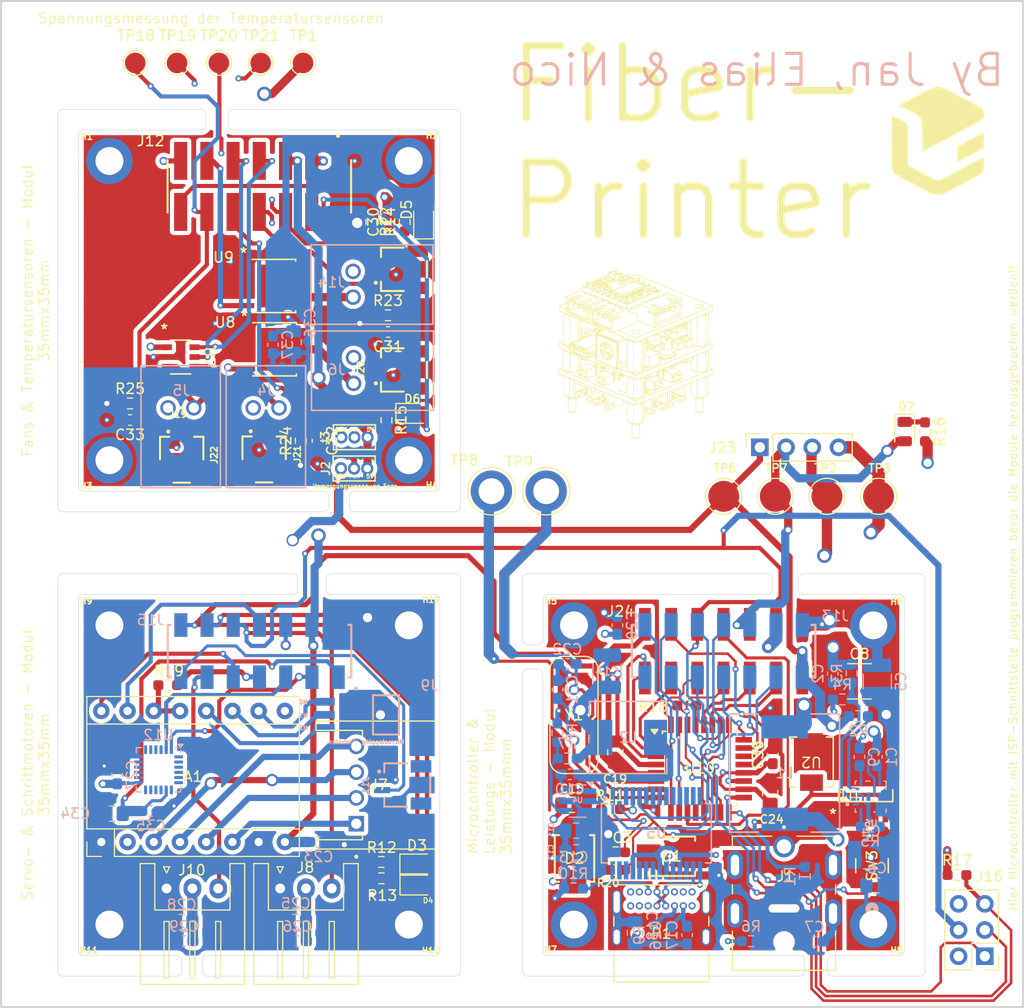
<source format=kicad_pcb>
(kicad_pcb (version 20240108) (generator "pcbnew") (generator_version "8.0")
  (layers (0 "F.Cu" signal) (1 "In1.Cu" power "GND") (2 "In2.Cu" power "PWR") (31 "B.Cu" signal) (34 "B.Paste" user) (35 "F.Paste" user) (36 "B.SilkS" user "B.Silkscreen") (37 "F.SilkS" user "F.Silkscreen") (38 "B.Mask" user) (39 "F.Mask" user) (44 "Edge.Cuts" user))
  (net 0 "")
  (net 1 "GND")
  (net 2 "+12V")
  (net 3 "ADC0")
  (net 4 "ADC1")
  (net 5 "ADC2")
  (net 6 "ADC3")
  (net 7 "SCL")
  (net 8 "AREF")
  (net 9 "FAN_01_PWM_clockwise")
  (net 10 "FAN_01_PWM_counterclockwise")
  (net 11 "FAN_2_PWM")
  (net 12 "FAN_3_PWM")
  (net 13 "Net-(D6-K)")
  (net 14 "Net-(U7-OUT1)")
  (net 15 "Net-(U7-OUT2)")
  (net 16 "Net-(U8-D)")
  (net 17 "Net-(U9-D)")
  (net 18 "STEP")
  (net 19 "M1")
  (net 20 "DIR")
  (net 22 "STP_A1")
  (net 23 "STP_B1")
  (net 24 "M0")
  (net 25 "M2")
  (net 26 "STP_B2")
  (net 28 "STP_A2")
  (net 29 "RESET")
  (net 30 "MOSI")
  (net 31 "BLT_Switch")
  (net 32 "TXD")
  (net 33 "RXD")
  (net 34 "SDA")
  (net 35 "BLT_Servo")
  (net 55 "Net-(U6-BOOT)")
  (net 56 "Net-(U6-SW)")
  (net 57 "Net-(U6-FB)")
  (net 58 "PWR_IN_PROT")
  (net 59 "GND2")
  (net 60 "GND3")
  (net 61 "Net-(U6-SS)")
  (net 62 "Net-(U4-SW)")
  (net 63 "Net-(U4-VBST)")
  (net 64 "Net-(P1-SHIELD)")
  (net 65 "Quartz_1")
  (net 66 "Quartz_2")
  (net 67 "+24V")
  (net 68 "Net-(D7-K)")
  (net 69 "MISO")
  (net 70 "SCK")
  (net 71 "USBD+")
  (net 72 "USBD-")
  (net 73 "Net-(U1-G)")
  (net 74 "Net-(U6-PG)")
  (net 75 "Net-(U6-MODE)")
  (net 76 "Net-(U4-VFB)")
  (net 88 "Net-(A1-~{RST})")
  (net 94 "+5V_POW")
  (net 95 "Fan_Versorgung_01")
  (net 96 "Fan_Versorgung_23")
  (net 97 "Net-(D3-K)")
  (net 98 "Net-(P1-CC1)")
  (net 99 "Net-(P1-CC2)")
  (net 100 "LED_MOT1")
  (net 101 "Net-(D4-K)")
  (net 102 "LED_MOT0")
  (net 103 "LED_FAN0")
  (net 104 "Net-(D5-K)")
  (net 105 "LED_FAN1")
  (net 106 "Net-(C3-Pad1)")
  (net 107 "Net-(U10-~{RESET}{slash}PC6)")
  (net 108 "Net-(U5-DTR)")
  (footprint "TestPoint:TestPoint_Pad_D3.0mm" (layer "F.Cu") (at 130 100.5 90)
    (property "Reference" "TP2")
    (property "Value" "GND_Test")
  )
  (footprint "Imported_Component_Footprints:824521241" (layer "F.Cu") (at 105.546921 135.59072 -90)
    (property "Reference" "D2")
    (property "Value" "WE-TVSP_DO-214AA_600W_BI")
  )
  (footprint "Capacitor_SMD:C_0603_1608Metric_Pad1.08x0.95mm_HandSolder" (layer "F.Cu") (at 109.519574 136.704224)
    (property "Reference" "C3")
    (property "Value" "100nF")
  )
  (footprint "TestPoint:TestPoint_Pad_D2.0mm" (layer "F.Cu") (at 75.15 58.5 90)
    (property "Reference" "TP21")
    (property "Value" "ADC0")
  )
  (footprint "Resistor_SMD:R_0603_1608Metric_Pad0.98x0.95mm_HandSolder" (layer "F.Cu") (at 62.5 91.5)
    (property "Reference" "R25")
    (property "Value" "4k7")
  )
  (footprint "Resistor_SMD:R_0603_1608Metric_Pad0.98x0.95mm_HandSolder" (layer "F.Cu") (at 79.040715 95.122803 90)
    (property "Reference" "R24")
    (property "Value" "4k7")
  )
  (footprint "Imported_Component_Footprints:MountingHole_2.7mm_M2.5_ISO7380_Pad_TopBottom_111mm" (layer "F.Cu") (at 134.489103 142)
    (property "Reference" "H8")
    (property "Value" "MountHole" (hide yes))
  )
  (footprint "Resistor_SMD:R_0603_1608Metric_Pad0.98x0.95mm_HandSolder" (layer "F.Cu") (at 89.1 73.9 90)
    (property "Reference" "R14")
    (property "Value" "330")
  )
  (footprint "Imported_Component_Footprints:824521241" (layer "F.Cu") (at 114.96961 135.378714)
    (property "Reference" "D1")
    (property "Value" "WE-TVSP_DO-214AA_600W_BI")
  )
  (footprint "Connector_PinHeader_2.54mm:PinHeader_2x03_P2.54mm_Vertical" (layer "F.Cu") (at 145.29 145.07 180)
    (property "Reference" "J16")
    (property "Value" "ISP")
  )
  (footprint "Capacitor_SMD:C_0805_2012Metric_Pad1.18x1.45mm_HandSolder" (layer "F.Cu") (at 109.5 125.3 -90)
    (property "Reference" "C19")
    (property "Value" "4.7uF")
  )
  (footprint "LED_SMD:LED_0805_2012Metric" (layer "F.Cu") (at 90.93608 73.866117 90)
    (property "Reference" "D5")
    (property "Value" "YELLOW" (hide yes))
  )
  (footprint "TestPoint:TestPoint_Loop_D3.80mm_Drill2.5mm" (layer "F.Cu") (at 97.5 100 -90)
    (property "Reference" "TP8")
    (property "Value" "Quartz_1")
  )
  (footprint "Imported_Component_Footprints:Logo_FiberPrinter_V2" (layer "F.Cu") (at 140.762786 65.894849)
    (property "Reference" "G***" (hide yes))
    (property "Value" "LOGO" (hide yes))
  )
  (footprint "Imported_Component_Footprints:gesamtbaugruppev3" (layer "F.Cu") (at 111.5 86.75)
    (property "Reference" "G***" (hide yes))
    (property "Value" "LOGO" (hide yes))
  )
  (footprint "Imported_Component_Footprints:MountingHole_2.7mm_M2.5_ISO7380_Pad_TopBottom_7mm" (layer "F.Cu") (at 89.5 68)
    (property "Reference" "H2")
    (property "Value" "MountHole" (hide yes))
  )
  (footprint "Imported_Component_Footprints:RJK0456DPB_00_J5" (layer "F.Cu") (at 76.4297 80.115)
    (property "Reference" "U9")
    (property "Value" "RJK0456DPB-00-J5")
  )
  (footprint "Imported_Component_Footprints:MountingHole_2.7mm_M2.5_ISO7380_Pad_TopBottom_7mm" (layer "F.Cu") (at 89.5 97)
    (property "Reference" "H4")
    (property "Value" "MountHole" (hide yes))
  )
  (footprint "Imported_Component_Footprints:SAMTEC_TSM-107-04-L-DV" (layer "F.Cu") (at 75.017 70.465)
    (property "Reference" "J12")
    (property "Value" "Steckverbinder_Male_Fans")
  )
  (footprint "Capacitor_SMD:C_0805_2012Metric_Pad1.18x1.45mm_HandSolder" (layer "F.Cu") (at 105.3 130.392613)
    (property "Reference" "C15")
    (property "Value" "10µF")
  )
  (footprint "Imported_Component_Footprints:FTS_103_01_F_S" (layer "F.Cu") (at 85.47 97.8)
    (property "Reference" "J2")
    (property "Value" "Fan_12/5V_Regelung" (hide yes))
  )
  (footprint "Capacitor_SMD:C_0603_1608Metric_Pad1.08x0.95mm_HandSolder" (layer "F.Cu") (at 80.65293 95.11564 -90)
    (property "Reference" "C32")
    (property "Value" "0.1µF")
  )
  (footprint "Imported_Component_Footprints:665102131822" (layer "F.Cu") (at 88.5 88.25 90)
    (property "Reference" "J20")
    (property "Value" "T2")
  )
  (footprint "Imported_Component_Footprints:drv8825" (layer "F.Cu") (at 59.714015 134 90)
    (property "Reference" "A1")
    (property "Value" "Pololu_Breakout_DRV8825")
  )
  (footprint "Resistor_SMD:R_0603_1608Metric_Pad0.98x0.95mm_HandSolder" (layer "F.Cu") (at 109.028552 130.82396 180)
    (property "Reference" "R11")
    (property "Value" "10k")
  )
  (footprint "Imported_Component_Footprints:RJK0456DPB_00_J5" (layer "F.Cu") (at 76.5 86.25)
    (property "Reference" "U8")
    (property "Value" "RJK0456DPB-00-J5")
  )
  (footprint "Imported_Component_Footprints:665102131822" (layer "F.Cu") (at 67.5 96.42)
    (property "Reference" "J22")
    (property "Value" "T3")
  )
  (footprint "Imported_Component_Footprints:MountingHole_2.7mm_M2.5_ISO7380_Pad_TopBottom_7mm" (layer "F.Cu") (at 60.5 68)
    (property "Reference" "H1")
    (property "Value" "MountHole" (hide yes))
  )
  (footprint "Capacitor_SMD:C_0805_2012Metric_Pad1.18x1.45mm_HandSolder" (layer "F.Cu") (at 124.5 129.25 90)
    (property "Reference" "C24")
    (property "Value" "10µF")
  )
  (footprint "LED_SMD:LED_0805_2012Metric" (layer "F.Cu") (at 89.934479 92.459065)
    (property "Reference" "D6")
    (property "Value" "YELLOW" (hide yes))
  )
  (footprint "Resistor_SMD:R_0603_1608Metric_Pad0.98x0.95mm_HandSolder" (layer "F.Cu") (at 87.480559 82.9584)
    (property "Reference" "R23")
    (property "Value" "4k7")
  )
  (footprint "Imported_Component_Footprints:SZ1SMB5927BT3G" (layer "F.Cu") (at 128.5 126.25 -90)
    (property "Reference" "U2")
    (property "Value" "SZ1SMB5927BT3G")
  )
  (footprint "Resistor_SMD:R_0603_1608Metric_Pad0.98x0.95mm_HandSolder" (layer "F.Cu") (at 86.85 137.52 180)
    (property "Reference" "R13")
    (property "Value" "330")
  )
  (footprint "Resistor_SMD:R_0603_1608Metric_Pad0.98x0.95mm_HandSolder" (layer "F.Cu") (at 86.84 135.93 180)
    (property "Reference" "R12")
    (property "Value" "330")
  )
  (footprint "LED_SMD:LED_0805_2012Metric" (layer "F.Cu") (at 137.531651 94.226537 -90)
    (property "Reference" "D7")
    (property "Value" "GREEN")
  )
  (footprint "LED_SMD:LED_0805_2012Metric" (layer "F.Cu") (at 90.33 138.17)
    (property "Reference" "D4")
    (property "Value" "YELLOW" (hide yes))
  )
  (footprint "MountingHole:MountingHole_2.7mm_M2.5_ISO7380_Pad_TopBottom" (layer "F.Cu") (at 89.5 142)
    (property "Reference" "H12")
    (property "Value" "MountHole" (hide yes))
  )
  (footprint "TestPoint:TestPoint_Pad_D3.0mm" (layer "F.Cu") (at 135 100.5 90)
    (property "Reference" "TP3")
    (property "Value" "12V_Test")
  )
  (footprint "Package_QFP:TQFP-32_7x7mm_P0.8mm" (layer "F.Cu") (at 117.689103 126.892625)
    (property "Reference" "U10")
    (property "Value" "ATmega328PB-A")
  )
  (footprint "Resistor_SMD:R_0603_1608Metric_Pad0.98x0.95mm_HandSolder" (layer "F.Cu") (at 142.59 137.2)
    (property "Reference" "R17")
    (property "Value" "10k")
  )
  (footprint "Imported_Component_Footprints:SQJ409EP_T1_GE3" (layer "F.Cu") (at 133.75 127.7192)
    (property "Reference" "U1")
    (property "Value" "SQJ409EP-T1_GE3")
  )
  (footprint "TestPoint:TestPoint_Pad_D2.0mm" (layer "F.Cu") (at 79.25 58.5)
    (property "Reference" "TP1")
    (property "Value" "ADC0")
  )
  (footprint "MountingHole:MountingHole_2.7mm_M2.5_ISO7380_Pad_TopBottom" (layer "F.Cu") (at 60.5 113)
    (property "Reference" "H9")
    (property "Value" "MountHole" (hide yes))
  )
  (footprint "TestPoint:TestPoint_Loop_D3.80mm_Drill2.5mm" (layer "F.Cu") (at 102.803865 100 -90)
    (property "Reference" "TP9")
    (property "Value" "Quartz_2")
  )
  (footprint "Imported_Component_Footprints:MountingHole_2.7mm_M2.5_ISO7380_Pad_TopBottom_111mm" (layer "F.Cu") (at 105.5 113)
    (property "Reference" "H5")
    (property "Value" "MountHole" (hide yes))
  )
  (footprint "Capacitor_SMD:C_0603_1608Metric_Pad1.08x0.95mm_HandSolder" (layer "F.Cu") (at 62.494787 93.107166 180)
    (property "Reference" "C33")
    (property "Value" "0.1µF")
  )
  (footprint "Resistor_SMD:R_0603_1608Metric_Pad0.98x0.95mm_HandSolder" (layer "F.Cu") (at 66.15 118.8 180)
    (property "Reference" "R19")
    (property "Value" "0")
  )
  (footprint "Resistor_SMD:R_0603_1608Metric_Pad0.98x0.95mm_HandSolder" (layer "F.Cu") (at 87.331869 93.122475 -90)
    (property "Reference" "R15")
    (property "Value" "330")
  )
  (footprint "Imported_Component_Footprints:MountingHole_2.7mm_M2.5_ISO7380_Pad_TopBottom_111mm" (layer "F.Cu") (at 105.489103 142)
    (property "Reference" "H7")
    (property "Value" "MountHole" (hide yes))
  )
  (footprint "TestPoint:TestPoint_Pad_D2.0mm" (layer "F.Cu") (at 67.05 58.5 90)
    (property "Reference" "TP19")
    (property "Value" "ADC3")
  )
  (footprint "Resistor_SMD:R_0603_1608Metric_Pad0.98x0.95mm_HandSolder" (layer "F.Cu") (at 116.419726 120.773122 180)
    (property "Reference" "R18")
    (property "Value" "0")
  )
  (footprint "TestPoint:TestPoint_Pad_D2.0mm" (layer "F.Cu") (at 63 58.5 90)
    (property "Reference" "TP18")
    (property "Value" "ADC2")
  )
  (footprint "MountingHole:MountingHole_2.7mm_M2.5_ISO7380_Pad_TopBottom" (layer "F.Cu") (at 60.5 142)
    (property "Reference" "H11")
    (property "Value" "MountHole" (hide yes))
  )
  (footprint "LED_SMD:LED_0805_2012Metric" (layer "F.Cu") (at 90.32 136.13)
    (property "Reference" "D3")
    (property "Value" "YELLOW" (hide yes))
  )
  (footprint "Capacitor_SMD:C_0603_1608Metric_Pad1.08x0.95mm_HandSolder" (layer "F.Cu") (at 87.490559 84.5684 180)
    (property "Reference" "C31")
    (property "Value" "0.1µF")
  )
  (footprint "TestPoint:TestPoint_Pad_D2.0mm" (layer "F.Cu") (at 71.1 58.5 90)
    (property "Reference" "TP20")
    (property "Value" "ADC1")
  )
  (footprint "Imported_Component_Footprints:CUI_PJ-082BH" (layer "F.Cu") (at 125.839103 143.685813)
    (property "Reference" "J1")
    (property "Value" "PJ-082BH")
  )
  (footprint "Imported_Component_Footprints:FTS_103_01_F_S" (layer "F.Cu") (at 85.5 94.7746)
    (property "Reference" "J3")
    (property "Value" "Fan_12/5V_Regelung" (hide yes))
  )
  (footprint "Imported_Component_Footprints:PTS820 J25K SMTR LFS_CNK" (layer "F.Cu") (at 134.365001 136.294999 90)
    (property "Reference" "SW3")
    (property "Value" "PTS820 J25K SMTR LFS")
  )
  (footprint "Imported_Component_Footprints:JST_S4B-XH-A-1" (layer "F.Cu") (at 86.26 128.48 90)
    (property "Reference" "J7")
    (property "Value" "Stepper Motor")
  )
  (footprint "Capacitor_SMD:C_1812_4532Metric_Pad1.57x3.40mm_HandSolder" (layer "F.Cu") (at 133.15 118.43)
    (property "Reference" "C8")
    (property "Value" "47µF")
  )
  (footprint "Capacitor_SMD:C_0603_1608Metric_Pad1.08x0.95mm_HandSolder" (layer "F.Cu") (at 87.49517 73.908361 90)
    (property "Reference" "C30")
    (property "Value" "0.1µF")
  )
  (footprint "Resistor_SMD:R_0603_1608Metric_Pad0.98x0.95mm_HandSolder" (layer "F.Cu") (at 109.52061 135 180)
    (property "Reference" "R20")
    (property "Value" "0")
  )
  (footprint "Imported_Component_Footprints:JST_XH_S3B-XH-A_1x03_P2.50mm_Horizontal" (layer "F.Cu") (at 77.036515 138.5)
    (property "Reference" "J8")
    (property "Value" "Servo Motor SM")
  )
  (footprint "Imported_Component_Footprints:MountingHole_2.7mm_M2.5_ISO7380_Pad_TopBottom_111mm" (layer "F.Cu") (at 134.489103 113)
    (property "Reference" "H6")
    (property "Value" "MountHole" (hide yes))
  )
  (footprint "Imported_Component_Footprints:MountingHole_2.7mm_M2.5_ISO7380_Pad_TopBottom_7mm" (layer "F.Cu") (at 60.5 97)
    (property "Reference" "H3")
    (property "Value" "MountHole" (hide yes))
  )
  (footprint "Imported_Component_Footprints:XTAL_ECS-160-18-4X-CKM" (layer "F.Cu") (at 105.5 121.69 90)
    (property "Reference" "Y1")
    (property "Value" "ECS-160-18-4X-CKM")
  )
  (footprint "Connector_USB:USB_C_Receptacle_GCT_USB4085" (layer "F.Cu") (at 110.984103 138.835813)
    (property "Reference" "P1")
    (property "Value" "USB_C_Receptacle_USB2.0_14P" (hide yes))
  )
  (footprint "Capacitor_SMD:C_0603_1608Metric_Pad1.08x0.95mm_HandSolder" (layer "F.Cu") (at 124.75 125.55 90)
    (property "Reference" "C38")
    (property "Value" "100nF")
  )
  (footprint "Imported_Component_Footprints:665102131822" (layer "F.Cu") (at 88.5 78.5 90)
    (property "Reference" "J19" (hide yes))
    (property "Value" "T2")
  )
  (footprint "Imported_Component_Footprints:JST_XH_S3B-XH-A_1x03_P2.50mm_Horizontal" (layer "F.Cu") (at 66.036515 138.5)
    (property "Reference" "J10")
    (property "Value" "Servo Motor BL Touch")
  )
  (footprint "TestPoint:TestPoint_Pad_D3.0mm" (layer "F.Cu") (at 125 100.5 90)
    (property "Reference" "TP7")
    (property "Value" "5V_POW_Test")
  )
  (footprint "Connector_PinSocket_2.54mm:PinSocket_1x04_P2.54mm_Vertical" (layer "F.Cu") (at 123.5 95.75 90)
    (property "Reference" "J23")
    (property "Value" "Conn_01x04_Socket" (hide yes))
  )
  (footprint "MountingHole:MountingHole_2.7mm_M2.5_ISO7380_Pad_TopBottom" (layer "F.Cu") (at 89.5 113)
    (property "Reference" "H10")
    (property "Value" "MountHole" (hide yes))
  )
  (footprint "Imported_Component_Footprints:TPM16050_S6TR" (layer "F.Cu") (at 67.4 87)
    (property "Reference" "U7")
    (property "Value" "TPM16050-S6TR")
  )
  (footprint "Imported_Component_Footprints:665102131822" (layer "F.Cu") (at 75.48469 96.392833)
    (property "Reference" "J21")
    (property "Value" "T2")
  )
  (footprint "Resistor_SMD:R_0603_1608Metric_Pad0.98x0.95mm_HandSolder" (layer "F.Cu") (at 85.872366 73.887949 -90)
    (property "Reference" "R22")
    (property "Value" "4k7")
  )
  (footprint "Imported_Component_Footprints:SAMTEC_HW-07-08-L-D-250-SM" (layer "F.Cu") (at 127.606603 112.900113 180)
    (property "Reference" "J24")
    (property "Value" "Steckverbinder_Male_Leistung")
  )
  (footprint "Resistor_SMD:R_0603_1608Metric_Pad0.98x0.95mm_HandSolder" (layer "F.Cu") (at 139.5 94.25 -90)
    (property "Reference" "R16")
    (property "Value" "1k")
  )
  (footprint "TestPoint:TestPoint_Pad_D3.0mm" (layer "F.Cu") (at 120 100.5 90)
    (property "Reference" "TP6")
    (property "Value" "5V_USBC_Test")
  )
  (footprint "Resistor_SMD:R_0603_1608Metric_Pad0.98x0.95mm_HandSolder" (layer "B.Cu") (at 131.48 120.18 180)
    (property "Reference" "R4")
    (property "Value" "1k58")
  )
  (footprint "Imported_Component_Footprints:SPM10040T_4R7M_HZ" (layer "B.Cu") (at 125.9 127.315863 90)
    (property "Reference" "L1")
    (property "Value" "4.7µH")
  )
  (footprint "Sensor_Motion:InvenSense_QFN-24_4x4mm_P0.5mm" (layer "B.Cu") (at 65.25 127 180)
    (property "Reference" "U12")
    (property "Value" "MPU-6050")
  )
  (footprint "Imported_Component_Footprints:CONN_S2B-XH-A-1LFSN_JST" (layer "B.Cu") (at 84.1 78.700001 -90)
    (property "Reference" "J14")
    (property "Value" "FAN3")
  )
  (footprint "Resistor_SMD:R_0603_1608Metric_Pad0.98x0.95mm_HandSolder" (layer "B.Cu") (at 133.05 121.8)
    (property "Reference" "R2")
    (property "Value" "100k")
  )
  (footprint "Capacitor_SMD:C_0603_1608Metric_Pad1.08x0.95mm_HandSolder" (layer "B.Cu") (at 104.85 116.75 180)
    (property "Reference" "C22")
    (property "Value" "18pF")
  )
  (footprint "Capacitor_SMD:C_1210_3225Metric_Pad1.33x2.70mm_HandSolder" (layer "B.Cu") (at 108.7 117.45 90)
    (property "Reference" "C14")
    (property "Value" "22µF")
  )
  (footprint "Capacitor_SMD:C_0805_2012Metric_Pad1.18x1.45mm_HandSolder" (layer "B.Cu") (at 105.7 135 180)
    (property "Reference" "C12")
    (property "Value" "10µF")
  )
  (footprint "Imported_Component_Footprints:SAMTEC_HLE-107-02-L-DV" (layer "B.Cu") (at 119.989103 115.492613)
    (property "Reference" "J13")
    (property "Value" "Steckverbinder_Female_Leistung")
  )
  (footprint "Resistor_SMD:R_0603_1608Metric_Pad0.98x0.95mm_HandSolder" (layer "B.Cu") (at 104.85 125.9 180)
    (property "Reference" "R7")
    (property "Value" "54.9k")
  )
  (footprint "Capacitor_SMD:C_0805_2012Metric_Pad1.18x1.45mm_HandSolder" (layer "B.Cu") (at 111.4 142.8 -90)
    (property "Reference" "C18")
    (property "Value" "1uF")
  )
  (footprint "Capacitor_SMD:C_0805_2012Metric_Pad1.18x1.45mm_HandSolder" (layer "B.Cu") (at 67.5 141.75 180)
    (property "Reference" "C28")
    (property "Value" "4.7uF")
  )
  (footprint "Package_TO_SOT_SMD:SOT-23-6" (layer "B.Cu") (at 105.85 130.0375 180)
    (property "Reference" "U4")
    (property "Value" "TPS565208")
  )
  (footprint "Resistor_SMD:R_0603_1608Metric_Pad0.98x0.95mm_HandSolder" (layer "B.Cu") (at 105.45 138.5 180)
    (property "Reference" "R10")
    (property "Value" "5k1")
  )
  (footprint "Imported_Component_Footprints:CONN_S2B-XH-A-1LFSN_JST" (layer "B.Cu") (at 76.925699 91.926274 180)
    (property "Reference" "J4")
    (property "Value" "FAN0")
  )
  (footprint "Resistor_SMD:R_0603_1608Metric_Pad0.98x0.95mm_HandSolder" (layer "B.Cu") (at 122.65 143.61 180)
    (property "Reference" "R6")
    (property "Value" "10")
  )
  (footprint "Capacitor_SMD:C_0603_1608Metric_Pad1.08x0.95mm_HandSolder" (layer "B.Cu") (at 116.45 143.025 -90)
    (property "Reference" "C17")
    (property "Value" "100nF")
  )
  (footprint "Capacitor_SMD:C_0805_2012Metric_Pad1.18x1.45mm_HandSolder" (layer "B.Cu") (at 78.336698 85.551347 90)
    (property "Reference" "C36")
    (property "Value" "10µF")
  )
  (footprint "Resistor_SMD:R_0603_1608Metric_Pad0.98x0.95mm_HandSolder" (layer "B.Cu") (at 103.89 123.42 90)
    (property "Reference" "R8")
    (property "Value" "10k")
  )
  (footprint "Capacitor_SMD:C_0603_1608Metric_Pad1.08x0.95mm_HandSolder" (layer "B.Cu") (at 134.84 125.75 90)
    (property "Reference" "C1")
    (property "Value" "100nF")
  )
  (footprint "Capacitor_SMD:C_0603_1608Metric_Pad1.08x0.95mm_HandSolder" (layer "B.Cu") (at 133.15 125.75 90)
    (property "Reference" "C9")
    (property "Value" "22nF")
  )
  (footprint "Resistor_SMD:R_0603_1608Metric_Pad0.98x0.95mm_HandSolder" (layer "B.Cu") (at 132.4 117.65 -90)
    (property "Reference" "R3")
    (property "Value" "30k")
  )
  (footprint "Imported_Component_Footprints:CONV_TPS56837RPAR" (layer "B.Cu") (at 134.23 129.6)
    (property "Reference" "U6")
    (property "Value" "TPS56837RPAR")
  )
  (footprint "Imported_Component_Footprints:665102131822" (layer "B.Cu") (at 88.8225 128.47 -90)
    (property "Reference" "J11")
    (property "Value" "T3")
  )
  (footprint "Capacitor_SMD:C_0603_1608Metric_Pad1.08x0.95mm_HandSolder" (layer "B.Cu") (at 64.5 131)
    (property "Reference" "C35")
    (property "Value" "100nF")
  )
  (footprint "Capacitor_SMD:C_0603_1608Metric_Pad1.08x0.95mm_HandSolder" (layer "B.Cu") (at 80.75 134)
    (property "Reference" "C23")
    (property "Value" "100nF")
  )
  (footprint "Capacitor_SMD:C_0805_2012Metric_Pad1.18x1.45mm_HandSolder" (layer "B.Cu") (at 78.499015 141.75 180)
    (property "Reference" "C25")
    (property "Value" "4.7uF")
  )
  (footprint "Imported_Component_Footprints:CONN_S2B-XH-A-1LFSN_JST" (layer "B.Cu") (at 68.675 91.9215 180)
    (property "Reference" "J5")
    (property "Value" "FAN1")
  )
  (footprint "Capacitor_SMD:C_1210_3225Metric_Pad1.33x2.70mm_HandSolder" (layer "B.Cu") (at 134.8775 118.44 90)
    (property "Reference" "C5")
    (property "Value" "10µF")
  )
  (footprint "Capacitor_SMD:C_0603_1608Metric_Pad1.08x0.95mm_HandSolder" (layer "B.Cu") (at 78.718104 143.611172 180)
    (property "Reference" "C26")
    (property "Value" "100nF")
  )
  (footprint "Capacitor_SMD:C_0805_2012Metric_Pad1.18x1.45mm_HandSolder" (layer "B.Cu") (at 60.75 131.25 180)
    (property "Reference" "C34")
    (property "Value" "10µF")
  )
  (footprint "Capacitor_SMD:C_0603_1608Metric_Pad1.08x0.95mm_HandSolder" (layer "B.Cu") (at 114.85 143.025 -90)
    (property "Reference" "C16")
    (property "Value" "100nF")
  )
  (footprint "Imported_Component_Footprints:FTSH-103-01-L-DH" (layer "B.Cu") (at 82.833865 121.680739 90)
    (property "Reference" "J9")
    (property "Value" "Microstepping")
  )
  (footprint "Capacitor_SMD:C_0805_2012Metric_Pad1.18x1.45mm_HandSolder" (layer "B.Cu") (at 105.7 132.9 180)
    (property "Reference" "C11")
    (property "Value" "10µF")
  )
  (footprint "Imported_Component_Footprints:CONN_S2B-XH-A-1LFSN_JST" (layer "B.Cu") (at 84.15 87.050001 -90)
    (property "Reference" "J6")
    (property "Value" "FAN2")
  )
  (footprint "Capacitor_SMD:C_0603_1608Metric_Pad1.08x0.95mm_HandSolder" (layer "B.Cu") (at 130.57 117.67 -90)
    (property "Reference" "C2")
    (property "Value" "150pF")
  )
  (footprint "Capacitor_SMD:C_0603_1608Metric_Pad1.08x0.95mm_HandSolder" (layer "B.Cu") (at 128.78 143.66 180)
    (property "Reference" "C7")
    (property "Value" "100nF")
  )
  (footprint "Resistor_SMD:R_0603_1608Metric_Pad0.98x0.95mm_HandSolder" (layer "B.Cu") (at 113.25 143.0125 -90)
    (property "Reference" "R9")
    (property "Value" "5k1")
  )
  (footprint "Capacitor_SMD:C_0603_1608Metric_Pad1.08x0.95mm_HandSolder" (layer "B.Cu") (at 103.91 119.22 90)
    (property "Reference" "C21")
    (property "Value" "18pF")
  )
  (footprint "Capacitor_SMD:C_0603_1608Metric_Pad1.08x0.95mm_HandSolder" (layer "B.Cu") (at 76.336698 85.811347 90)
    (property "Reference" "C37")
    (property "Value" "100nF")
  )
  (footprint "Capacitor_SMD:C_0805_2012Metric_Pad1.18x1.45mm_HandSolder" (layer "B.Cu") (at 134.8475 138.21 180)
    (property "Reference" "C6")
    (property "Value" "100nF")
  )
  (footprint "Capacitor_SMD:C_1210_3225Metric_Pad1.33x2.70mm_HandSolder" (layer "B.Cu") (at 134.25 135.25 180)
    (property "Reference" "C4")
    (property "Value" "10µF")
  )
  (footprint "Imported_Component_Footprints:SAMTEC_HLE-107-02-L-DV" (layer "B.Cu") (at 75.036515 115.5)
    (property "Reference" "J15")
    (property "Value" "Steckverbinder_Female_Motoren")
  )
  (footprint "Imported_Component_Footprints:IHLP2525CZER3R3M11" (layer "B.Cu") (at 110.7457 123.870113 180)
    (property "Reference" "L2")
    (property "Value" "3.3µH")
  )
  (footprint "Capacitor_SMD:C_0603_1608Metric_Pad1.08x0.95mm_HandSolder" (layer "B.Cu") (at 61.25 127.5 90)
    (property "Reference" "C27")
    (property "Value" "100nF")
  )
  (footprint "Capacitor_SMD:C_0603_1608Metric_Pad1.08x0.95mm_HandSolder" (layer "B.Cu") (at 109.7 113 90)
    (property "Reference" "C20")
    (property "Value" "100nF")
  )
  (footprint "Resistor_SMD:R_0603_1608Metric_Pad0.98x0.95mm_HandSolder" (layer "B.Cu") (at 134.2 132.5)
    (property "Reference" "R5")
    (property "Value" "30.1k")
  )
  (footprint "Capacitor_SMD:C_0603_1608Metric_Pad1.08x0.95mm_HandSolder" (layer "B.Cu") (at 67.722246 143.605395 180)
    (property "Reference" "C29")
    (property "Value" "100nF")
  )
  (footprint "Package_SO:SSOP-28_5.3x10.2mm_P0.65mm" (layer "B.Cu") (at 113.475 133.15 -90)
    (property "Reference" "U5")
    (property "Value" "FT232RL")
  )
  (footprint "Resistor_SMD:R_0603_1608Metric_Pad0.98x0.95mm_HandSolder" (layer "B.Cu") (at 127.86 137.33 -90)
    (property "Reference" "R1")
    (property "Value" "100k")
  )
  (footprint "Capacitor_SMD:C_0603_1608Metric_Pad1.08x0.95mm_HandSolder" (layer "B.Cu") (at 105.4625 136.9 180)
    (property "Reference" "C13")
    (property "Value" "100nF")
  )
  (footprint "Capacitor_SMD:C_0603_1608Metric_Pad1.08x0.95mm_HandSolder" (layer "B.Cu") (at 105.0875 127.45)
    (property "Reference" "C10")
    (property "Value" "100nF")
  )
  (gr_arc (start 102.5 114.400113) (mid 102.353553 114.753666) (end 102 114.900113) (stroke (width 0.05)) (layer "Edge.Cuts"))
  (gr_arc (start 81.75 101.5) (mid 81.603553 101.853553) (end 81.25 102) (stroke (width 0.05)) (layer "Edge.Cuts"))
  (gr_line (start 94.5 63.5) (end 94.5 101.5) (stroke (width 0.05)) (layer "Edge.Cuts"))
  (gr_line (start 57.500243 99.499757) (end 57.516757 65.499757) (stroke (width 0.05)) (layer "Edge.Cuts"))
  (gr_arc (start 127.85 146.5) (mid 127.703553 146.853553) (end 127.35 147) (stroke (width 0.05)) (layer "Edge.Cuts"))
  (gr_line (start 67.5 146.5) (end 67.5 145.5) (stroke (width 0.05)) (layer "Edge.Cuts"))
  (gr_arc (start 84.25 102) (mid 83.896447 101.853553) (end 83.75 101.5) (stroke (width 0.05)) (layer "Edge.Cuts"))
  (gr_line (start 55.5 108.5) (end 55.5 146.5) (stroke (width 0.05)) (layer "Edge.Cuts"))
  (gr_line (start 101 147) (end 127.35 147) (stroke (width 0.05)) (layer "Edge.Cuts"))
  (gr_line (start 100.5 117.740113) (end 100.5 146.5) (stroke (width 0.05)) (layer "Edge.Cuts"))
  (gr_arc (start 72 63.5) (mid 72.146447 63.146447) (end 72.5 63) (stroke (width 0.05)) (layer "Edge.Cuts"))
  (gr_arc (start 137 110) (mid 137.353553 110.146447) (end 137.5 110.5) (stroke (width 0.05)) (layer "Edge.Cuts"))
  (gr_line (start 92 65) (end 72.5 65) (stroke (width 0.05)) (layer "Edge.Cuts"))
  (gr_line (start 57.5 144.5) (end 57.5 110.5) (stroke (width 0.05)) (layer "Edge.Cuts"))
  (gr_line (start 139.5 108.5) (end 139.5 146.5) (stroke (width 0.05)) (layer "Edge.Cuts"))
  (gr_arc (start 67 145) (mid 67.353553 145.146447) (end 67.5 145.5) (stroke (width 0.05)) (layer "Edge.Cuts"))
  (gr_line (start 56 102) (end 81.25 102) (stroke (width 0.05)) (layer "Edge.Cuts"))
  (gr_line (start 130.026603 146.5) (end 130.026603 145.493107) (stroke (width 0.05)) (layer "Edge.Cuts"))
  (gr_arc (start 94 108) (mid 94.353553 108.146447) (end 94.5 108.5) (stroke (width 0.05)) (layer "Edge.Cuts"))
  (gr_arc (start 55.5 108.5) (mid 55.646447 108.146447) (end 56 108) (stroke (width 0.05)) (layer "Edge.Cuts"))
  (gr_line (start 94 147) (end 70 147) (stroke (width 0.05)) (layer "Edge.Cuts"))
  (gr_line (start 82 108) (end 94 108) (stroke (width 0.05)) (layer "Edge.Cuts"))
  (gr_arc (start 127.25 108.5) (mid 127.396447 108.146447) (end 127.75 108) (stroke (width 0.05)) (layer "Edge.Cuts"))
  (gr_arc (start 102.5 110.500113) (mid 102.646447 110.14656) (end 103 110.000113) (stroke (width 0.05)) (layer "Edge.Cuts"))
  (gr_line (start 100.5 114.400113) (end 100.5 108.5) (stroke (width 0.05)) (layer "Edge.Cuts"))
  (gr_arc (start 92.5 144.5) (mid 92.353553 144.853553) (end 92 145) (stroke (width 0.05)) (layer "Edge.Cuts"))
  (gr_arc (start 130.526603 147) (mid 130.17305 146.853553) (end 130.026603 146.5) (stroke (width 0.05)) (layer "Edge.Cuts"))
  (gr_line (start 69.5 146.5) (end 69.5 145.5) (stroke (width 0.05)) (layer "Edge.Cuts"))
  (gr_line (start 94 102) (end 84.25 102) (stroke (width 0.05)) (layer "Edge.Cuts"))
  (gr_line (start 127.85 146.5) (end 127.85 145.492759) (stroke (width 0.05)) (layer "Edge.Cuts"))
  (gr_arc (start 81.25 100) (mid 81.603553 100.146447) (end 81.75 100.5) (stroke (width 0.05)) (layer "Edge.Cuts"))
  (gr_arc (start 94.5 146.5) (mid 94.353553 146.853553) (end 94 147) (stroke (width 0.05)) (layer "Edge.Cuts"))
  (gr_line (start 58 110) (end 78.25 110) (stroke (width 0.05)) (layer "Edge.Cuts"))
  (gr_line (start 55.5 63.5) (end 55.5 101.5) (stroke (width 0.05)) (layer "Edge.Cuts"))
  (gr_arc (start 72.5 65) (mid 72.146447 64.853553) (end 72 64.5) (stroke (width 0.05)) (layer "Edge.Cuts"))
  (gr_arc (start 78.75 109.5) (mid 78.603553 109.853553) (end 78.25 110) (stroke (width 0.05)) (layer "Edge.Cuts"))
  (gr_line (start 94.5 108.5) (end 94.5 146.5) (stroke (width 0.05)) (layer "Edge.Cuts"))
  (gr_arc (start 58.000243 100) (mid 57.646604 99.853467) (end 57.500243 99.499757) (stroke (width 0.05)) (layer "Edge.Cuts"))
  (gr_arc (start 124.75 109.500113) (mid 124.603549 109.853658) (end 124.25 110.000113) (stroke (width 0.05)) (layer "Edge.Cuts"))
  (gr_arc (start 78.25 108) (mid 78.603553 108.146447) (end 78.75 108.5) (stroke (width 0.05)) (layer "Edge.Cuts"))
  (gr_line (start 78.25 108) (end 56 108) (stroke (width 0.05)) (layer "Edge.Cuts"))
  (gr_arc (start 139 108) (mid 139.353553 108.146447) (end 139.5 108.5) (stroke (width 0.05)) (layer "Edge.Cuts"))
  (gr_line (start 124.25 110.000113) (end 103 110.000113) (stroke (width 0.05)) (layer "Edge.Cuts"))
  (gr_line (start 137.5 144.499506) (end 137.5 110.5) (stroke (width 0.05)) (layer "Edge.Cuts"))
  (gr_line (start 92.5 99.5) (end 92.5 65.5) (stroke (width 0.05)) (layer "Edge.Cuts"))
  (gr_line (start 56 147) (end 67 147) (stroke (width 0.05)) (layer "Edge.Cuts"))
  (gr_line (start 101.979418 117.240113) (end 101 117.240113) (stroke (width 0.05)) (layer "Edge.Cuts"))
  (gr_line (start 127.75 108) (end 139 108) (stroke (width 0.05)) (layer "Edge.Cuts"))
  (gr_arc (start 69.85 64.5) (mid 69.703553 64.853553) (end 69.35 65) (stroke (width 0.05)) (layer "Edge.Cuts"))
  (gr_line (start 81.25 100) (end 58.000243 100) (stroke (width 0.05)) (layer "Edge.Cuts"))
  (gr_line (start 58.016757 65) (end 69.35 65) (stroke (width 0.05)) (layer "Edge.Cuts"))
  (gr_arc (start 67.5 146.5) (mid 67.353553 146.853553) (end 67 147) (stroke (width 0.05)) (layer "Edge.Cuts"))
  (gr_line (start 92 110) (end 82 110) (stroke (width 0.05)) (layer "Edge.Cuts"))
  (gr_arc (start 92 65) (mid 92.353553 65.146447) (end 92.5 65.5) (stroke (width 0.05)) (layer "Edge.Cuts"))
  (gr_arc (start 130.026603 145.493107) (mid 130.173222 145.139376) (end 130.527097 144.993108) (stroke (width 0.05)) (layer "Edge.Cuts"))
  (gr_line (start 81.5 109.5) (end 81.5 108.5) (stroke (width 0.05)) (layer "Edge.Cuts"))
  (gr_line (start 81.75 101.5) (end 81.75 100.5) (stroke (width 0.05)) (layer "Edge.Cuts"))
  (gr_line (start 102.5 110.500113) (end 102.5 114.400113) (stroke (width 0.05)) (layer "Edge.Cuts"))
  (gr_line (start 101 108) (end 124.25 108) (stroke (width 0.05)) (layer "Edge.Cuts"))
  (gr_arc (start 94.5 101.5) (mid 94.353553 101.853553) (end 94 102) (stroke (width 0.05)) (layer "Edge.Cuts"))
  (gr_arc (start 69.35 63) (mid 69.703553 63.146447) (end 69.85 63.5) (stroke (width 0.05)) (layer "Edge.Cuts"))
  (gr_arc (start 101.979418 117.240113) (mid 102.332844 117.386455) (end 102.479418 117.739798) (stroke (width 0.05)) (layer "Edge.Cuts"))
  (gr_arc (start 56 147) (mid 55.646447 146.853553) (end 55.5 146.5) (stroke (width 0.05)) (layer "Edge.Cuts"))
  (gr_line (start 102 114.900113) (end 101 114.900113) (stroke (width 0.05)) (layer "Edge.Cuts"))
  (gr_arc (start 139.5 146.5) (mid 139.353553 146.853553) (end 139 147) (stroke (width 0.05)) (layer "Edge.Cuts"))
  (gr_line (start 139 147) (end 130.526603 147) (stroke (width 0.05)) (layer "Edge.Cuts"))
  (gr_arc (start 137.5 144.499506) (mid 137.353377 144.85323) (end 136.999506 144.999505) (stroke (width 0.05)) (layer "Edge.Cuts"))
  (gr_line (start 67 145) (end 58 145) (stroke (width 0.05)) (layer "Edge.Cuts"))
  (gr_arc (start 57.516757 65.499757) (mid 57.663289 65.146361) (end 58.016757 65) (stroke (width 0.05)) (layer "Edge.Cuts"))
  (gr_line (start 72.5 63) (end 94 63) (stroke (width 0.05)) (layer "Edge.Cuts"))
  (gr_line (start 78.75 109.5) (end 78.75 108.5) (stroke (width 0.05)) (layer "Edge.Cuts"))
  (gr_arc (start 127.75 110) (mid 127.396447 109.853553) (end 127.25 109.5) (stroke (width 0.05)) (layer "Edge.Cuts"))
  (gr_arc (start 94 63) (mid 94.353553 63.146447) (end 94.5 63.5) (stroke (width 0.05)) (layer "Edge.Cuts"))
  (gr_line (start 69.35 63) (end 56 63) (stroke (width 0.05)) (layer "Edge.Cuts"))
  (gr_arc (start 70 147) (mid 69.646447 146.853553) (end 69.5 146.5) (stroke (width 0.05)) (layer "Edge.Cuts"))
  (gr_arc (start 92.5 99.5) (mid 92.353553 99.853553) (end 92 100) (stroke (width 0.05)) (layer "Edge.Cuts"))
  (gr_arc (start 55.5 63.5) (mid 55.646447 63.146447) (end 56 63) (stroke (width 0.05)) (layer "Edge.Cuts"))
  (gr_arc (start 100.5 117.740113) (mid 100.646442 117.386551) (end 101 117.2401) (stroke (width 0.05)) (layer "Edge.Cuts"))
  (gr_arc (start 102.996434 144.999854) (mid 102.642898 144.85357) (end 102.496288 144.500169) (stroke (width 0.05)) (layer "Edge.Cuts"))
  (gr_line (start 72 64.5) (end 72 63.5) (stroke (width 0.05)) (layer "Edge.Cuts"))
  (gr_arc (start 56 102) (mid 55.646447 101.853553) (end 55.5 101.5) (stroke (width 0.05)) (layer "Edge.Cuts"))
  (gr_line (start 102.496288 144.500169) (end 102.479418 117.739798) (stroke (width 0.05)) (layer "Edge.Cuts"))
  (gr_arc (start 83.75 100.5) (mid 83.896447 100.146447) (end 84.25 100) (stroke (width 0.05)) (layer "Edge.Cuts"))
  (gr_arc (start 100.5 108.5) (mid 100.646447 108.146447) (end 101 108) (stroke (width 0.05)) (layer "Edge.Cuts"))
  (gr_arc (start 127.349854 144.992759) (mid 127.703502 145.139154) (end 127.85 145.492759) (stroke (width 0.05)) (layer "Edge.Cuts"))
  (gr_arc (start 101 114.900113) (mid 100.646447 114.753666) (end 100.5 114.400113) (stroke (width 0.05)) (layer "Edge.Cuts"))
  (gr_arc (start 69.5 145.5) (mid 69.646447 145.146447) (end 70 145) (stroke (width 0.05)) (layer "Edge.Cuts"))
  (gr_arc (start 124.25 108) (mid 124.603553 108.146447) (end 124.75 108.5) (stroke (width 0.05)) (layer "Edge.Cuts"))
  (gr_arc (start 57.5 110.5) (mid 57.646447 110.146447) (end 58 110) (stroke (width 0.05)) (layer "Edge.Cuts"))
  (gr_line (start 83.75 101.5) (end 83.75 100.5) (stroke (width 0.05)) (layer "Edge.Cuts"))
  (gr_arc (start 81.5 108.5) (mid 81.646447 108.146447) (end 82 108) (stroke (width 0.05)) (layer "Edge.Cuts"))
  (gr_line (start 70 145) (end 92 145) (stroke (width 0.05)) (layer "Edge.Cuts"))
  (gr_line (start 127.25 109.5) (end 127.25 108.5) (stroke (width 0.05)) (layer "Edge.Cuts"))
  (gr_line (start 124.75 108.5) (end 124.75 109.500113) (stroke (width 0.05)) (layer "Edge.Cuts"))
  (gr_line (start 137 110) (end 127.75 110) (stroke (width 0.05)) (layer "Edge.Cuts"))
  (gr_arc (start 92 110) (mid 92.353553 110.146447) (end 92.5 110.5) (stroke (width 0.05)) (layer "Edge.Cuts"))
  (gr_rect (start 50 52.5) (end 149 150) (stroke (width 0.2)) (fill none) (layer "Edge.Cuts"))
  (gr_arc (start 82 110) (mid 81.646447 109.853553) (end 81.5 109.5) (stroke (width 0.05)) (layer "Edge.Cuts"))
  (gr_arc (start 101 147) (mid 100.646447 146.853553) (end 100.5 146.5) (stroke (width 0.05)) (layer "Edge.Cuts"))
  (gr_line (start 69.85 64.5) (end 69.85 63.5) (stroke (width 0.05)) (layer "Edge.Cuts"))
  (gr_line (start 84.25 100) (end 92 100) (stroke (width 0.05)) (layer "Edge.Cuts"))
  (gr_line (start 130.527097 144.993108) (end 136.999506 144.999505) (stroke (width 0.05)) (layer "Edge.Cuts"))
  (gr_line (start 92.5 144.5) (end 92.5 110.5) (stroke (width 0.05)) (layer "Edge.Cuts"))
  (gr_line (start 127.349854 144.992759) (end 102.996434 144.999854) (stroke (width 0.05)) (layer "Edge.Cuts"))
  (gr_arc (start 58 145) (mid 57.646447 144.853553) (end 57.5 144.5) (stroke (width 0.05)) (layer "Edge.Cuts"))
  (gr_text "Microstepping einstellen" (at 89.133865 124.530739 0) (layer "B.SilkS") (effects (font (size 0.4 0.4) (thickness 0.1) (bold yes)) (justify left bottom mirror)))
  (gr_text "M2" (at 79.783865 123.180739 0) (layer "B.SilkS") (effects (font (size 0.4 0.4) (thickness 0.1) (bold yes)) (justify left bottom mirror)))
  (gr_text "By Jan, Elias & Nico" (at 147.4 60.95 -0) (layer "B.SilkS") (effects (font (size 3 3) (thickness 0.3)) (justify left bottom mirror)))
  (gr_text "M0" (at 79.783865 120.680739 0) (layer "B.SilkS") (effects (font (size 0.4 0.4) (thickness 0.1) (bold yes)) (justify left bottom mirror)))
  (gr_text "M1" (at 79.783865 121.980739 0) (layer "B.SilkS") (effects (font (size 0.4 0.4) (thickness 0.1) (bold yes)) (justify left bottom mirror)))
  (gr_text "Servo- & Schrittmotoren - Modul\n35mmx35mm" (at 54.75 126.5 90) (layer "F.SilkS") (effects (font (size 1 1) (thickness 0.1)) (justify bottom)))
  (gr_text "Fan" (at 83.7 94.25 0) (layer "F.SilkS") (effects (font (size 0.4 0.4) (thickness 0.05)) (justify left bottom)))
  (gr_text "J19" (at 67.150699 92.549774 -0) (layer "F.SilkS") (effects (font (size 0.64 0.64))))
  (gr_text "Fiber-\nPrinter" (at 98.75 76 0) (layer "F.SilkS") (effects (font (size 7 7) (thickness 0.7)) (justify left bottom)))
  (gr_text "12V" (at 82.3 94.25 0) (layer "F.SilkS") (effects (font (size 0.4 0.4) (thickness 0.1) (bold yes)) (justify left bottom)))
  (gr_text "5V" (at 85.35 94.25 0) (layer "F.SilkS") (effects (font (size 0.4 0.4) (thickness 0.1) (bold yes)) (justify left bottom)))
  (gr_text "Spannungsmessung der Temperatursensoren" (at 53.5 54.75 0) (layer "F.SilkS") (effects (font (size 1 1) (thickness 0.1)) (justify left bottom)))
  (gr_text "12V" (at 82.25 98.8 0) (layer "F.SilkS") (effects (font (size 0.4 0.4) (thickness 0.1) (bold yes)) (justify left bottom)))
  (gr_text "Fans & Temperatursensoren - Modul\n35mmx35mm\n" (at 54.75 82.5 90) (layer "F.SilkS") (effects (font (size 1 1) (thickness 0.1)) (justify bottom)))
  (gr_text "Versorgungsspannung Fans" (at 80.15 99.75 0) (layer "F.SilkS") (effects (font (size 0.4 0.4) (thickness 0.1) (bold yes)) (justify left bottom)))
  (gr_text "5V" (at 85.3 98.8 0) (layer "F.SilkS") (effects (font (size 0.4 0.4) (thickness 0.1) (bold yes)) (justify left bottom)))
  (gr_text "Hier Microcontroller mit ISP-Schnittstelle programmieren bevor die Module herausgebrochen werden!!" (at 148.5 140.75 90) (layer "F.SilkS") (effects (font (size 0.8 0.8) (thickness 0.1)) (justify left bottom)))
  (gr_text "Fan" (at 83.7 98.8 0) (layer "F.SilkS") (effects (font (size 0.4 0.4) (thickness 0.05)) (justify left bottom)))
  (gr_text "Microcontroller &\nLeistungs - Modul\n35mmx35mmm" (at 99.5 135.25 90) (layer "F.SilkS") (effects (font (size 1 1) (thickness 0.1)) (justify left bottom)))
  (segment (start 87.553531 72.9875) (end 87.49517 73.045861) (width 0.5) (layer "F.Cu") (net 1))
  (segment (start 84.24 67.99) (end 84.25 68) (width 0.2) (layer "F.Cu") (net 1))
  (segment (start 124.7075 124.6875) (end 124.75 124.6875) (width 0.5) (layer "F.Cu") (net 1))
  (segment (start 72.71 78.21) (end 72.25 77.75) (width 0.5) (layer "F.Cu") (net 1))
  (segment (start 73.75 80.75) (end 73.75 79.48) (width 0.5) (layer "F.Cu") (net 1))
  (segment (start 125.675 127.135) (end 125.675 125.575) (width 0.4) (layer "F.Cu") (net 1))
  (segment (start 85.9275 139.0725) (end 85.9275 135.93) (width 0.6) (layer "F.Cu") (net 1))
  (segment (start 73.75 78.21) (end 72.71 78.21) (width 0.5) (layer "F.Cu") (net 1))
  (segment (start 106.3375 130.392613) (end 106.3375 129.0375) (width 0.2) (layer "F.Cu") (net 1))
  (segment (start 73.8203 86.885) (end 73.8203 85.615) (width 0.5) (layer "F.Cu") (net 1))
  (segment (start 128.5 99) (end 128.5 95.83) (width 1) (layer "F.Cu") (net 1))
  (segment (start 122.902375 126.492625) (end 124.7075 124.6875) (width 0.5) (layer "F.Cu") (net 1))
  (segment (start 134.365001 135.384999) (end 134.365001 134.219999) (width 0.4) (layer "F.Cu") (net 1))
  (segment (start 82.637 67.99) (end 84.24 67.99) (width 0.2) (layer "F.Cu") (net 1))
  (segment (start 124.7875 124.6875) (end 124.75 124.6875) (width 0.4) (layer "F.Cu") (net 1))
  (segment (start 86.58 88.75) (end 88 88.75) (width 0.5) (layer "F.Cu") (net 1))
  (segment (start 87.14821 71.5) (end 87.49517 71.84696) (width 0.5) (layer "F.Cu") (net 1))
  (segment (start 124.71 124.6475) (end 124.71 121.21) (width 0.4) (layer "F.Cu") (net 1))
  (segment (start 121.939103 126.492625) (end 122.902375 126.492625) (width 0.5) (layer "F.Cu") (net 1))
  (segment (start 85.9275 137.51) (end 85.9375 137.52) (width 0.4) (layer "F.Cu") (net 1))
  (segment (start 80.65293 97.34707) (end 80.65293 95.97814) (width 0.5) (layer "F.Cu") (net 1))
  (segment (start 76.25 61.5) (end 79.25 58.5) (width 0.8) (layer "F.Cu") (net 1))
  (segment (start 71.345 84.345) (end 70.75 83.75) (width 0.5) (layer "F.Cu") (net 1))
  (segment (start 134.25 135.5) (end 134.365001 135.384999) (width 0.4) (layer "F.Cu") (net 1))
  (segment (start 130.25 112.5) (end 129.849887 112.900113) (width 1.2) (layer "F.Cu") (net 1))
  (segment (start 74.98469 95.98469) (end 75 96) (width 0.4) (layer "F.Cu") (net 1))
  (segment (start 87.49517 71.84696) (end 87.49517 73.045861) (width 0.5) (layer "F.Cu") (net 1))
  (segment (start 124.5 128.2125) (end 124.5975 128.2125) (width 0.4) (layer "F.Cu") (net 1))
  (segment (start 85.9275 135.93) (end 85.9275 137.51) (width 0.4) (layer "F.Cu") (net 1))
  (segment (start 139.75 95.4125) (end 139.5 95.1625) (width 1) (layer "F.Cu") (net 1))
  (segment (start 124.75 124.6875) (end 124.71 124.6475) (width 0.4) (layer "F.Cu") (net 1))
  (segment (start 60.25 93.107166) (end 61.632287 93.107166) (width 0.5) (layer "F.Cu") (net 1))
  (segment (start 124.5975 128.2125) (end 125.675 127.135) (width 0.4) (layer "F.Cu") (net 1))
  (segment (start 139.75 97.25) (end 139.75 95.4125) (width 1) (layer "F.Cu") (net 1))
  (segment (start 66.06015 87) (end 64.75 87) (width 0.55) (layer "F.Cu") (net 1))
  (segment (start 89.1 72.9875) (end 87.553531 72.9875) (width 0.5) (layer "F.Cu") (net 1))
  (segment (start 86.628059 85.371941) (end 86.25 85.75) (width 0.5) (layer "F.Cu") (net 1))
  (segment (start 128.5 95.83) (end 128.58 95.75) (width 1) (layer "F.Cu") (net 1))
  (segment (start 87.331869 94.034975) (end 88.465025 94.034975) (width 0.5) (layer "F.Cu") (net 1))
  (segment (start 67 94.5) (end 67 95.8) (width 0.5) (layer "F.Cu") (net 1))
  (segment (start 130 100.5) (end 128.5 99) (width 1) (layer "F.Cu") (net 1))
  (segment (start 125.675 125.575) (end 124.7875 124.6875) (width 0.4) (layer "F.Cu") (net 1))
  (segment (start 86.58 79) (end 88.25 79) (width 0.5) (layer "F.Cu") (net 1))
  (segment (start 86.628059 84.5684) (end 86.628059 85.371941) (width 0.5) (layer "F.Cu") (net 1))
  (segment (start 106.3375 129.0375) (end 105.9 128.6) (width 0.2) (layer "F.Cu") (net 1))
  (segment (start 135.2875 118.43) (end 135.2875 113.798397) (width 1) (layer "F.Cu") (net 1))
  (segment (start 74.98469 94.472833) (end 74.98469 95.98469) (width 0.4) (layer "F.Cu") (net 1))
  (segment (start 73.8203 84.345) (end 71.345 84.345) (width 0.5) (layer "F.Cu") (net 1))
  (segment (start 135.2875 113.798397) (end 134.489103 113) (width 1) (layer "F.Cu") (net 1))
  (segment (start 129.849887 112.900113) (end 127.606603 112.900113) (width 1.2) (layer "F.Cu") (net 1))
  (segment (start 73.8203 85.615) (end 73.8203 84.345) (width 0.5) (layer "F.Cu") (net 1))
  (segment (start 129.75 106.25) (end 130 106) (width 1) (layer "F.Cu") (net 1))
  (segment (start 75.5 61.5) (end 76.25 61.5) (width 0.8) (layer "F.Cu") (net 1))
  (segment (start 88.465025 94.034975) (end 88.5 94) (width 0.5) (layer "F.Cu") (net 1))
  (segment (start 124.71 121.21) (end 124.5 121) (width 0.4) (layer "F.Cu") (net 1))
  (segment (start 73.75 79.48) (end 73.75 78.21) (width 0.5) (layer "F.Cu") (net 1))
  (segment (start 130 106) (end 130 100.5) (width 1) (layer "F.Cu") (net 1))
  (via (at 77.8 83.125) (size 0.6) (drill 0.3) (layers "F.Cu" "B.Cu") (net 1))
  (via (at 80.65293 97.34707) (size 0.6) (drill 0.3) (layers "F.Cu" "B.Cu") (net 1))
  (via (at 66.75 130.5) (size 0.6) (drill 0.3) (layers "F.Cu" "B.Cu") (net 1))
  (via (at 133.5 123.75) (size 0.6) (drill 0.3) (layers "F.Cu" "B.Cu") (net 1))
  (via (at 104.02 121.28) (size 0.6) (drill 0.3) (layers "F.Cu" "B.Cu") (net 1))
  (via (at 84.25 68) (size 0.6) (drill 0.3) (layers "F.Cu" "B.Cu") (net 1))
  (via (at 60 126.6375) (size 0.6) (drill 0.3) (layers "F.Cu" "B.Cu") (net 1))
  (via (at 134.25 135.5) (size 0.8) (drill 0.5) (layers "F.Cu" "B.Cu") (net 1))
  (via (at 130.25 112.5) (size 1.6) (drill 1) (layers "F.Cu" "B.Cu") (net 1))
  (via (at 72.25 77.75) (size 0.6) (drill 0.3) (layers "F.Cu" "B.Cu") (net 1))
  (via (at 103.39 135.58) (size 0.6) (drill 0.3) (layers "F.Cu" "B.Cu") (net 1))
  (via (at 85.5 112.25) (size 1.4) (drill 0.9) (layers "F.Cu" "B.Cu") (net 1))
  (via (at 86.25 85.75) (size 0.6) (drill 0.3) (layers "F.Cu" "B.Cu") (net 1))
  (via (at 139.75 97.25) (size 1.2) (drill 0.8) (layers "F.Cu" "B.Cu") (net 1))
  (via (at 103.45 133.33) (size 0.6) (drill 0.3) (layers "F.Cu" "B.Cu") (net 1))
  (via (at 64.75 87) (size 0.6) (drill 0.3) (layers "F.Cu" "B.Cu") (net 1))
  (via (at 87.14821 71.5) (size 0.8) (drill 0.5) (layers "F.Cu" "B.Cu") (net 1))
  (via (at 85.9275 139.0725) (size 0.8) (drill 0.5) (layers "F.Cu" "B.Cu") (net 1))
  (via (at 75 96) (size 0.6) (drill 0.3) (layers "F.Cu" "B.Cu") (net 1))
  (via (at 60.25 93.107166) (size 0.6) (drill 0.3) (layers "F.Cu" "B.Cu") (net 1))
  (via (at 129.75 106.25) (size 1.4) (drill 0.9) (layers "F.Cu" "B.Cu") (net 1))
  (via (at 124.5 121) (size 0.6) (drill 0.3) (layers "F.Cu" "B.Cu") (net 1))
  (via (at 88.5 94) (size 0.6) (drill 0.3) (layers "F.Cu" "B.Cu") (net 1))
  (via (at 67 95.8) (size 0.6) (drill 0.3) (layers "F.Cu" "B.Cu") (net 1))
  (via (at 103.65 139.45) (size 0.6) (drill 0.3) (layers "F.Cu" "B.Cu") (net 1))
  (via (at 88.25 79) (size 0.6) (drill 0.3) (layers "F.Cu" "B.Cu") (net 1))
  (via (at 88 88.75) (size 0.6) (drill 0.3) (layers "F.Cu" "B.Cu") (net 1))
  (via (at 83.25 134.25) (size 0.8) (drill 0.5) (layers "F.Cu" "B.Cu") (net 1))
  (via (at 105.9 128.6) (size 0.6) (drill 0.3) (layers "F.Cu" "B.Cu") (net 1))
  (via (at 134.13125 133.38125) (size 0.6) (drill 0.3) (layers "F.Cu" "B.Cu") (net 1))
  (via (at 130.71 121.35) (size 0.6) (drill 0.3) (layers "F.Cu" "B.Cu") (net 1))
  (via (at 108.25 117.25) (size 0.6) (drill 0.3) (layers "F.Cu" "B.Cu") (net 1))
  (via (at 113.190424 130.909579) (size 0.6) (drill 0.3) (layers "F.Cu" "B.Cu") (net 1))
  (via (at 75.5 61.5) (size 1.4) (drill 0.9) (layers "F.Cu" "B.Cu") (net 1))
  (via (at 108.42 111.77) (size 0.8) (drill 0.5) (layers "F.Cu" "B.Cu") (net 1))
  (via (at 120.41 143.61) (size 0.6) (drill 0.3) (layers "F.Cu" "B.Cu") (net 1))
  (via (at 119.25 135.25) (size 0.6) (drill 0.3) (layers "F.Cu" "B.Cu") (net 1))
  (via (at 70.75 83.75) (size 0.6) (drill 0.3) (layers "F.Cu" "B.Cu") (net 1))
  (via (at 105.0625 117.83) (size 0.6) (drill 0.3) (layers "F.Cu" "B.Cu") (net 1))
  (via (at 88.22 127.97) (size 0.6) (drill 0.3) (layers "F.Cu" "B.Cu") (net 1))
  (via (at 111.650047 142.849953) (size 0.6) (drill 0.3) (layers "F.Cu" "B.Cu") (net 1))
  (segment (start 133.71 130.25) (end 134.02 130.25) (width 0.2) (layer "B.Cu") (net 1))
  (segment (start 113.375 135.25) (end 114.026992 134.598008) (width 0.45) (layer "B.Cu") (net 1))
  (segment (start 115.75 136.75) (end 115.75 135.425) (width 0.45) (layer "B.Cu") (net 1))
  (segment (start 134.8775 113.388397) (end 134.489103 113) (width 1) (layer "B.Cu") (net 1))
  (segment (start 103.91 116.8275) (end 103.9875 116.75) (width 0.4) (layer "B.Cu") (net 1))
  (segment (start 104.5375 136.9625) (end 104.6 136.9) (width 0.6) (layer "B.Cu") (net 1))
  (segment (start 111.2 135.45) (end 111.2 136.75) (width 0.45) (layer "B.Cu") (net 1))
  (segment (start 114.8125 143.925) (end 114.85 143.8875) (width 0.6) (layer "B.Cu") (net 1))
  (segment (start 132.83 129.35) (end 133.28 129.35) (width 0.2) (layer "B.Cu") (net 1))
  (segment (start 84.775 112.975) (end 82.656515 112.975) (width 1) (layer "B.Cu") (net 1))
  (segment (start 113.1625 143.8375) (end 113.25 143.925) (width 0.6) (layer "B.Cu") (net 1))
  (segment (start 85.5 112.25) (end 84.775 112.975) (width 1) (layer "B.Cu") (net 1))
  (segment (start 134.02 131.72) (end 134.02 130.25) (width 0.4) (layer "B.Cu") (net 1))
  (segment (start 88.22 127.97) (end 86.9025 127.97) (width 0.5) (layer "B.Cu") (net 1))
  (segment (start 104.6 136.9) (end 104.6 135.0625) (width 0.6) (layer "B.Cu") (net 1))
  (segment (start 113.25 143.925) (end 114.8125 143.925) (width 0.6) (layer "B.Cu") (net 1))
  (segment (start 76.771698 84.513847) (end 76.336698 84.948847) (width 0.5) (layer "B.Cu") (net 1))
  (segment (start 111.4 135.25) (end 111.2 135.45) (width 0.45) (layer "B.Cu") (net 1))
  (segment (start 78.336698 84.513847) (end 78.336698 83.661698) (width 0.5) (layer "B.Cu") (net 1))
  (segment (start 66.25 131) (end 66.75 130.5) (width 0.5) (layer "B.Cu") (net 1))
  (segment (start 104.6 136.9) (end 104.6 136.12) (width 0.6) (layer "B.Cu") (net 1))
  (segment (start 81.6125 134) (end 83 134) (width 0.6) (layer "B.Cu") (net 1))
  (segment (start 103.88 132.9) (end 103.45 133.33) (width 0.6) (layer "B.Cu") (net 1))
  (segment (start 134.8775 116.8775) (end 134.8775 113.388397) (width 1) (layer "B.Cu") (net 1))
  (segment (start 135.1125 132.5) (end 134.8 132.5) (width 0.4) (layer "B.Cu") (net 1))
  (segment (start 121.7375 143.61) (end 120.41 143.61) (width 0.4) (layer "B.Cu") (net 1))
  (segment (start 104.5375 138.5) (end 104.5375 136.9625) (width 0.6) (layer "B.Cu") (net 1))
  (segment (start 113.375 135.25) (end 111.4 135.25) (width 0.45) (layer "B.Cu") (net 1))
  (segment (start 78.336698 83.661698) (end 77.8 83.125) (width 0.5) (layer "B.Cu") (net 1))
  (segment (start 59.714015 131.251515) (end 59.7125 131.25) (width 1) (layer "B.Cu") (net 1))
  (segment (start 113.8 135.675) (end 113.375 135.25) (width 0.45) (layer "B.Cu") (net 1))
  (segment (start 115.75 135.425) (end 115.925 135.25) (width 0.45) (layer "B.Cu") (net 1))
  (segment (start 130.5675 121.2075) (end 130.5675 120.18) (width 0.5) (layer "B.Cu") (net 1))
  (segment (start 133.28 129.35) (end 133.49 129.56) (width 0.2) (layer "B.Cu") (net 1))
  (segment (start 104.6 135.0625) (end 104.6625 135) (width 0.6) (layer "B.Cu") (net 1))
  (segment (start 105.9 128.89) (end 106.0975 129.0875) (width 0.3) (layer "B.Cu") (net 1))
  (segment (start 130.71 121.35) (end 130.5675 121.2075) (width 0.5) (layer "B.Cu") (net 1))
  (segment (start 103.89 121.41) (end 103.89 122.5075) (width 0.4) (layer "B.Cu") (net 1))
  (segment (start 78.336698 84.513847) (end 76.771698 84.513847) (width 0.5) (layer "B.Cu") (net 1))
  (segment (start 115.675 135.25) (end 115.925 135.25) (width 0.45) (layer "B.Cu") (net 1))
  (segment (start 113.15 129.55) (end 113.15 130.869155) (width 0.2) (layer "B.Cu") (net 1))
  (segment (start 116.45 143.8875) (end 114.85 143.8875) (width 0.6) (layer "B.Cu") (net 1))
  (segment (start 104.6 136.12) (end 104.06 135.58) (width 0.6) (layer "B.Cu") (net 1))
  (segment (start 111.4 143.8375) (end 113.1625 143.8375) (width 0.6) (layer "B.Cu") (net 1))
  (segment (start 108.42 111.77) (end 108.7875 112.1375) (width 0.5) (layer "B.Cu") (net 1))
  (segment (start 105.0625 117.83) (end 105.0625 117.825) (width 0.4) (layer "B.Cu") (net 1))
  (segment (start 113.8 136.75) (end 113.8 135.675) (width 0.45) (layer "B.Cu") (net 1))
  (segment (start 104.06 135.58) (end 103.39 135.58) (width 0.6) (layer "B.Cu") (net 1))
  (segment (start 104.02 121.28) (end 103.89 121.41) (width 0.4) (layer "B.Cu") (net 1))
  (segment (start 105.0625 117.83) (end 104.535 118.3575) (width 0.4) (layer "B.Cu") (net 1))
  (segment (start 61.25 126.6375) (end 62.1375 125.75) (width 0.3) (layer "B.Cu") (net 1))
  (segment (start 133.81 138.21) (end 133.81 141.320897) (width 0.4) (layer "B.Cu") (net 1))
  (segment (start 130.25 112.5) (end 130 112.75) (width 1.2) (layer "B.Cu") (net 1))
  (segment (start 130 112.75) (end 127.826716 112.75) (width 1.2) (layer "B.Cu") (net 1))
  (segment (start 134.8 132.5) (end 134.02 131.72) (width 0.4) (layer "B.Cu") (net 1))
  (segment (start 83 134) (end 83.25 134.25) (width 0.6) (layer "B.Cu") (net 1))
  (segment (start 111.65 142.85) (end 111.650047 142.849953) (width 0.6) (layer "B.Cu") (net 1))
  (segment (start 104.535 118.3575) (end 103.91 118.3575) (width 0.4) (layer "B.Cu") (net 1))
  (segment (start 135.0125 132.5) (end 135.1125 132.5) (width 0.4) (layer "B.Cu") (net 1))
  (segment (start 114.026992 134.598008) (end 115.023008 134.598008) (width 0.45) (layer "B.Cu") (net 1))
  (segment (start 104.5375 138.5625) (end 103.65 139.45) (width 0.6) (layer "B.Cu") (net 1))
  (segment (start 59.714015 134) (end 59.714015 131.251515) (width 1) (layer "B.Cu") (net 1))
  (segment (start 133.5 123.75) (end 133.15 124.1) (width 0.3) (layer "B.Cu") (net 1))
  (segment (start 133.49 130.03) (end 133.71 130.25) (width 0.2) (layer "B.Cu") (net 1))
  (segment (start 104.6625 135) (end 104.6625 132.9) (width 0.6) (layer "B.Cu") (net 1))
  (segment (start 105.9 128.6) (end 105.9 128.89) (width 0.3) (layer "B.Cu") (net 1))
  (segment (start 62.1375 125.75) (end 63.3 125.75) (width 0.3) (layer "B.Cu") (net 1))
  (segment (start 108.25 117.25) (end 108.7 116.8) (width 0.5) (layer "B.Cu") (net 1))
  (segment (start 65.3625 131) (end 66.25 131) (width 0.5) (layer "B.Cu") (net 1))
  (segment (start 132.6875 134.825) (end 132.6875 135.25) (width 0.4) (layer "B.Cu") (net 1))
  (segment (start 115.023008 134.598008) (end 115.675 135.25) (width 0.45) (layer "B.Cu") (net 1))
  (segment (start 115.925 135.25) (end 119.25 135.25) (width 0.45) (layer "B.Cu") (net 1))
  (segment (start 104.5375 138.5) (end 104.5375 138.5625) (width 0.6) (layer "B.Cu") (net 1))
  (segment (start 103.91 118.3575) (end 103.91 116.8275) (width 0.4) (layer "B.Cu") (net 1))
  (segment (start 134.13125 133.38125) (end 132.6875 134.825) (width 0.4) (layer "B.Cu") (net 1))
  (segment (start 116.934103 140.185813) (end 116.939187 140.185813) (width 0.35) (layer "B.Cu") (net 1))
  (segment (start 127.826716 112.75) (end 127.609103 112.967613) (width 1.2) (layer "B.Cu") (net 1))
  (segment (start 111.4 143.8375) (end 111.4 143.1) (width 0.6) (layer "B.Cu") (net 1))
  (segment (start 108.7875 112.1375) (end 109.7 112.1375) (width 0.5) (layer "B.Cu") (net 1))
  (segment (start 104.6625 132.9) (end 103.88 132.9) (width 0.6) (layer "B.Cu") (net 1))
  (segment (start 116.939187 140.185813) (end 117 140.125) (width 0.35) (layer "B.Cu") (net 1))
  (segment (start 134.13125 133.38125) (end 135.0125 132.5) (width 0.4) (layer "B.Cu") (net 1))
  (segment (start 133.15 124.1) (end 133.15 124.8875) (width 0.3) (layer "B.Cu") (net 1))
  (segment (start 133.81 141.320897) (end 134.489103 142) (width 0.4) (layer "B.Cu") (net 1))
  (segment (start 60 126.6375) (end 61.25 126.6375) (width 0.5) (layer "B.Cu") (net 1))
  (segment (start 105.0625 117.825) (end 103.9875 116.75) (width 0.4) (layer "B.Cu") (net 1))
  (segment (start 111.4 143.1) (end 111.650047 142.849953) (width 0.6) (layer "B.Cu") (net 1))
  (segment (start 113.15 130.869155) (end 113.190424 130.909579) (width 0.2) (layer "B.Cu") (net 1))
  (segment (start 133.49 129.56) (end 133.49 130.03) (width 0.2) (layer "B.Cu") (net 1))
  (segment (start 106.0975 129.0875) (end 106.9875 129.0875) (width 0.3) (layer "B.Cu") (net 1))
  (segment (start 108.7 116.8) (end 108.7 115.8875) (width 0.5) (layer "B.Cu") (net 1))
  (segment (start 131.12 95.75) (end 131.04 95.67) (width 1.2) (layer "F.Cu") (net 2))
  (segment (start 135 98.21) (end 135 100.5) (width 1.2) (layer "F.Cu") (net 2))
  (segment (start 80.25 114.98) (end 80.25 131.244015) (width 0.6) (layer "F.Cu") (net 2))
  (segment (start 131.12 95.75) (end 132.54 95.75) (width 1.2) (layer "F.Cu") (net 2))
  (segment (start 132.54 95.75) (end 135 98.21) (width 1.2) (layer "F.Cu") (net 2))
  (segment (start 135 103.25) (end 135 100.5) (width 1.2) (layer "F.Cu") (net 2))
  (segment (start 81.206077 67.99) (end 80.097 67.99) (width 0.9) (layer "F.Cu") (net 2))
  (segment (start 134.25 104) (end 135 103.25) (width 1.2) (layer "F.Cu") (net 2))
  (segment (start 124.3 115.1) (end 125.066603 114.333397) (width 1.2) (layer "F.Cu") (net 2))
  (segment (start 125.066603 114.333397) (end 125.066603 112.900113) (width 1.2) (layer "F.Cu") (net 2))
  (segment (start 81.221754 68.005677) (end 81.206077 67.99) (width 0.9) (layer "F.Cu") (net 2))
  (segment (start 80.25 131.244015) (end 77.494015 134) (width 0.6) (layer "F.Cu") (net 2))
  (via (at 80.75 104.3) (size 1.4) (drill 0.9) (layers "F.Cu" "B.Cu") (net 2))
  (via (at 130.6 115.1501) (size 1.4) (drill 1) (layers "F.Cu" "B.Cu") (net 2))
  (via (at 80.25 114.98) (size 1) (drill 0.6) (layers "F.Cu" "B.Cu") (net 2))
  (via (at 81.221754 68.005677) (size 0.9) (drill 0.5) (layers "F.Cu" "B.Cu") (net 2))
  (via (at 134.25 104) (size 1.4) (drill 0.9) (layers "F.Cu" "B.Cu") (net 2))
  (via (at 124.3 115.1) (size 1) (drill 0.6) (layers "F.Cu" "B.Cu") (net 2))
  (via (at 108.818404 133.233978) (size 1.2) (drill 0.8) (layers "F.Cu" "B.Cu") (net 2))
  (via (at 127.78 120.742615) (size 1.5) (drill 1) (layers "F.Cu" "B.Cu") (net 2))
  (segment (start 132.33 116.8075) (end 132.4 116.7375) (width 1) (layer "B.Cu") (net 2))
  (segment (start 106.325001 130.960895) (end 105.401606 130.0375) (width 0.4) (layer "B.Cu") (net 2))
  (segment (start 80.116515 112.616515) (end 80.116515 112.975) (width 0.8) (layer "B.Cu") (net 2))
  (segment (start 130.57 116.8075) (end 132.33 116.8075) (width 1) (layer "B.Cu") (net 2))
  (segment (start 124.3 115.1) (end 125.069103 114.330897) (width 1.2) (layer "B.Cu") (net 2))
  (segment (start 125.069103 114.330897) (end 125.069103 112.967613) (width 1.2) (layer "B.Cu") (net 2))
  (segment (start 106.9875 130.9875) (end 106.325001 130.9875) (width 0.6) (layer "B.Cu") (net 2))
  (segment (start 80.75 107) (end 80.372793 107.377207) (width 0.8) (layer "B.Cu") (net 2))
  (segment (start 80.75 104.3) (end 80.75 107) (width 0.8) (layer "B.Cu") (net 2))
  (segment (start 80.25 114.98) (end 80.116515 114.846515) (width 0.6) (layer "B.Cu") (net 2))
  (segment (start 105.401606 130.0375) (end 105.375001 130.0375) (width 0.4) (layer "B.Cu") (net 2))
  (segment (start 105.375001 130.0375) (end 104.7125 130.0375) (width 0.6) (layer "B.Cu") (net 2))
  (segment (start 79.8875 134) (end 77.494015 134) (width 1) (layer "B.Cu") (net 2))
  (segment (start 80.372793 107.377207) (end 80.372793 112.360237) (width 0.8) (layer "B.Cu") (net 2))
  (segment (start 80.372793 112.360237) (end 80.116515 112.616515) (width 0.8) (layer "B.Cu") (net 2))
  (segment (start 127.78 120.742615) (end 127.78 122.57) (width 1.5) (layer "B.Cu") (net 2))
  (segment (start 130.57 116.8075) (end 130.57 115.1801) (width 1) (layer "B.Cu") (net 2))
  (segment (start 130.57 115.1801) (end 130.6 115.1501) (width 1) (layer "B.Cu") (net 2))
  (segment (start 106.325001 130.9875) (end 106.325001 130.960895) (width 0.4) (layer "B.Cu") (net 2))
  (segment (start 127.78 122.57) (end 127.510887 122.839113) (width 1.5) (layer "B.Cu") (net 2))
  (segment (start 80.116515 114.846515) (end 80.116515 112.975) (width 0.6) (layer "B.Cu") (net 2))
  (segment (start 127.510887 122.839113) (end 125.9 122.839113) (width 1.5) (layer "B.Cu") (net 2))
  (segment (start 87.673674 78) (end 88.13956 77.534114) (width 0.4) (layer "F.Cu") (net 3))
  (segment (start 123.26 124.571728) (end 122.939103 124.892625) (width 0.25) (layer "F.Cu") (net 3))
  (segment (start 76.69 72.94) (end 76.25 72.5) (width 0.4) (layer "F.Cu") (net 3))
  (segment (start 79.5 76) (end 77.557 74.057) (width 0.4) (layer "F.Cu") (net 3))
  (segment (start 76.25 72.5) (end 76.25 71.75) (width 0.4) (layer "F.Cu") (net 3))
  (segment (start 73 60) (end 73.65 60) (width 0.4) (layer "F.Cu") (net 3))
  (segment (start 85.872366 74.800449) (end 87.465582 74.800449) (width 0.4) (layer "F.Cu") (net 3))
  (segment (start 88.13956 75.415251) (end 87.49517 74.770861) (width 0.4) (layer "F.Cu") (net 3))
  (segment (start 86.58 78) (end 87.673674 78) (width 0.4) (layer "F.Cu") (net 3))
  (segment (start 88.13956 77.534114) (end 88.13956 75.415251) (width 0.4) (layer "F.Cu") (net 3))
  (segment (start 85.872366 74.800449) (end 84.672815 76) (width 0.4) (layer "F.Cu") (net 3))
  (segment (start 87.465582 74.800449) (end 87.49517 74.770861) (width 0.4) (layer "F.Cu") (net 3))
  (segment (start 122.939103 124.892625) (end 121.939103 124.892625) (width 0.25) (layer "F.Cu") (net 3))
  (segment (start 77.557 72.94) (end 76.69 72.94) (width 0.4) (layer "F.Cu") (net 3))
  (segment (start 77.557 74.057) (end 77.557 72.94) (width 0.4) (layer "F.Cu") (net 3))
  (segment (start 84.672815 76) (end 79.5 76) (width 0.4) (layer "F.Cu") (net 3))
  (segment (start 123.26 123.434998) (end 123.26 124.571728) (width 0.25) (layer "F.Cu") (net 3))
  (segment (start 73.65 60) (end 75.15 58.5) (width 0.4) (layer "F.Cu") (net 3))
  (segment (start 122.529103 122.704101) (end 123.26 123.434998) (width 0.25) (layer "F.Cu") (net 3))
  (via (at 76.25 71.75) (size 0.6) (drill 0.3) (layers "F.Cu" "B.Cu") (net 3))
  (via (at 122.529103 122.704101) (size 0.6) (drill 0.3) (layers "F.Cu" "B.Cu") (net 3))
  (via (at 73 60) (size 0.6) (drill 0.3) (layers "F.Cu" "B.Cu") (net 3))
  (segment (start 122.529103 122.704101) (end 122.529103 118.017613) (width 0.25) (layer "B.Cu") (net 3))
  (segment (start 75.841472 72.94) (end 75.017 72.94) (width 0.4) (layer "F.Cu") (net 4))
  (segment (start 88.393059 82.9584) (end 88.393059 84.5284) (width 0.35) (layer "F.Cu") (net 4))
  (segment (start 76.25 74) (end 76.25 73.348528) (width 0.4) (layer "F.Cu") (net 4))
  (segment (start 85.341155 79.906496) (end 83.156496 79.906496) (width 0.4) (layer "F.Cu") (net 4))
  (segment (start 121.5 122.5) (end 121.5 123) (width 0.25) (layer "F.Cu") (net 4))
  (segment (start 76.25 73.348528) (end 75.841472 72.94) (width 0.4) (layer "F.Cu") (net 4))
  (segment (start 75.017 74.017) (end 75.017 72.94) (width 0.4) (layer "F.Cu") (net 4))
  (segment (start 88.353059 87.252385) (end 87.855444 87.75) (width 0.35) (layer "F.Cu") (net 4))
  (segment (start 80 76.75) (end 77.75 76.75) (width 0.4) (layer "F.Cu") (net 4))
  (segment (start 121.939103 123.439103) (end 121.939103 124.092625) (width 0.25) (layer "F.Cu") (net 4))
  (segment (start 71.15 58.55) (end 71.1 58.5) (width 0.4) (layer "F.Cu") (net 4))
  (segment (start 88.353059 84.5684) (end 88.353059 87.252385) (width 0.35) (layer "F.Cu") (net 4))
  (segment (start 121.5 123) (end 121.939103 123.439103) (width 0.25) (layer "F.Cu") (net 4))
  (segment (start 71.341998 65.846479) (end 71.15 65.654481) (width 0.4) (layer "F.Cu") (net 4))
  (segment (start 71.15 65.654481) (end 71.15 58.55) (width 0.4) (layer "F.Cu") (net 4))
  (segment (start 88.393059 82.9584) (end 85.341155 79.906496) (width 0.4) (layer "F.Cu") (net 4))
  (segment (start 87.855444 87.75) (end 86.58 87.75) (width 0.35) (layer "F.Cu") (net 4))
  (segment (start 71.341998 67.25) (end 71.341998 65.846479) (width 0.4) (layer "F.Cu") (net 4))
  (segment (start 77.75 76.75) (end 75.017 74.017) (width 0.4) (layer "F.Cu") (net 4))
  (segment (start 88.393059 84.5284) (end 88.353059 84.5684) (width 0.35) (layer "F.Cu") (net 4))
  (segment (start 83.156496 79.906496) (end 80 76.75) (width 0.4) (layer "F.Cu") (net 4))
  (via (at 76.25 74) (size 0.6) (drill 0.3) (layers "F.Cu" "B.Cu") (net 4))
  (via (at 121.5 122.5) (size 0.6) (drill 0.3) (layers "F.Cu" "B.Cu") (net 4))
  (via (at 71.341998 67.25) (size 0.6) (drill 0.3) (layers "F.Cu" "B.Cu") (net 4))
  (segment (start 119.989103 121.337632) (end 119.989103 118.017613) (width 0.25) (layer "B.Cu") (net 4))
  (segment (start 121.151471 122.5) (end 119.989103 121.337632) (width 0.25) (layer "B.Cu") (net 4))
  (segment (start 121.5 122.5) (end 121.151471 122.5) (width 0.25) (layer "B.Cu") (net 4))
  (segment (start 77.501018 95.75) (end 76.25 95.75) (width 0.4) (layer "F.Cu") (net 5))
  (segment (start 75 76) (end 74.332 76) (width 0.4) (layer "F.Cu") (net 5))
  (segment (start 77.25 90) (end 79.040715 91.790715) (width 0.4) (layer "F.Cu") (net 5))
  (segment (start 76.25 95.75) (end 75.98469 95.48469) (width 0.4) (layer "F.Cu") (net 5))
  (segment (start 79.040715 91.790715) (end 79.040715 94.210303) (width 0.4) (layer "F.Cu") (net 5))
  (segment (start 79.040715 94.210303) (end 77.501018 95.75) (width 0.4) (layer "F.Cu") (net 5))
  (segment (start 118.94121 124.6) (end 119.53 124.6) (width 0.2) (layer "F.Cu") (net 5))
  (segment (start 76.75 90) (end 77.25 90) (width 0.4) (layer "F.Cu") (net 5))
  (segment (start 75.98469 95.48469) (end 75.98469 94.472833) (width 0.4) (layer "F.Cu") (net 5))
  (segment (start 120.489103 123.640897) (end 120.489103 122.642625) (width 0.2) (layer "F.Cu") (net 5))
  (segment (start 68.75 60.5) (end 68.75 60.2) (width 0.4) (layer "F.Cu") (net 5))
  (segment (start 74.332 76) (end 72.477 74.145) (width 0.4) (layer "F.Cu") (net 5))
  (segment (start 119.53 124.6) (end 120.489103 123.640897) (width 0.2) (layer "F.Cu") (net 5))
  (segment (start 72.477 74.145) (end 72.477 72.94) (width 0.4) (layer "F.Cu") (net 5))
  (segment (start 80.65293 94.25314) (end 79.083552 94.25314) (width 0.4) (layer "F.Cu") (net 5))
  (segment (start 79.083552 94.25314) (end 79.040715 94.210303) (width 0.4) (layer "F.Cu") (net 5))
  (segment (start 68.75 60.2) (end 67.05 58.5) (width 0.4) (layer "F.Cu") (net 5))
  (via (at 118.94121 124.6) (size 0.6) (drill 0.3) (layers "F.Cu" "B.Cu") (net 5))
  (via (at 68.75 60.5) (size 0.6) (drill 0.3) (layers "F.Cu" "B.Cu") (net 5))
  (via (at 76.75 90) (size 0.6) (drill 0.3) (layers "F.Cu" "B.Cu") (net 5))
  (via (at 75 76) (size 0.6) (drill 0.3) (layers "F.Cu" "B.Cu") (net 5))
  (segment (start 118.94121 122.917377) (end 117.994506 121.970673) (width 0.25) (layer "B.Cu") (net 5))
  (segment (start 117.994506 121.970673) (end 117.994507 121.62222) (width 0.25) (layer "B.Cu") (net 5))
  (segment (start 117.449103 120.144833) (end 117.449103 118.017613) (width 0.25) (layer "B.Cu") (net 5))
  (segment (start 117.994507 120.690237) (end 117.449103 120.144833) (width 0.25) (layer "B.Cu") (net 5))
  (segment (start 76.75 90) (end 75 88.25) (width 0.4) (layer "B.Cu") (net 5))
  (segment (start 75 88.25) (end 75 76) (width 0.4) (layer "B.Cu") (net 5))
  (segment (start 117.994507 121.62222) (end 117.994507 120.690237) (width 0.25) (layer "B.Cu") (net 5))
  (segment (start 118.94121 124.6) (end 118.94121 122.917377) (width 0.25) (layer "B.Cu") (net 5))
  (segment (start 68.75 72.75) (end 68.94 72.94) (width 0.4) (layer "F.Cu") (net 6))
  (segment (start 63.357287 95.357287) (end 63.357287 93.107166) (width 0.4) (layer "F.Cu") (net 6))
  (segment (start 119.689103 123.511953) (end 119.689103 122.642625) (width 0.2) (layer "F.Cu") (net 6))
  (segment (start 64.5 96.5) (end 63.357287 95.357287) (width 0.4) (layer "F.Cu") (net 6))
  (segment (start 69.937 78.063) (end 69.937 72.94) (width 0.4) (layer "F.Cu") (net 6))
  (segment (start 63 59.25) (end 63 58.5) (width 0.4) (layer "F.Cu") (net 6))
  (segment (start 63.357287 91.555213) (end 63.4125 91.5) (width 0.4) (layer "F.Cu") (net 6))
  (segment (start 68 96) (end 67.5 96.5) (width 0.4) (layer "F.Cu") (net 6))
  (segment (start 67.5 96.5) (end 64.5 96.5) (width 0.4) (layer "F.Cu") (net 6))
  (segment (start 63.4125 91.5) (end 63.4125 84.5875) (width 0.4) (layer "F.Cu") (net 6))
  (segment (start 119.201056 124) (end 119.689103 123.511953) (width 0.2) (layer "F.Cu") (net 6))
  (segment (start 63.4125 84.5875) (end 69.937 78.063) (width 0.4) (layer "F.Cu") (net 6))
  (segment (start 64.5 60.75) (end 63 59.25) (width 0.4) (layer "F.Cu") (net 6))
  (segment (start 63.357287 93.107166) (end 63.357287 91.555213) (width 0.4) (layer "F.Cu") (net 6))
  (segment (start 68.94 72.94) (end 69.937 72.94) (width 0.4) (layer "F.Cu") (net 6))
  (segment (start 117.73 123.94) (end 117.79 124) (width 0.2) (layer "F.Cu") (net 6))
  (segment (start 117.79 124) (end 119.201056 124) (width 0.2) (layer "F.Cu") (net 6))
  (segment (start 68 94.5) (end 68 96) (width 0.4) (layer "F.Cu") (net 6))
  (via (at 117.73 123.94) (size 0.6) (drill 0.3) (layers "F.Cu" "B.Cu") (net 6))
  (via (at 68.75 72.75) (size 0.6) (drill 0.3) (layers "F.Cu" "B.Cu") (net 6))
  (via (at 64.5 60.75) (size 0.6) (drill 0.3) (layers "F.Cu" "B.Cu") (net 6))
  (segment (start 68.75 72.75) (end 68.75 68) (width 0.4) (layer "B.Cu") (net 6))
  (segment (start 116.318665 120.667624) (end 115.794103 120.143062) (width 0.25) (layer "B.Cu") (net 6))
  (segment (start 116.699102 120.667624) (end 116.318665 120.667624) (width 0.25) (layer "B.Cu") (net 6))
  (segment (start 70 61.75) (end 65.5 61.75) (width 0.4) (layer "B.Cu") (net 6))
  (segment (start 115.794103 119.412613) (end 114.909103 118.527613) (width 0.25) (layer "B.Cu") (net 6))
  (segment (start 117.73 123.94) (end 117.094507 123.304507) (width 0.25) (layer "B.Cu") (net 6))
  (segment (start 117.094507 121.063029) (end 116.699102 120.667624) (width 0.25) (layer "B.Cu") (net 6))
  (segment (start 68.75 68) (end 71 65.75) (width 0.4) (layer "B.Cu") (net 6))
  (segment (start 114.909103 118.527613) (end 114.909103 118.017613) (width 0.25) (layer "B.Cu") (net 6))
  (segment (start 71 65.75) (end 71 62.75) (width 0.4) (layer "B.Cu") (net 6))
  (segment (start 115.794103 120.143062) (end 115.794103 119.412613) (width 0.25) (layer "B.Cu") (net 6))
  (segment (start 117.094507 123.304507) (end 117.094507 121.063029) (width 0.25) (layer "B.Cu") (net 6))
  (segment (start 71 62.75) (end 70 61.75) (width 0.4) (layer "B.Cu") (net 6))
  (segment (start 65.5 61.75) (end 64.5 60.75) (width 0.4) (layer "B.Cu") (net 6))
  (segment (start 118.089103 121.450897) (end 118.997387 120.542613) (width 0.3) (layer "F.Cu") (net 7))
  (segment (start 120.05 120.21) (end 121.39 120.21) (width 0.3) (layer "F.Cu") (net 7))
  (segment (start 118.089103 122.642625) (end 118.089103 121.450897) (width 0.3) (layer "F.Cu") (net 7))
  (segment (start 122.526603 119.073397) (end 122.526603 118.105113) (width 0.3) (layer "F.Cu") (net 7))
  (segment (start 119.717387 120.542613) (end 120.05 120.21) (width 0.3) (layer "F.Cu") (net 7))
  (segment (start 121.39 120.21) (end 122.526603 119.073397) (width 0.3) (layer "F.Cu") (net 7))
  (segment (start 118.997387 120.542613) (end 119.717387 120.542613) (width 0.3) (layer "F.Cu") (net 7))
  (segment (start 66 120.5) (end 66.75 119.75) (width 0.4) (layer "B.Cu") (net 7))
  (segment (start 76.25 119.75) (end 77.576515 118.423485) (width 0.4) (layer "B.Cu") (net 7))
  (segment (start 66.75 119.75) (end 76.25 119.75) (width 0.4) (layer "B.Cu") (net 7))
  (segment (start 66 123.5) (end 66 120.5) (width 0.4) (layer "B.Cu") (net 7))
  (segment (start 77.576515 118.423485) (end 77.576515 118.025) (width 0.4) (layer "B.Cu") (net 7))
  (segment (start 66 125.05) (end 66 123.5) (width 0.3) (layer "B.Cu") (net 7))
  (segment (start 82.55 99.668629) (end 81.631371 98.75) (width 0.6) (layer "F.Cu") (net 8))
  (segment (start 119.6565 128.38995) (end 119.6565 127.76005) (width 0.3) (layer "F.Cu") (net 8))
  (segment (start 119.905 127.246876) (end 119.950749 127.292625) (width 0.3) (layer "F.Cu") (net 8))
  (segment (start 120 100.5) (end 123.5 97) (width 0.6) (layer "F.Cu") (net 8))
  (segment (start 127.61 115.51) (end 126.887571 115.51) (width 0.6) (layer "F.Cu") (net 8))
  (segment (start 116.75 103.75) (end 83.968629 103.75) (width 0.6) (layer "F.Cu") (net 8))
  (segment (start 124.1075 126.4125) (end 123.227375 127.292625) (width 0.5) (layer "F.Cu") (net 8))
  (segment (start 83.968629 103.75) (end 82.55 102.331371) (width 0.6) (layer "F.Cu") (net 8))
  (segment (start 120.123925 127.292625) (end 121.939103 127.292625) (width 0.3) (layer "F.Cu") (net 8))
  (segment (start 104.2625 130.392613) (end 104.262498 130.392613) (width 0.4) (layer "F.Cu") (net 8))
  (segment (start 123.5 95.75) (end 123.42 95.67) (width 0.6) (layer "F.Cu") (net 8))
  (segment (start 124.4875 130.2875) (end 124.5 130.2875) (width 0.5) (layer "F.Cu") (net 8))
  (segment (start 63.594015 128.155985) (end 62 129.75) (width 0.4) (layer "F.Cu") (net 8))
  (segment (start 81.631371 98.75) (end 80.25 98.75) (width 0.6) (layer "F.Cu") (net 8))
  (segment (start 103.53 131.78) (end 104.262498 131.047502) (width 0.5) (layer "F.Cu") (net 8))
  (segment (start 103.46 137.83) (end 103.47072 137.84072) (width 0.5) (layer "F.Cu") (net 8))
  (segment (start 121.939103 128.892625) (end 120.159175 128.892625) (width 0.3) (layer "F.Cu") (net 8))
  (segment (start 119.6565 127.76005) (end 119.6565 128) (width 0.3) (layer "F.Cu") (net 8))
  (segment (start 104.262498 131.047502) (end 104.262498 130.392613) (width 0.5) (layer "F.Cu") (net 8))
  (segment (start 127.61 115.51) (end 127.606603 115.513397) (width 1) (layer "F.Cu") (net 8))
  (segment (start 84.75 83.75) (end 85.5416 82.9584) (width 0.5) (layer "F.Cu") (net 8))
  (segment (start 120.5 100.5) (end 120 100.5) (width 0.6) (layer "F.Cu") (net 8))
  (segment (start 79.040715 97.459285) (end 79.040715 96.035303) (width 0.5) (layer "F.Cu") (net 8))
  (segment (start 121.939103 128.892625) (end 123.092625 128.892625) (width 0.5) (layer "F.Cu") (net 8))
  (segment (start 127.606603 115.513397) (end 127.606603 118.105113) (width 1) (layer "F.Cu") (net 8))
  (segment (start 123.227375 127.292625) (end 121.939103 127.292625) (width 0.5) (layer "F.Cu") (net 8))
  (segment (start 75.75 116.5) (end 65.3 116.5) (width 0.4) (layer "F.Cu") (net 8))
  (segment (start 126.887571 115.51) (end 126.377633 115.000062) (width 0.6) (layer "F.Cu") (net 8))
  (segment (start 119.6565 127.76005) (end 120.123925 127.292625) (width 0.3) (layer "F.Cu") (net 8))
  (segment (start 61.5875 91.5) (end 60.25 91.5) (width 0.5) (layer "F.Cu") (net 8))
  (segment (start 65.3 116.5) (end 63.594015 118.205985) (width 0.4) (layer "F.Cu") (net 8))
  (segment (start 120 100.5) (end 116.75 103.75) (width 0.6) (layer "F.Cu") (net 8))
  (segment (start 120.159175 128.892625) (end 119.6565 128.38995) (width 0.3) (layer "F.Cu") (net 8))
  (segment (start 123.5 97) (end 123.5 95.75) (width 0.6) (layer "F.Cu") (net 8))
  (segment (start 126.377633 106.377633) (end 120.5 100.5) (width 0.6) (layer "F.Cu") (net 8))
  (segment (start 123.092625 128.892625) (end 124.4875 130.2875) (width 0.5) (layer "F.Cu") (net 8))
  (segment (start 126.377633 115.000062) (end 126.377633 106.377633) (width 0.6) (layer "F.Cu") (net 8))
  (segment (start 119.950749 127.292625) (end 120.123925 127.292625) (width 0.3) (layer "F.Cu") (net 8))
  (segment (start 63.594015 118.205985) (end 63.594015 128.155985) (width 0.4) (layer "F.Cu") (net 8))
  (segment (start 82.55 102.331371) (end 82.55 99.668629) (width 0.6) (layer "F.Cu") (net 8))
  (segment (start 76.25 117) (end 75.75 116.5) (width 0.4) (layer "F.Cu") (net 8))
  (segment (start 124.75 126.4125) (end 124.1075 126.4125) (width 0.5) (layer "F.Cu") (net 8))
  (segment (start 85.5416 82.9584) (end 86.568059 82.9584) (width 0.5) (layer "F.Cu") (net 8))
  (segment (start 79 97.5) (end 79.040715 97.459285) (width 0.5) (layer "F.Cu") (net 8))
  (segment (start 80.25 98.75) (end 79 97.5) (width 0.6) (layer "F.Cu") (net 8))
  (segment (start 103.47072 137.84072) (end 105.546921 137.84072) (width 0.5) (layer "F.Cu") (net 8))
  (via (at 79 97.5) (size 0.8) (drill 0.5) (layers "F.Cu" "B.Cu") (net 8))
  (via (at 84.5 74) (size 1.4) (drill 1) (layers "F.Cu" "B.Cu") (net 8))
  (via (at 127.61 115.51) (size 1) (drill 0.6) (layers "F.Cu" "B.Cu") (net 8))
  (via (at 60.25 91.5) (size 0.8) (drill 0.5) (layers "F.Cu" "B.Cu") (net 8))
  (via (at 103.53 131.78) (size 0.8) (drill 0.5) (layers "F.Cu" "B.Cu") (net 8))
  (via (at 114.735508 135.373008) (size 0.6) (drill 0.3) (layers "F.Cu" "B.Cu") (net 8))
  (via (at 130.47 122.74) (size 1.2) (drill 0.8) (layers "F.Cu" "B.Cu") (net 8))
  (via (at 76.25 117) (size 0.6) (drill 0.3) (layers "F.Cu" "B.Cu") (net 8))
  (via (at 84.75 83.75) (size 0.8) (drill 0.5) (layers "F.Cu" "B.Cu") (net 8))
  (via (at 62 129.75) (size 0.6) (drill 0.3) (layers "F.Cu" "B.Cu") (net 8))
  (via (at 119.905 127.246876) (size 0.6) (drill 0.3) (layers "F.Cu" "B.Cu") (net 8))
  (via (at 103.46 137.83) (size 0.8) (drill 0.5) (layers "F.Cu" "B.Cu") (net 8))
  (segment (start 114.45 136.75) (end 114.45 135.658516) (width 0.45) (layer "B.Cu") (net 8))
  (segment (start 116.45 142.1625) (end 116.084103 141.796603) (width 0.4) (layer "B.Cu") (net 8))
  (segment (start 127.609103 115.510897) (end 127.609103 118.017613) (width 1) (layer "B.Cu") (net 8))
  (segment (start 81.58 116.48) (end 82.656515 117.556515) (width 0.4) (layer "B.Cu") (net 8))
  (segment (start 82.656515 117.556515) (end 82.656515 118.025) (width 0.4) (layer "B.Cu") (net 8))
  (segment (start 127.609103 118.017613) (end 129.33 119.73851) (width 1) (layer "B.Cu") (net 8))
  (segment (start 76.77 116.48) (end 81.58 116.48) (width 0.4) (layer "B.Cu") (net 8))
  (segment (start 62.0375 131) (end 63.6375 131) (width 1) (layer "B.Cu") (net 8))
  (segment (start 129.33 119.73851) (end 129.33 121.6) (width 1) (layer "B.Cu") (net 8))
  (segment (start 76.25 117) (end 76.77 116.48) (width 0.4) (layer "B.Cu") (net 8))
  (segment (start 130.47 122.74) (end 131.1975 122.74) (width 0.8) (layer "B.Cu") (net 8))
  (segment (start 129.33 121.6) (end 130.47 122.74) (width 1) (layer "B.Cu") (net 8))
  (segment (start 116.084103 141.796603) (end 116.084103 140.185813) (width 0.4) (layer "B.Cu") (net 8))
  (segment (start 61.7875 129.9625) (end 62 129.75) (width 0.4) (layer "B.Cu") (net 8))
  (segment (start 66 129.47812) (end 66 128.95) (width 0.3) (layer "B.Cu") (net 8))
  (segment (start 63.6375 131) (end 64.6375 130) (width 0.3) (layer "B.Cu") (net 8))
  (segment (start 64.6375 130) (end 65.47812 130) (width 0.3) (layer "B.Cu") (net 8))
  (segment (start 65.47812 130) (end 66 129.47812) (width 0.3) (layer "B.Cu") (net 8))
  (segment (start 114.85 142.1625) (end 116.084103 140.928397) (width 0.4) (layer "B.Cu") (net 8))
  (segment (start 114.45 135.658516) (end 114.735508 135.373008) (width 0.45) (layer "B.Cu") (net 8))
  (segment (start 61.7875 131.25) (end 62.0375 131) (width 1) (layer "B.Cu") (net 8))
  (segment (start 127.61 115.51) (end 127.609103 115.510897) (width 1) (layer "B.Cu") (net 8))
  (segment (start 61.7875 131.25) (end 61.7875 129.9625) (width 0.4) (layer "B.Cu") (net 8))
  (segment (start 116.084103 140.928397) (end 116.084103 140.185813) (width 0.4) (layer "B.Cu") (net 8))
  (segment (start 131.1975 122.74) (end 132.1375 121.8) (width 0.8) (layer "B.Cu") (net 8))
  (segment (start 70.75 86) (end 70.700001 86.049999) (width 0.4) (layer "F.Cu") (net 9))
  (segment (start 70.700001 86.049999) (end 68.73985 86.049999) (width 0.4) (layer "F.Cu") (net 9))
  (segment (start 119.76 125.75) (end 118.96 125.75) (width 0.25) (layer "F.Cu") (net 9))
  (segment (start 118.96 125.75) (end 118.49 126.22) (width 0.25) (layer "F.Cu") (net 9))
  (segment (start 118.49 126.22) (end 118.49 129.64) (width 0.25) (layer "F.Cu") (net 9))
  (segment (start 118.889103 130.039103) (end 118.889103 131.142625) (width 0.25) (layer "F.Cu") (net 9))
  (segment (start 75.017 67.99) (end 76.24 67.99) (width 0.4) (layer "F.Cu") (net 9))
  (segment (start 118.49 129.64) (end 118.889103 130.039103) (width 0.25) (layer "F.Cu") (net 9))
  (segment (start 76.24 67.99) (end 76.25 68) (width 0.4) (layer "F.Cu") (net 9))
  (via (at 70.75 86) (size 0.6) (drill 0.3) (layers "F.Cu" "B.Cu") (net 9))
  (via (at 76.25 68) (size 0.6) (drill 0.3) (layers "F.Cu" "B.Cu") (net 9))
  (via (at 119.76 125.75) (size 0.6) (drill 0.3) (layers "F.Cu" "B.Cu") (net 9))
  (segment (start 76.25 68) (end 74 70.25) (width 0.4) (layer "B.Cu") (net 9))
  (segment (start 120.02 125.49) (end 120.02 122.221581) (width 0.25) (layer "B.Cu") (net 9))
  (segment (start 119.989103 113.450897) (end 119.989103 112.967613) (width 0.25) (layer "B.Cu") (net 9))
  (segment (start 120.02 122.221581) (end 119 121.201581) (width 0.25) (layer "B.Cu") (net 9))
  (segment (start 71.5 86) (end 70.75 86) (width 0.4) (layer "B.Cu") (net 9))
  (segment (start 74 83.5) (end 71.5 86) (width 0.4) (layer "B.Cu") (net 9))
  (segment (start 119.76 125.75) (end 120.02 125.49) (width 0.25) (layer "B.Cu") (net 9))
  (segment (start 119 114.44) (end 119.989103 113.450897) (width 0.25) (layer "B.Cu") (net 9))
  (segment (start 74 70.25) (end 74 83.5) (width 0.4) (layer "B.Cu") (net 9))
  (segment (start 119 121.201581) (end 119 114.44) (width 0.25) (layer "B.Cu") (net 9))
  (segment (start 72.477 67.99) (end 73.74 67.99) (width 0.4) (layer "F.Cu") (net 10))
  (segment (start 117.93 125.788429) (end 117.93 129.9) (width 0.25) (layer "F.Cu") (net 10))
  (segment (start 118.471115 125.247314) (end 117.93 125.788429) (width 0.25) (layer "F.Cu") (net 10))
  (segment (start 118.089103 130.059103) (end 118.089103 131.142625) (width 0.25) (layer "F.Cu") (net 10))
  (segment (start 117.93 129.9) (end 118.089103 130.059103) (width 0.25) (layer "F.Cu") (net 10))
  (segment (start 70 87) (end 68.73985 87) (width 0.4) (layer "F.Cu") (net 10))
  (segment (start 73.74 67.99) (end 73.75 68) (width 0.4) (layer "F.Cu") (net 10))
  (via (at 73.75 68) (size 0.6) (drill 0.3) (layers "F.Cu" "B.Cu") (net 10))
  (via (at 118.471115 125.247314) (size 0.6) (drill 0.3) (layers "F.Cu" "B.Cu") (net 10))
  (via (at 70 87) (size 0.6) (drill 0.3) (layers "F.Cu" "B.Cu") (net 10))
  (segment (start 73.25 82.35) (end 70 85.6) (width 0.4) (layer "B.Cu") (net 10))
  (segment (start 119.57 124.855094) (end 119.57 122.57) (width 0.25) (layer "B.Cu") (net 10))
  (segment (start 73.75 68) (end 73.25 68.5) (width 0.4) (layer "B.Cu") (net 10))
  (segment (start 118.471115 125.247314) (end 119.17778 125.247314) (width 0.25) (layer "B.Cu") (net 10))
  (segment (start 119.17778 125.247314) (end 119.57 124.855094) (width 0.25) (layer "B.Cu") (net 10))
  (segment (start 118.444507 114.473017) (end 117.449103 113.477613) (width 0.25) (layer "B.Cu") (net 10))
  (segment (start 73.25 68.5) (end 73.25 82.35) (width 0.4) (layer "B.Cu") (net 10))
  (segment (start 70 85.6) (end 70 87) (width 0.4) (layer "B.Cu") (net 10))
  (segment (start 119.57 122.57) (end 118.444507 121.444507) (width 0.25) (layer "B.Cu") (net 10))
  (segment (start 117.449103 113.477613) (end 117.449103 112.967613) (width 0.25) (layer "B.Cu") (net 10))
  (segment (start 118.444507 121.444507) (end 118.444507 114.473017) (width 0.25) (layer "B.Cu") (net 10))
  (segment (start 114.9 131.131728) (end 114.889103 131.142625) (width 0.25) (layer "F.Cu") (net 11))
  (segment (start 65.75 68) (end 67.387 68) (width 0.5) (layer "F.Cu") (net 11))
  (segment (start 67.387 68) (end 67.397 67.99) (width 0.5) (layer "F.Cu") (net 11))
  (segment (start 114.9 124.332526) (end 114.9 131.131728) (width 0.25) (layer "F.Cu") (net 11))
  (segment (start 115.017602 124.214924) (end 114.9 124.332526) (width 0.25) (layer "F.Cu") (net 11))
  (segment (start 72.155 88.155) (end 73.8203 88.155) (width 0.5) (layer "F.Cu") (net 11))
  (segment (start 72 88) (end 72.155 88.155) (width 0.5) (layer "F.Cu") (net 11))
  (via (at 72 88) (size 0.8) (drill 0.5) (layers "F.Cu" "B.Cu") (net 11))
  (via (at 115.017602 124.214924) (size 0.6) (drill 0.3) (layers "F.Cu" "B.Cu") (net 11))
  (via (at 65.75 68) (size 0.8) (drill 0.5) (layers "F.Cu" "B.Cu") (net 11))
  (segment (start 112.46149 113.59149) (end 112.46149 113.06) (width 0.25) (layer "B.Cu") (net 11))
  (segment (start 112.46149 113.06) (end 112.369103 112.967613) (width 0.25) (layer "B.Cu") (net 11))
  (segment (start 115.017602 124.214924) (end 114.9 124.097322) (width 0.25) (layer "B.Cu") (net 11))
  (segment (start 113.44 119.494196) (end 113.44 114.57) (width 0.25) (layer "B.Cu") (net 11))
  (segment (start 113.44 114.57) (end 112.46149 113.59149) (width 0.25) (layer "B.Cu") (net 11))
  (segment (start 114.9 124.097322) (end 114.9 120.954196) (width 0.25) (layer "B.Cu") (net 11))
  (segment (start 114.9 120.954196) (end 113.44 119.494196) (width 0.25) (layer "B.Cu") (net 11))
  (segment (start 71.25 82) (end 71.27 82.02) (width 0.4) (layer "F.Cu") (net 12))
  (segment (start 70.49 67.99) (end 69.937 67.99) (width 0.5) (layer "F.Cu") (net 12))
  (segment (start 115.642602 127.847398) (end 115.689103 127.893899) (width 0.25) (layer "F.Cu") (net 12))
  (segment (start 71.25 68.75) (end 70.49 67.99) (width 0.5) (layer "F.Cu") (net 12))
  (segment (start 71.27 82.02) (end 73.75 82.02) (width 0.5) (layer "F.Cu") (net 12))
  (segment (start 115.689103 127.893899) (end 115.689103 131.142625) (width 0.25) (layer "F.Cu") (net 12))
  (via (at 115.642602 127.847398) (size 0.6) (drill 0.3) (layers "F.Cu" "B.Cu") (net 12))
  (via (at 71.25 82) (size 0.6) (drill 0.3) (layers "F.Cu" "B.Cu") (net 12))
  (via (at 71.25 68.75) (size 0.6) (drill 0.3) (layers "F.Cu" "B.Cu") (net 12))
  (segment (start 113.91 119.3278) (end 113.91 114.44) (width 0.25) (layer "B.Cu") (net 12))
  (segment (start 71.25 68.75) (end 71.25 82) (width 0.5) (layer "B.Cu") (net 12))
  (segment (start 114.909103 113.440897) (end 114.909103 112.967613) (width 0.25) (layer "B.Cu") (net 12))
  (segment (start 113.91 114.44) (end 114.909103 113.440897) (width 0.25) (layer "B.Cu") (net 12))
  (segment (start 115.642602 127.847398) (end 115.642602 123.95604) (width 0.25) (layer "B.Cu") (net 12))
  (segment (start 115.49 120.9078) (end 113.91 119.3278) (width 0.25) (layer "B.Cu") (net 12))
  (segment (start 115.642602 123.95604) (end 115.49 123.803438) (width 0.25) (layer "B.Cu") (net 12))
  (segment (start 115.49 123.803438) (end 115.49 120.9078) (width 0.25) (layer "B.Cu") (net 12))
  (segment (start 87.959975 92.209975) (end 87.331869 92.209975) (width 0.5) (layer "F.Cu") (net 13))
  (segment (start 88.209065 92.459065) (end 87.959975 92.209975) (width 0.5) (layer "F.Cu") (net 13))
  (segment (start 88.996979 92.459065) (end 88.209065 92.459065) (width 0.5) (layer "F.Cu") (net 13))
  (segment (start 67.5 88.5) (end 67.5 90.25) (width 0.55) (layer "F.Cu") (net 14))
  (segment (start 68.675 91.425) (end 68.675 91.9215) (width 0.55) (layer "F.Cu") (net 14))
  (segment (start 75.249425 90.25) (end 76.925699 91.926274) (width 0.55) (layer "F.Cu") (net 14))
  (segment (start 66.950001 87.950001) (end 67.5 88.5) (width 0.55) (layer "F.Cu") (net 14))
  (segment (start 68.675 91.9215) (end 70.3465 90.25) (width 0.55) (layer "F.Cu") (net 14))
  (segment (start 66.06015 87.950001) (end 66.950001 87.950001) (width 0.55) (layer "F.Cu") (net 14))
  (segment (start 67.5 90.25) (end 68.675 91.425) (width 0.55) (layer "F.Cu") (net 14))
  (segment (start 70.3465 90.25) (end 75.249425 90.25) (width 0.55) (layer "F.Cu") (net 14))
  (segment (start 66.06015 86.049999) (end 64.549999 86.049999) (width 0.55) (layer "F.Cu") (net 15))
  (segment (start 64.549999 86.049999) (end 64.5 86) (width 0.55) (layer "F.Cu") (net 15))
  (via (at 64.5 86) (size 0.8) (drill 0.5) (layers "F.Cu" "B.Cu") (net 15))
  (segment (start 84.05 89.55) (end 80.75 86.25) (width 0.8) (layer "F.Cu") (net 16))
  (segment (start 84.15 89.55) (end 84.05 89.55) (width 0.8) (layer "F.Cu") (net 16))
  (segment (start 80.75 86.25) (end 77.5033 86.25) (width 0.8) (layer "F.Cu") (net 16))
  (segment (start 78.518 81.2) (end 77.433 80.115) (width 0.8) (layer "F.Cu") (net 17))
  (segment (start 84.1 81.2) (end 78.518 81.2) (width 0.8) (layer "F.Cu") (net 17))
  (segment (start 126.25 116.5) (end 126.25 130.472182) (width 0.3) (layer "F.Cu") (net 18))
  (segment (start 119.986603 112.900113) (end 119.986603 113.917613) (width 0.3) (layer "F.Cu") (net 18))
  (segment (start 116.489103 132.242625) (end 116.489103 131.142625) (width 0.3) (layer "F.Cu") (net 18))
  (segment (start 125.91 116.16) (end 126.25 116.5) (width 0.3) (layer "F.Cu") (net 18))
  (segment (start 122.22899 116.16) (end 125.91 116.16) (width 0.3) (layer "F.Cu") (net 18))
  (segment (start 126.25 130.472182) (end 125.322182 131.4) (width 0.3) (layer "F.Cu") (net 18))
  (segment (start 125.322182 131.4) (end 122.4 131.4) (width 0.3) (layer "F.Cu") (net 18))
  (segment (start 119.986603 113.917613) (end 122.22899 116.16) (width 0.3) (layer "F.Cu") (net 18))
  (segment (start 116.539103 132.292625) (end 116.489103 132.242625) (width 0.3) (layer "F.Cu") (net 18))
  (segment (start 122.4 131.4) (end 121.507375 132.292625) (width 0.3) (layer "F.Cu") (net 18))
  (segment (start 121.507375 132.292625) (end 116.539103 132.292625) (width 0.3) (layer "F.Cu") (net 18))
  (segment (start 73.596906 111) (end 75.036515 112.439609) (width 0.4) (layer "B.Cu") (net 18))
  (segment (start 75.036515 112.439609) (end 75.036515 112.975) (width 0.4) (layer "B.Cu") (net 18))
  (segment (start 65.5 111) (end 73.596906 111) (width 0.4) (layer "B.Cu") (net 18))
  (segment (start 64.5 116.5) (end 64.5 112) (width 0.4) (layer "B.Cu") (net 18))
  (segment (start 64.5 112) (end 65.5 111) (width 0.4) (layer "B.Cu") (net 18))
  (segment (start 62.254015 118.745985) (end 64.5 116.5) (width 0.4) (layer "B.Cu") (net 18))
  (segment (start 62.254015 121.3) (end 62.254015 118.745985) (width 0.4) (layer "B.Cu") (net 18))
  (segment (start 72.414015 121.3) (end 72.574015 121.3) (width 0.4) (layer "B.Cu") (net 19))
  (segment (start 74.924015 123.65) (end 78.64 123.65) (width 0.4) (layer "B.Cu") (net 19))
  (segment (start 72.574015 121.3) (end 74.924015 123.65) (width 0.4) (layer "B.Cu") (net 19))
  (segment (start 80.609261 121.680739) (end 81.308865 121.680739) (width 0.4) (layer "B.Cu") (net 19))
  (segment (start 78.64 123.65) (end 80.609261 121.680739) (width 0.4) (layer "B.Cu") (net 19))
  (segment (start 114.889103 122.089103) (end 114.3 121.5) (width 0.2) (layer "F.Cu") (net 20))
  (segment (start 116.1 118.8) (end 116.55 118.35) (width 0.2) (layer "F.Cu") (net 20))
  (segment (start 114.3 120.6) (end 114.907387 119.992613) (width 0.2) (layer "F.Cu") (net 20))
  (segment (start 114.889103 122.642625) (end 114.889103 122.089103) (width 0.2) (layer "F.Cu") (net 20))
  (segment (start 64.25 115.75) (end 59.714015 120.285985) (width 0.4) (layer "F.Cu") (net 20))
  (segment (start 114.907387 119.992613) (end 115.65 119.992613) (width 0.2) (layer "F.Cu") (net 20))
  (segment (start 115.65 119.992613) (end 116.1 119.542613) (width 0.2) (layer "F.Cu") (net 20))
  (segment (start 114.3 121.5) (end 114.3 120.6) (width 0.2) (layer "F.Cu") (net 20))
  (segment (start 71.5 115.75) (end 64.25 115.75) (width 0.4) (layer "F.Cu") (net 20))
  (segment (start 116.55 118.35) (end 117.201716 118.35) (width 0.2) (layer "F.Cu") (net 20))
  (segment (start 117.201716 118.35) (end 117.446603 118.105113) (width 0.2) (layer "F.Cu") (net 20))
  (segment (start 59.714015 120.285985) (end 59.714015 121.3) (width 0.4) (layer "F.Cu") (net 20))
  (segment (start 116.1 119.542613) (end 116.1 118.8) (width 0.2) (layer "F.Cu") (net 20))
  (via (at 71.5 115.75) (size 0.6) (drill 0.3) (layers "F.Cu" "B.Cu") (net 20))
  (segment (start 71.5 115.75) (end 72.496515 116.746515) (width 0.4) (layer "B.Cu") (net 20))
  (segment (start 72.496515 116.746515) (end 72.496515 118.025) (width 0.4) (layer "B.Cu") (net 20))
  (segment (start 67.334015 133.84) (end 75.424015 125.75) (width 0.6) (layer "B.Cu") (net 22))
  (segment (start 75.424015 125.75) (end 80.75 125.75) (width 0.6) (layer "B.Cu") (net 22))
  (segment (start 80.75 125.75) (end 81.77 124.73) (width 0.6) (layer "B.Cu") (net 22))
  (segment (start 81.77 124.73) (end 84.41 124.73) (width 0.6) (layer "B.Cu") (net 22))
  (segment (start 67.334015 134) (end 67.334015 133.84) (width 0.6) (layer "B.Cu") (net 22))
  (segment (start 73.984015 129.73) (end 84.41 129.73) (width 0.6) (layer "B.Cu") (net 23))
  (segment (start 69.874015 134) (end 69.874015 133.84) (width 0.6) (layer "B.Cu") (net 23))
  (segment (start 69.874015 133.84) (end 73.984015 129.73) (width 0.6) (layer "B.Cu") (net 23))
  (segment (start 79.49 121.53) (end 79.49 120.89) (width 0.4) (layer "B.Cu") (net 24))
  (segment (start 78.21 122.81) (end 79.49 121.53) (width 0.4) (layer "B.Cu") (net 24))
  (segment (start 76.464015 122.81) (end 78.21 122.81) (width 0.4) (layer "B.Cu") (net 24))
  (segment (start 79.969261 120.410739) (end 81.308865 120.410739) (width 0.4) (layer "B.Cu") (net 24))
  (segment (start 79.49 120.89) (end 79.969261 120.410739) (width 0.4) (layer "B.Cu") (net 24))
  (segment (start 74.954015 121.3) (end 76.464015 122.81) (width 0.4) (layer "B.Cu") (net 24))
  (segment (start 70.034015 121.3) (end 73.154015 124.42) (width 0.4) (layer "B.Cu") (net 25))
  (segment (start 69.874015 121.3) (end 70.034015 121.3) (width 0.4) (layer "B.Cu") (net 25))
  (segment (start 80.689261 122.950739) (end 81.308865 122.950739) (width 0.4) (layer "B.Cu") (net 25))
  (segment (start 79.22 124.42) (end 80.689261 122.950739) (width 0.4) (layer "B.Cu") (net 25))
  (segment (start 73.154015 124.42) (end 79.22 124.42) (width 0.4) (layer "B.Cu") (net 25))
  (segment (start 74.184015 132.23) (end 84.41 132.23) (width 0.6) (layer "B.Cu") (net 26))
  (segment (start 72.414015 134) (end 74.184015 132.23) (width 0.6) (layer "B.Cu") (net 26))
  (segment (start 70.328404 128.305611) (end 70.634015 128) (width 0.6) (layer "F.Cu") (net 28))
  (segment (start 70.634015 128) (end 76.25 128) (width 0.6) (layer "F.Cu") (net 28))
  (via (at 76.25 128) (size 1.2) (drill 0.8) (layers "F.Cu" "B.Cu") (net 28))
  (via (at 70.328404 128.305611) (size 1.2) (drill 0.8) (layers "F.Cu" "B.Cu") (net 28))
  (segment (start 81.5 128) (end 82.27 127.23) (width 0.6) (layer "B.Cu") (net 28))
  (segment (start 76.25 128) (end 81.5 128) (width 0.6) (layer "B.Cu") (net 28))
  (segment (start 82.27 127.23) (end 84.41 127.23) (width 0.6) (layer "B.Cu") (net 28))
  (segment (start 64.794015 133.84) (end 64.794015 134) (width 0.6) (layer "B.Cu") (net 28))
  (segment (start 70.328404 128.305611) (end 64.794015 133.84) (width 0.6) (layer "B.Cu") (net 28))
  (segment (start 114.519908 133.32) (end 113.224954 132.025046) (width 0.25) (layer "F.Cu") (net 29))
  (segment (start 111.946374 131.328626) (end 111.425 131.85) (width 0.25) (layer "F.Cu") (net 29))
  (segment (start 128.235735 139.784265) (end 128.5 140.04853) (width 0.25) (layer "F.Cu") (net 29))
  (segment (start 112.528534 131.328626) (end 111.946374 131.328626) (width 0.25) (layer "F.Cu") (net 29))
  (segment (start 123.21 138.9) (end 123.26 138.95) (width 0.25) (layer "F.Cu") (net 29))
  (segment (start 73.75 118) (end 73.25 117.5) (width 0.5) (layer "F.Cu") (net 29))
  (segment (start 127.6 138.95) (end 128.235735 139.585735) (width 0.25) (layer "F.Cu") (net 29))
  (segment (start 116.419507 121.342624) (end 116.419507 120.431619) (width 0.2) (layer "F.Cu") (net 29))
  (segment (start 128.5 148.216396) (end 129.658604 149.375) (width 0.25) (layer "F.Cu") (net 29))
  (segment (start 115.1 133.32) (end 114.519908 133.32) (width 0.25) (layer "F.Cu") (net 29))
  (segment (start 143.5025 138.2025) (end 145.29 139.99) (width 0.4) (layer "F.Cu") (net 29))
  (segment (start 128.5 140.04853) (end 128.5 148.216396) (width 0.25) (layer "F.Cu") (net 29))
  (segment (start 111.22061 133.57939) (end 112.196374 132.603626) (width 0.2) (layer "F.Cu") (net 29))
  (segment (start 116.858513 119.992613) (end 119.116603 119.992613) (width 0.2) (layer "F.Cu") (net 29))
  (segment (start 116.419507 121.342624) (end 116.076728 121.342624) (width 0.2) (layer "F.Cu") (net 29))
  (segment (start 119.116603 119.992613) (end 119.986603 119.122613) (width 0.2) (layer "F.Cu") (net 29))
  (segment (start 113.224954 132.025046) (end 112.528534 131.328626) (width 0.25) (layer "F.Cu") (net 29))
  (segment (start 110.382074 136.704224) (end 111.22061 135.865688) (width 0.2) (layer "F.Cu") (net 29))
  (segment (start 112.196374 132.603626) (end 112.646374 132.603626) (width 0.2) (layer "F.Cu") (net 29))
  (segment (start 147.84 142.55) (end 145.29 140) (width 0.25) (layer "F.Cu") (net 29))
  (segment (start 131.61 138.6) (end 132.01 139) (width 0.25) (layer "F.Cu") (net 29))
  (segment (start 73.25 117.5) (end 68.3625 117.5) (width 0.5) (layer "F.Cu") (net 29))
  (segment (start 147.84 147.67) (end 147.84 142.55) (width 0.25) (layer "F.Cu") (net 29))
  (segment (start 133.735 139) (end 134.365001 138.369999) (width 0.25) (layer "F.Cu") (net 29))
  (segment (start 146.135 149.375) (end 147.84 147.67) (width 0.25) (layer "F.Cu") (net 29))
  (segment (start 111.22061 135.865688) (end 111.22061 133.57939) (width 0.2) (layer "F.Cu") (net 29))
  (segment (start 119.986603 119.122613) (end 119.986603 118.105113) (width 0.2) (layer "F.Cu") (net 29))
  (segment (start 129.658604 149.375) (end 146.135 149.375) (width 0.25) (layer "F.Cu") (net 29))
  (segment (start 116.419507 120.431619) (end 116.858513 119.992613) (width 0.2) (layer "F.Cu") (net 29))
  (segment (start 112.646374 132.603626) (end 113.224954 132.025046) (width 0.2) (layer "F.Cu") (net 29))
  (segment (start 143.5025 137.2) (end 143.5025 138.2025) (width 0.4) (layer "F.Cu") (net 29))
  (segment (start 109.142092 131.85) (end 108.116052 130.82396) (width 0.25) (layer "F.Cu") (net 29))
  (segment (start 111.425 131.85) (end 109.142092 131.85) (width 0.25) (layer "F.Cu") (net 29))
  (segment (start 68.3625 117.5) (end 67.0625 118.8) (width 0.5) (layer "F.Cu") (net 29))
  (segment (start 123.26 138.95) (end 127.6 138.95) (width 0.25) (layer "F.Cu") (net 29))
  (segment (start 128.235735 139.585735) (end 128.235735 139.784265) (width 0.25) (layer "F.Cu") (net 29))
  (segment (start 132.01 139) (end 133.735 139) (width 0.25) (layer "F.Cu") (net 29))
  (segment (start 116.076728 121.342624) (end 115.507226 120.773122) (width 0.2) (layer "F.Cu") (net 29))
  (via (at 128.235735 139.784265) (size 0.6) (drill 0.3) (layers "F.Cu" "B.Cu") (net 29))
  (via (at 115.1 133.32) (size 0.6) (drill 0.3) (layers "F.Cu" "B.Cu") (net 29))
  (via (at 123.21 138.9) (size 0.6) (drill 0.3) (layers "F.Cu" "B.Cu") (net 29))
  (via (at 73.75 118) (size 0.8) (drill 0.5) (layers "F.Cu" "B.Cu") (net 29))
  (via (at 131.61 138.6) (size 0.6) (drill 0.3) (layers "F.Cu" "B.Cu") (net 29))
  (via (at 116.419507 121.342624) (size 0.6) (drill 0.3) (layers "F.Cu" "B.Cu") (net 29))
  (via (at 116.98 125.06) (size 0.6) (drill 0.3) (layers "F.Cu" "B.Cu") (net 29))
  (segment (start 128.235735 139.784265) (end 128.29 139.73) (width 0.25) (layer "B.Cu") (net 29))
  (segment (start 116.98 125.34) (end 119.33 127.69) (width 0.25) (layer "B.Cu") (net 29))
  (segment (start 128.66 139.73) (end 129.79 138.6) (width 0.25) (layer "B.Cu") (net 29))
  (segment (start 116.419507 124.499507) (end 116.419507 121.342624) (width 0.2) (layer "B.Cu") (net 29))
  (segment (start 115.1 133.32) (end 115.17 133.25) (width 0.25) (layer "B.Cu") (net 29))
  (segment (start 122.35 138.12) (end 122.35 134.87) (width 0.25) (layer "B.Cu") (net 29))
  (segment (start 116.98 125.06) (end 116.98 125.34) (width 0.25) (layer "B.Cu") (net 29))
  (segment (start 75.011515 118) (end 75.036515 118.025) (width 0.5) (layer "B.Cu") (net 29))
  (segment (start 73.75 118) (end 75.011515 118) (width 0.5) (layer "B.Cu") (net 29))
  (segment (start 119.33 127.69) (end 119.33 132.07) (width 0.25) (layer "B.Cu") (net 29))
  (segment (start 123.13 138.9) (end 122.35 138.12) (width 0.25) (layer "B.Cu") (net 29))
  (segment (start 129.79 138.6) (end 131.61 138.6) (width 0.25) (layer "B.Cu") (net 29))
  (segment (start 115.17 133.25) (end 118.15 133.25) (width 0.25) (layer "B.Cu") (net 29))
  (segment (start 122.35 134.87) (end 119.63 132.15) (width 0.25) (layer "B.Cu") (net 29))
  (segment (start 119.63 132.15) (end 119.25 132.15) (width 0.25) (layer "B.Cu") (net 29))
  (segment (start 128.29 139.73) (end 128.66 139.73) (width 0.25) (layer "B.Cu") (net 29))
  (segment (start 118.15 133.25) (end 119.25 132.15) (width 0.25) (layer "B.Cu") (net 29))
  (segment (start 123.21 138.9) (end 123.13 138.9) (width 0.25) (layer "B.Cu") (net 29))
  (segment (start 119.33 132.07) (end 119.25 132.15) (width 0.25) (layer "B.Cu") (net 29))
  (segment (start 116.98 125.06) (end 116.419507 124.499507) (width 0.2) (layer "B.Cu") (net 29))
  (segment (start 125 110.75) (end 118.579216 110.75) (width 0.4) (layer "F.Cu") (net 30))
  (segment (start 117.25 115) (end 117.446603 114.803397) (width 0.3) (layer "F.Cu") (net 30))
  (segment (start 119.264103 126.688529) (end 119.064103 126.888529) (width 0.25) (layer "F.Cu") (net 30))
  (segment (start 119.064103 129.334103) (end 119.689103 129.959103) (width 0.25) (layer "F.Cu") (net 30))
  (segment (start 119.064103 126.888529) (end 119.064103 129.334103) (width 0.25) (layer "F.Cu") (net 30))
  (segment (start 125.5 107.5) (end 125.5 110.25) (width 0.4) (layer "F.Cu") (net 30))
  (segment (start 117.446603 111.882613) (end 117.446603 112.900113) (width 0.4) (layer "F.Cu") (net 30))
  (segment (start 82.036515 138.5) (end 82.036515 115.036515) (width 0.4) (layer "F.Cu") (net 30))
  (segment (start 123.5 105.5) (end 125.5 107.5) (width 0.4) (layer "F.Cu") (net 30))
  (segment (start 120 105.5) (end 123.5 105.5) (width 0.4) (layer "F.Cu") (net 30))
  (segment (start 73.82 113.75) (end 73.78 113.71) (width 0.4) (layer "F.Cu") (net 30))
  (segment (start 79.45 106.05) (end 80 105.5) (width 0.4) (layer "F.Cu") (net 30))
  (segment (start 117.446603 114.803397) (end 117.446603 112.900113) (width 0.3) (layer "F.Cu") (net 30))
  (segment (start 118.579216 110.75) (end 117.446603 111.882613) (width 0.4) (layer "F.Cu") (net 30))
  (segment (start 82.036515 115.036515) (end 80.75 113.75) (width 0.4) (layer "F.Cu") (net 30))
  (segment (start 125.5 110.25) (end 125 110.75) (width 0.4) (layer "F.Cu") (net 30))
  (segment (start 120 105.5) (end 120 103.8) (width 0.4) (layer "F.Cu") (net 30))
  (segment (start 80.75 113.75) (end 73.82 113.75) (width 0.4) (layer "F.Cu") (net 30))
  (segment (start 80 105.5) (end 120 105.5) (width 0.4) (layer "F.Cu") (net 30))
  (segment (start 119.689103 129.959103) (end 119.689103 131.142625) (width 0.25) (layer "F.Cu") (net 30))
  (via (at 119.264103 126.688529) (size 0.6) (drill 0.3) (layers "F.Cu" "B.Cu") (net 30))
  (via (at 73.78 113.71) (size 0.6) (drill 0.3) (layers "F.Cu" "B.Cu") (net 30))
  (via (at 120 103.8) (size 0.6) (drill 0.3) (layers "F.Cu" "B.Cu") (net 30))
  (via (at 117.25 115) (size 0.6) (drill 0.3) (layers "F.Cu" "B.Cu") (net 30))
  (via (at 79.45 106.05) (size 0.6) (drill 0.3) (layers "F.Cu" "B.Cu") (net 30))
  (segment (start 119.264103 126.688529) (end 119.028446 126.688529) (width 0.25) (layer "B.Cu") (net 30))
  (segment (start 121.414173 102.385827) (end 135.985827 102.385827) (width 0.6) (layer "B.Cu") (net 30))
  (segment (start 79.45 110.3) (end 78.656719 111.093281) (width 0.4) (layer "B.Cu") (net 30))
  (segment (start 140.8 140.58) (end 142.75 142.53) (width 0.6) (layer "B.Cu") (net 30))
  (segment (start 135.985827 102.385827) (end 140.8 107.2) (width 0.6) (layer "B.Cu") (net 30))
  (segment (start 73.78 114.53) (end 73.78 113.71) (width 0.4) (layer "B.Cu") (net 30))
  (segment (start 118.4 124.280259) (end 118.4 123.012563) (width 0.25) (layer "B.Cu") (net 30))
  (segment (start 73.475 112.975) (end 72.496515 112.975) (width 0.4) (layer "B.Cu") (net 30))
  (segment (start 117.8 125.460083) (end 117.8 124.880259) (width 0.25) (layer "B.Cu") (net 30))
  (segment (start 119.028446 126.688529) (end 117.8 125.460083) (width 0.25) (layer "B.Cu") (net 30))
  (segment (start 120 103.8) (end 121.414173 102.385827) (width 0.6) (layer "B.Cu") (net 30))
  (segment (start 74.25 115) (end 73.78 114.53) (width 0.4) (layer "B.Cu") (net 30))
  (segment (start 117.544507 122.15707) (end 117.544507 120.876633) (width 0.25) (layer "B.Cu") (net 30))
  (segment (start 76.25 111.621515) (end 76.25 114.295758) (width 0.4) (layer "B.Cu") (net 30))
  (segment (start 75.545758 115) (end 74.25 115) (width 0.4) (layer "B.Cu") (net 30))
  (segment (start 76.25 114.295758) (end 75.545758 115) (width 0.4) (layer "B.Cu") (net 30))
  (segment (start 117.8 124.880259) (end 118.4 124.280259) (width 0.25) (layer "B.Cu") (net 30))
  (segment (start 79.45 106.05) (end 79.45 110.3) (width 0.4) (layer "B.Cu") (net 30))
  (segment (start 116.48 115.77) (end 117.25 115) (width 0.25) (layer "B.Cu") (net 30))
  (segment (start 118.4 123.012563) (end 117.544507 122.15707) (width 0.25) (layer "B.Cu") (net 30))
  (segment (start 78.656719 111.093281) (end 76.778234 111.093281) (width 0.4) (layer "B.Cu") (net 30))
  (segment (start 116.48 119.812126) (end 116.48 115.77) (width 0.25) (layer "B.Cu") (net 30))
  (segment (start 73.78 113.71) (end 73.78 113.28) (width 0.4) (layer "B.Cu") (net 30))
  (segment (start 117.544507 120.876633) (end 116.48 119.812126) (width 0.25) (layer "B.Cu") (net 30))
  (segment (start 73.78 113.28) (end 73.475 112.975) (width 0.4) (layer "B.Cu") (net 30))
  (segment (start 76.778234 111.093281) (end 76.25 111.621515) (width 0.4) (layer "B.Cu") (net 30))
  (segment (start 140.8 107.2) (end 140.8 140.58) (width 0.6) (layer "B.Cu") (net 30))
  (segment (start 113.439103 124.892625) (end 112.132625 124.892625) (width 0.3) (layer "F.Cu") (net 31))
  (segment (start 111.27 124.03) (end 111.27 118.37) (width 0.3) (layer "F.Cu") (net 31))
  (segment (start 111.534887 118.105113) (end 112.366603 118.105113) (width 0.3) (layer "F.Cu") (net 31))
  (segment (start 112.132625 124.892625) (end 111.27 124.03) (width 0.3) (layer "F.Cu") (net 31))
  (segment (start 111.27 118.37) (end 111.534887 118.105113) (width 0.3) (layer "F.Cu") (net 31))
  (segment (start 69.96856 115) (end 67.416515 117.552045) (width 0.3) (layer "B.Cu") (net 31))
  (segment (start 89 120.75) (end 84.18 115.93) (width 0.3) (layer "B.Cu") (net 31))
  (segment (start 86.9025 128.97) (end 88.53 128.97) (width 0.3) (layer "B.Cu") (net 31))
  (segment (start 73.68 115.93) (end 72.75 115) (width 0.3) (layer "B.Cu") (net 31))
  (segment (start 84.18 115.93) (end 73.68 115.93) (width 0.3) (layer "B.Cu") (net 31))
  (segment (start 67.416515 117.552045) (end 67.416515 118.025) (width 0.3) (layer "B.Cu") (net 31))
  (segment (start 89 128.5) (end 89 120.75) (width 0.3) (layer "B.Cu") (net 31))
  (segment (start 72.75 115) (end 69.96856 115) (width 0.3) (layer "B.Cu") (net 31))
  (segment (start 88.53 128.97) (end 89 128.5) (width 0.3) (layer "B.Cu") (net 31))
  (segment (start 115.689103 126.189103) (end 115.689103 122.642625) (width 0.2) (layer "F.Cu") (net 32))
  (segment (start 116.32 126.82) (end 115.689103 126.189103) (width 0.2) (layer "F.Cu") (net 32))
  (via (at 116.32 126.82) (size 0.6) (drill 0.3) (layers "F.Cu" "B.Cu") (net 32))
  (segment (start 110.678411 132.678626) (end 109.25 131.250215) (width 0.25) (layer "B.Cu") (net 32))
  (segment (start 117.591374 132.678626) (end 110.678411 132.678626) (width 0.25) (layer "B.Cu") (net 32))
  (segment (start 109.25 131.250215) (end 109.25 129.55) (width 0.25) (layer "B.Cu") (net 32))
  (segment (start 118.88 127.9) (end 118.88 131.39) (width 0.25) (layer "B.Cu") (net 32))
  (segment (start 116.32 126.82) (end 117.8 126.82) (width 0.25) (layer "B.Cu") (net 32))
  (segment (start 118.88 131.39) (end 117.591374 132.678626) (width 0.25) (layer "B.Cu") (net 32))
  (segment (start 117.8 126.82) (end 118.88 127.9) (width 0.25) (layer "B.Cu") (net 32))
  (segment (start 116.33 125.813174) (end 116.33 122.801728) (width 0.2) (layer "F.Cu") (net 33))
  (segment (start 116.95 126.433174) (end 116.33 125.813174) (width 0.2) (layer "F.Cu") (net 33))
  (segment (start 116.33 122.801728) (end 116.489103 122.642625) (width 0.2) (layer "F.Cu") (net 33))
  (segment (start 116.95 127.75) (end 116.95 126.433174) (width 0.2) (layer "F.Cu") (net 33))
  (via (at 116.95 127.75) (size 0.6) (drill 0.3) (layers "F.Cu" "B.Cu") (net 33))
  (segment (start 118.43 131.09) (end 117.869266 131.650734) (width 0.25) (layer "B.Cu") (net 33))
  (segment (start 111.85 130.523752) (end 111.85 129.55) (width 0.25) (layer "B.Cu") (net 33))
  (segment (start 116.95 127.75) (end 117.92 127.75) (width 0.25) (layer "B.Cu") (net 33))
  (segment (start 117.92 127.75) (end 118.43 128.26) (width 0.25) (layer "B.Cu") (net 33))
  (segment (start 118.43 128.26) (end 118.43 131.09) (width 0.25) (layer "B.Cu") (net 33))
  (segment (start 117.869266 131.650734) (end 112.976982 131.650734) (width 0.25) (layer "B.Cu") (net 33))
  (segment (start 112.976982 131.650734) (end 111.85 130.523752) (width 0.25) (layer "B.Cu") (net 33))
  (segment (start 70.5 123.25) (end 69.75 123.25) (width 0.4) (layer "F.Cu") (net 34))
  (segment (start 78.866026 118) (end 77.616026 119.25) (width 0.4) (layer "F.Cu") (net 34))
  (segment (start 125.066603 118.105113) (end 125.066603 119.033397) (width 0.3) (layer "F.Cu") (net 34))
  (segment (start 125.066603 119.033397) (end 123.33 120.77) (width 0.3) (layer "F.Cu") (net 34))
  (segment (start 123.33 120.77) (end 120.58 120.77) (width 0.3) (layer "F.Cu") (net 34))
  (segment (start 71.136513 122.613487) (end 70.5 123.25) (width 0.4) (layer "F.Cu") (net 34))
  (segment (start 118.889103 121.480897) (end 118.889103 122.642625) (width 0.3) (layer "F.Cu") (net 34))
  (segment (start 77.616026 119.25) (end 72.25 119.25) (width 0.4) (layer "F.Cu") (net 34))
  (segment (start 120.58 120.77) (end 120.2 121.15) (width 0.3) (layer "F.Cu") (net 34))
  (segment (start 72.25 119.25) (end 71.136513 120.363487) (width 0.4) (layer "F.Cu") (net 34))
  (segment (start 71.136513 120.363487) (end 71.136513 122.613487) (width 0.4) (layer "F.Cu") (net 34))
  (segment (start 119.22 121.15) (end 118.889103 121.480897) (width 0.3) (layer "F.Cu") (net 34))
  (segment (start 120.2 121.15) (end 119.22 121.15) (width 0.3) (layer "F.Cu") (net 34))
  (via (at 78.866026 118) (size 0.8) (drill 0.5) (layers "F.Cu" "B.Cu") (net 34))
  (via (at 69.75 123.25) (size 0.6) (drill 0.3) (layers "F.Cu" "B.Cu") (net 34))
  (segment (start 66.5 123.75) (end 67 123.25) (width 0.3) (layer "B.Cu") (net 34))
  (segment (start 78.866026 118) (end 80.091515 118) (width 0.4) (layer "B.Cu") (net 34))
  (segment (start 67 123.25) (end 69.75 123.25) (width 0.3) (layer "B.Cu") (net 34))
  (segment (start 66.5 125.05) (end 66.5 123.75) (width 0.3) (layer "B.Cu") (net 34))
  (segment (start 80.091515 118) (end 80.116515 118.025) (width 0.4) (layer "B.Cu") (net 34))
  (segment (start 68.629731 119.120269) (end 68.629731 129.629731) (width 0.4) (layer "F.Cu") (net 35))
  (segment (start 111.92 123.68) (end 112.332625 124.092625) (width 0.3) (layer "F.Cu") (net 35))
  (segment (start 114.906603 119.043397) (end 111.92 122.03) (width 0.3) (layer "F.Cu") (net 35))
  (segment (start 114.906603 118.105113) (end 114.906603 119.043397) (width 0.3) (layer "F.Cu") (net 35))
  (segment (start 111.92 122.03) (end 111.92 123.68) (width 0.3) (layer "F.Cu") (net 35))
  (segment (start 71.112162 138.424353) (end 71.036515 138.5) (width 0.4) (layer "F.Cu") (net 35))
  (segment (start 112.332625 124.092625) (end 113.439103 124.092625) (width 0.3) (layer "F.Cu") (net 35))
  (segment (start 68.75 119) (end 68.629731 119.120269) (width 0.4) (layer "F.Cu") (net 35))
  (segment (start 71.112162 132.112162) (end 71.112162 138.424353) (width 0.4) (layer "F.Cu") (net 35))
  (segment (start 68.629731 129.629731) (end 71.112162 132.112162) (width 0.4) (layer "F.Cu") (net 35))
  (via (at 68.75 119) (size 0.6) (drill 0.3) (layers "F.Cu" "B.Cu") (net 35))
  (segment (start 68.75 119) (end 68.75 118.297837) (width 0.4) (layer "B.Cu") (net 35))
  (segment (start 68.75 118.297837) (end 69.022837 118.025) (width 0.4) (layer "B.Cu") (net 35))
  (segment (start 69.022837 118.025) (end 69.956515 118.025) (width 0.4) (layer "B.Cu") (net 35))
  (segment (start 134.84 126.6125) (end 135.1 126.8725) (width 0.25) (layer "B.Cu") (net 55))
  (segment (start 135.1 126.8725) (end 135.1 128.2) (width 0.25) (layer "B.Cu") (net 55))
  (via (at 131 133.75) (size 1.4) (drill 0.9) (layers "F.Cu" "B.Cu") (net 56))
  (via (at 134.537828 123.29198) (size 1.2) (drill 0.8) (layers "F.Cu" "B.Cu") (net 56))
  (segment (start 131 133.75) (end 129.042613 131.792613) (width 1.4) (layer "B.Cu") (net 56))
  (segment (start 134.84 124.8875) (end 134.84 123.594152) (width 0.8) (layer "B.Cu") (net 56))
  (segment (start 134.84 124.8875) (end 133.99 125.7375) (width 0.25) (layer "B.Cu") (net 56))
  (segment (start 134.84 123.594152) (end 134.537828 123.29198) (width 0.8) (layer "B.Cu") (net 56))
  (segment (start 133.99 125.7375) (end 133.99 127.24) (width 0.25) (layer "B.Cu") (net 56))
  (segment (start 134.6 127.85) (end 134.6 128.75) (width 0.25) (layer "B.Cu") (net 56))
  (segment (start 133.99 127.24) (end 134.6 127.85) (width 0.25) (layer "B.Cu") (net 56))
  (segment (start 129.042613 131.792613) (end 125.9 131.792613) (width 1.4) (layer "B.Cu") (net 56))
  (segment (start 132.4 120.1725) (end 132.3925 120.18) (width 0.6) (layer "B.Cu") (net 57))
  (segment (start 133.09 120.8775) (end 132.3925 120.18) (width 0.3) (layer "B.Cu") (net 57))
  (segment (start 131.4 128.944999) (end 131.4 124.13) (width 0.3) (layer "B.Cu") (net 57))
  (segment (start 132.4 118.5625) (end 132.4 120.1725) (width 0.6) (layer "B.Cu") (net 57))
  (segment (start 132.37 118.5325) (end 132.4 118.5625) (width 0.6) (layer "B.Cu") (net 57))
  (segment (start 131.4 124.13) (end 133.09 122.44) (width 0.3) (layer "B.Cu") (net 57))
  (segment (start 132.829999 129.85) (end 132.305001 129.85) (width 0.3) (layer "B.Cu") (net 57))
  (segment (start 133.09 122.44) (end 133.09 120.8775) (width 0.3) (layer "B.Cu") (net 57))
  (segment (start 130.57 118.5325) (end 132.37 118.5325) (width 0.6) (layer "B.Cu") (net 57))
  (segment (start 132.305001 129.85) (end 131.4 128.944999) (width 0.3) (layer "B.Cu") (net 57))
  (segment (start 135.937828 124.312172) (end 133.75 126.5) (width 1) (layer "F.Cu") (net 58))
  (segment (start 129 126.5) (end 133.75 126.5) (width 1) (layer "F.Cu") (net 58))
  (segment (start 135.937828 121.832493) (end 135.937828 124.312172) (width 1) (layer "F.Cu") (net 58))
  (segment (start 135.75 121.644665) (end 135.937828 121.832493) (width 1) (layer "F.Cu") (net 58))
  (segment (start 128.5 126) (end 129 126.5) (width 1) (layer "F.Cu") (net 58))
  (segment (start 128.5 124.2561) (end 128.5 126) (width 1) (layer "F.Cu") (net 58))
  (via (at 135.75 121.644665) (size 1.4) (drill 0.9) (layers "F.Cu" "B.Cu") (net 58))
  (segment (start 119.525 137.225) (end 119.507387 137.242613) (width 0.8) (layer "F.Cu") (net 59))
  (segment (start 114.583509 137.242613) (end 112.71961 135.378714) (width 0.8) (layer "F.Cu") (net 59))
  (segment (start 119.507387 137.242613) (end 114.583509 137.242613) (width 0.8) (layer "F.Cu") (net 59))
  (via (at 119.525 137.225) (size 0.6) (drill 0.3) (layers "F.Cu" "B.Cu") (net 59))
  (segment (start 130.589103 142.713397) (end 129.6425 143.66) (width 0.8) (layer "B.Cu") (net 60))
  (segment (start 130.589103 140.935813) (end 130.589103 142.713397) (width 0.8) (layer "B.Cu") (net 60))
  (segment (start 133.299998 126.762498) (end 133.15 126.6125) (width 0.2) (layer "B.Cu") (net 61))
  (segment (start 133.299998 128.2) (end 133.299998 126.762498) (width 0.2) (layer "B.Cu") (net 61))
  (segment (start 108.35 127.85) (end 108.25 127.75) (width 0.6) (layer "B.Cu") (net 62))
  (segment (start 114.4 127.75) (end 114.7144 127.4356) (width 0.8) (layer "B.Cu") (net 62))
  (segment (start 114.7144 125.184513) (end 113.4 123.870113) (width 0.8) (layer "B.Cu") (net 62))
  (segment (start 106.25 127.75) (end 114.4 127.75) (width 0.8) (layer "B.Cu") (net 62))
  (segment (start 108.35 129.7) (end 108.35 127.85) (width 0.6) (layer "B.Cu") (net 62))
  (segment (start 108.0125 130.0375) (end 108.35 129.7) (width 0.6) (layer "B.Cu") (net 62))
  (segment (start 106.9875 130.0375) (end 108.0125 130.0375) (width 0.6) (layer "B.Cu") (net 62))
  (segment (start 108.25 127.75) (end 106.25 127.75) (width 0.6) (layer "B.Cu") (net 62))
  (segment (start 105.95 127.45) (end 106.25 127.75) (width 0.8) (layer "B.Cu") (net 62))
  (segment (start 114.7144 127.4356) (end 114.7144 125.184513) (width 0.8) (layer "B.Cu") (net 62))
  (segment (start 104.225 128.125) (end 104.225 127.45) (width 0.3) (layer "B.Cu") (net 63))
  (segment (start 104.7125 128.6125) (end 104.225 128.125) (width 0.3) (layer "B.Cu") (net 63))
  (segment (start 104.7125 129.0875) (end 104.7125 128.6125) (width 0.3) (layer "B.Cu") (net 63))
  (segment (start 111.4 141.7625) (end 109.671603 141.7625) (width 0.8) (layer "B.Cu") (net 64))
  (segment (start 109.671603 141.7625) (end 109.634103 141.8) (width 0.8) (layer "B.Cu") (net 64))
  (segment (start 109.634103 143.195813) (end 109.634103 139.815813) (width 0.8) (layer "B.Cu") (net 64))
  (segment (start 109.634103 141.8) (end 109.634103 143.195813) (width 0.8) (layer "B.Cu") (net 64))
  (segment (start 102.975 116.475) (end 103.37 116.87) (width 0.3) (layer "F.Cu") (net 65))
  (segment (start 105.5 126.23) (end 105.5 124.13) (width 0.3) (layer "F.Cu") (net 65))
  (segment (start 108.962625 129.692625) (end 105.5 126.23) (width 0.3) (layer "F.Cu") (net 65))
  (segment (start 113.439103 129.692625) (end 108.962625 129.692625) (width 0.3) (layer "F.Cu") (net 65))
  (segment (start 103.37 116.87) (end 103.37 122) (width 0.3) (layer "F.Cu") (net 65))
  (segment (start 97.75 116.25) (end 97.975 116.475) (width 0.3) (layer "F.Cu") (net 65))
  (segment (start 103.37 122) (end 105.5 124.13) (width 0.3) (layer "F.Cu") (net 65))
  (segment (start 97.975 116.475) (end 102.975 116.475) (width 0.3) (layer "F.Cu") (net 65))
  (via (at 97.75 116.25) (size 0.6) (drill 0.3) (layers "F.Cu" "B.Cu") (net 65))
  (segment (start 97.25 115.75) (end 97.25 100.25) (width 1) (layer "B.Cu") (net 65))
  (segment (start 104.87 123.5) (end 104.87 121.0425) (width 0.3) (layer "B.Cu") (net 65))
  (segment (start 97.75 116.25) (end 97.25 115.75) (width 1) (layer "B.Cu") (net 65))
  (segment (start 105.5 124.13) (end 104.87 123.5) (width 0.3) (layer "B.Cu") (net 65))
  (segment (start 104.87 121.0425) (end 103.91 120.0825) (width 0.3) (layer "B.Cu") (net 65))
  (segment (start 97.25 100.25) (end 97.5 100) (width 1) (layer "B.Cu") (net 65))
  (segment (start 106.75 122.283805) (end 107.315664 121.718141) (width 0.3) (layer "F.Cu") (net 66))
  (segment (start 113.439103 128.892625) (end 109.212625 128.892625) (width 0.3) (layer "F.Cu") (net 66))
  (segment (start 107.315664 120.315664) (end 106.25 119.25) (width 0.3) (layer "F.Cu") (net 66))
  (segment (start 109.212625 128.892625) (end 106.75 126.43) (width 0.3) (layer "F.Cu") (net 66))
  (segment (start 106.25 119.25) (end 105.5 119.25) (width 0.3) (layer "F.Cu") (net 66))
  (segment (start 107.315664 121.718141) (end 107.315664 120.315664) (width 0.3) (layer "F.Cu") (net 66))
  (segment (start 106.75 126.43) (end 106.75 122.283805) (width 0.3) (layer "F.Cu") (net 66))
  (segment (start 105.7125 116.75) (end 105.7125 119.0375) (width 0.3) (layer "B.Cu") (net 66))
  (segment (start 99.5 115.75) (end 98.75 115) (width 1) (layer "B.Cu") (net 66))
  (segment (start 102.803865 103.946135) (end 102.803865 100) (width 1) (layer "B.Cu") (net 66))
  (segment (start 98.75 108) (end 102.803865 103.946135) (width 1) (layer "B.Cu") (net 66))
  (segment (start 104.8875 115.925) (end 99.675 115.925) (width 0.3) (layer "B.Cu") (net 66))
  (segment (start 105.7125 116.75) (end 104.8875 115.925) (width 0.3) (layer "B.Cu") (net 66))
  (segment (start 99.675 115.925) (end 99.5 115.75) (width 0.3) (layer "B.Cu") (net 66))
  (segment (start 98.75 115) (end 98.75 108) (width 1) (layer "B.Cu") (net 66))
  (segment (start 105.7125 119.0375) (end 105.5 119.25) (width 0.3) (layer "B.Cu") (net 66))
  (segment (start 128.948916 131.326) (end 134.385 131.326) (width 1.25) (layer "F.Cu") (net 67))
  (segment (start 125.839103 134.435813) (end 128.948916 131.326) (width 1.25) (layer "F.Cu") (net 67))
  (segment (start 125.16329 133.76) (end 125.839103 134.435813) (width 1.25) (layer "F.Cu") (net 67))
  (segment (start 117.21961 135.378714) (end 118.838324 133.76) (width 1.25) (layer "F.Cu") (net 67))
  (segment (start 118.838324 133.76) (end 125.16329 133.76) (width 1.25) (layer "F.Cu") (net 67))
  (segment (start 137.531651 93.289037) (end 139.451537 93.289037) (width 0.5) (layer "F.Cu") (net 68))
  (segment (start 139.451537 93.289037) (end 139.5 93.3375) (width 0.5) (layer "F.Cu") (net 68))
  (segment (start 124.275 137.685) (end 124.44 137.85) (width 0.25) (layer "F.Cu") (net 69))
  (segment (start 145.29 145.06) (end 145.29 145.08) (width 0.25) (layer "F.Cu") (net 69))
  (segment (start 141.02 147.55) (end 141.02 144.21) (width 0.25) (layer "F.Cu") (net 69))
  (segment (start 141.02 144.21) (end 141.45 143.78) (width 0.25) (layer "F.Cu") (net 69))
  (segment (start 130.031396 148.475) (end 140.095 148.475) (width 0.25) (layer "F.Cu") (net 69))
  (segment (start 144.01 143.78) (end 145.29 145.06) (width 0.25) (layer "F.Cu") (net 69))
  (segment (start 140.095 148.475) (end 141.02 147.55) (width 0.25) (layer "F.Cu") (net 69))
  (segment (start 121.474763 131.142625) (end 120.489103 131.142625) (width 0.25) (layer "F.Cu") (net 69))
  (segment (start 121.541069 131.208931) (end 121.474763 131.142625) (width 0.25) (layer "F.Cu") (net 69))
  (segment (start 141.45 143.78) (end 144.01 143.78) (width 0.25) (layer "F.Cu") (net 69))
  (segment (start 128.17 137.85) (end 129.4 139.08) (width 0.25) (layer "F.Cu") (net 69))
  (segment (start 129.4 147.843604) (end 130.031396 148.475) (width 0.25) (layer "F.Cu") (net 69))
  (segment (start 129.4 139.08) (end 129.4 147.843604) (width 0.25) (layer "F.Cu") (net 69))
  (segment (start 124.44 137.85) (end 128.17 137.85) (width 0.25) (layer "F.Cu") (net 69))
  (via (at 121.541069 131.208931) (size 0.6) (drill 0.3) (layers "F.Cu" "B.Cu") (net 69))
  (via (at 124.275 137.685) (size 0.6) (drill 0.3) (layers "F.Cu" "B.Cu") (net 69))
  (segment (start 121.541069 131.208931) (end 122.25 131.917862) (width 0.25) (layer "B.Cu") (net 69))
  (segment (start 122.25 131.917862) (end 122.25 133.12) (width 0.25) (layer "B.Cu") (net 69))
  (segment (start 122.25 133.12) (end 123.48 134.35) (width 0.25) (layer "B.Cu") (net 69))
  (segment (start 123.48 134.35) (end 123.48 136.89) (width 0.25) (layer "B.Cu") (net 69))
  (segment (start 123.48 136.89) (end 124.275 137.685) (width 0.25) (layer "B.Cu") (net 69))
  (segment (start 128.95 148.03) (end 129.845 148.925) (width 0.25) (layer "F.Cu") (net 70))
  (segment (start 128.95 139.4) (end 128.95 148.03) (width 0.25) (layer "F.Cu") (net 70))
  (segment (start 127.95 138.4) (end 128.95 139.4) (width 0.25) (layer "F.Cu") (net 70))
  (segment (start 147.33 147.543604) (end 147.33 144.16) (width 0.25) (layer "F.Cu") (net 70))
  (segment (start 145.948604 148.925) (end 147.33 147.543604) (width 0.25) (layer "F.Cu") (net 70))
  (segment (start 147.33 144.16) (end 145.71 142.54) (width 0.25) (layer "F.Cu") (net 70))
  (segment (start 123.1 137.55147) (end 123.94853 138.4) (width 0.25) (layer "F.Cu") (net 70))
  (segment (start 120.34 129.692625) (end 121.939103 129.692625) (width 0.4) (layer "F.Cu") (net 70))
  (segment (start 123.94853 138.4) (end 127.95 138.4) (width 0.25) (layer "F.Cu") (net 70))
  (segment (start 145.71 142.54) (end 145.29 142.54) (width 0.25) (layer "F.Cu") (net 70))
  (segment (start 129.845 148.925) (end 145.948604 148.925) (width 0.25) (layer "F.Cu") (net 70))
  (via (at 123.1 137.55147) (size 0.6) (drill 0.3) (layers "F.Cu" "B.Cu") (net 70))
  (via (at 120.34 129.692625) (size 0.6) (drill 0.3) (layers "F.Cu" "B.Cu") (net 70))
  (segment (start 122.9 134.59) (end 120.34 132.03) (width 0.25) (layer "B.Cu") (net 70))
  (segment (start 122.9 137.35147) (end 122.9 134.59) (width 0.25) (layer "B.Cu") (net 70))
  (segment (start 123.1 137.55147) (end 122.9 137.35147) (width 0.25) (layer "B.Cu") (net 70))
  (segment (start 120.34 132.03) (end 120.34 129.692625) (width 0.25) (layer "B.Cu") (net 70))
  (segment (start 113.534103 138.340839) (end 113.534103 138.835813) (width 0.3) (layer "F.Cu") (net 71))
  (segment (start 117.577387 138.02) (end 113.854942 138.02) (width 0.3) (layer "F.Cu") (net 71))
  (segment (start 113.854942 138.02) (end 113.534103 138.340839) (width 0.3) (layer "F.Cu") (net 71))
  (segment (start 117.7 138.142613) (end 117.577387 138.02) (width 0.3) (layer "F.Cu") (net 71))
  (via (at 117.7 138.142613) (size 0.6) (drill 0.3) (layers "F.Cu" "B.Cu") (net 71))
  (segment (start 114.384103 140.185813) (end 114.384103 139.934103) (width 0.3) (layer "B.Cu") (net 71))
  (segment (start 117.7 138.142613) (end 117.7 136.75) (width 0.3) (layer "B.Cu") (net 71))
  (segment (start 114.384103 139.934103) (end 113.534103 139.084103) (width 0.3) (layer "B.Cu") (net 71))
  (segment (start 113.534103 139.084103) (end 113.534103 138.835813) (width 0.3) (layer "B.Cu") (net 71))
  (segment (start 113.534103 140.185813) (end 113.534103 139.975897) (width 0.3) (layer "F.Cu") (net 72))
  (segment (start 114.384103 139.125897) (end 114.384103 138.835813) (width 0.3) (layer "F.Cu") (net 72))
  (segment (start 113.534103 139.975897) (end 114.384103 139.125897) (width 0.3) (layer "F.Cu") (net 72))
  (segment (start 114.384103 138.295897) (end 114.594187 138.085813) (width 0.3) (layer "B.Cu") (net 72))
  (segment (start 114.384103 138.835813) (end 114.384103 138.295897) (width 0.3) (layer "B.Cu") (net 72))
  (segment (start 117.05 137.87) (end 117.05 136.75) (width 0.3) (layer "B.Cu") (net 72))
  (segment (start 114.594187 138.085813) (end 116.834187 138.085813) (width 0.3) (layer "B.Cu") (net 72))
  (segment (start 116.834187 138.085813) (end 117.05 137.87) (width 0.3) (layer "B.Cu") (net 72))
  (segment (start 125.88 132.05) (end 128.5 129.43) (width 0.4) (layer "F.Cu") (net 73))
  (segment (start 123 132.05) (end 125.88 132.05) (width 0.4) (layer "F.Cu") (net 73))
  (segment (start 128.5 128.2439) (end 128.5 129.43) (width 0.4) (layer "F.Cu") (net 73))
  (segment (start 135.655 130.155) (end 135.655 131.326) (width 0.4) (layer "F.Cu") (net 73))
  (segment (start 128.5 129.43) (end 134.93 129.43) (width 0.4) (layer "F.Cu") (net 73))
  (segment (start 134.93 129.43) (end 135.655 130.155) (width 0.4) (layer "F.Cu") (net 73))
  (via (at 123 132.05) (size 0.6) (drill 0.3) (layers "F.Cu" "B.Cu") (net 73))
  (segment (start 123 132.84) (end 124.24 134.08) (width 0.4) (layer "B.Cu") (net 73))
  (segment (start 123 132.05) (end 123 132.84) (width 0.4) (layer "B.Cu") (net 73))
  (segment (start 124.24 134.08) (end 124.24 135.47) (width 0.4) (layer "B.Cu") (net 73))
  (segment (start 124.24 135.47) (end 125.1875 136.4175) (width 0.4) (layer "B.Cu") (net 73))
  (segment (start 125.1875 136.4175) (end 127.86 136.4175) (width 0.4) (layer "B.Cu") (net 73))
  (segment (start 132.11 124.155685) (end 133.9625 122.303185) (width 0.3) (layer "B.Cu") (net 74))
  (segment (start 133.9625 122.303185) (end 133.9625 121.8) (width 0.3) (layer "B.Cu") (net 74))
  (segment (start 132.11 128.59) (end 132.11 124.155685) (width 0.3) (layer "B.Cu") (net 74))
  (segment (start 132.369999 128.849999) (end 132.11 128.59) (width 0.3) (layer "B.Cu") (net 74))
  (segment (start 132.829999 128.849999) (end 132.369999 128.849999) (width 0.3) (layer "B.Cu") (net 74))
  (segment (start 133.2875 132.5) (end 133.2875 131.012498) (width 0.3) (layer "B.Cu") (net 75))
  (segment (start 133.2875 131.012498) (end 133.299998 131) (width 0.3) (layer "B.Cu") (net 75))
  (segment (start 103.28 126.5575) (end 103.28 130.217499) (width 0.3) (layer "B.Cu") (net 76))
  (segment (start 103.89 124.3325) (end 103.89 125.8525) (width 0.3) (layer "B.Cu") (net 76))
  (segment (start 103.9375 125.9) (end 103.28 126.5575) (width 0.3) (layer "B.Cu") (net 76))
  (segment (start 103.28 130.217499) (end 104.050001 130.9875) (width 0.3) (layer "B.Cu") (net 76))
  (segment (start 104.050001 130.9875) (end 104.7125 130.9875) (width 0.3) (layer "B.Cu") (net 76))
  (segment (start 103.89 125.8525) (end 103.9375 125.9) (width 0.3) (layer "B.Cu") (net 76))
  (segment (start 65.2375 120.856515) (end 64.794015 121.3) (width 0.5) (layer "F.Cu") (net 88))
  (segment (start 65.2375 118.8) (end 65.2375 120.856515) (width 0.5) (layer "F.Cu") (net 88))
  (segment (start 64.794015 121.3) (end 67.334015 121.3) (width 0.5) (layer "F.Cu") (net 88))
  (segment (start 80.75 89.475) (end 85.5 94.225) (width 0.8) (layer "F.Cu") (net 94))
  (segment (start 126.04 95.75) (end 125.96 95.67) (width 0.8) (layer "F.Cu") (net 94))
  (segment (start 122.526603 111.863397) (end 122.526603 112.900113) (width 0.2) (layer "F.Cu") (net 94))
  (segment (start 85.5 97.77) (end 85.47 97.8) (width 0.8) (layer "F.Cu") (net 94))
  (segment (start 78.709592 67.99) (end 77.557 67.99) (width 0.8) (layer "F.Cu") (net 94))
  (segment (start 109.71 117.73) (end 109.71 124.0525) (width 0.4) (layer "F.Cu") (net 94))
  (segment (start 109.85 124.4325) (end 109.85 124.5) (width 0.5) (layer "F.Cu") (net 94))
  (segment (start 111.083726 130.82396) (end 109.941052 130.82396) (width 0.3) (layer "F.Cu") (net 94))
  (segment (start 111.842625 126.492625) (end 113.439103 126.492625) (width 0.5) (layer "F.Cu") (net 94))
  (segment (start 121.282387 112.967613) (end 122.459103 112.967613) (width 0.8) (layer "F.Cu") (net 94))
  (segment (start 125 96.79) (end 126.04 95.75) (width 0.8) (layer "F.Cu") (net 94))
  (segment (start 122.459103 112.967613) (end 122.526603 112.900113) (width 0.8) (layer "F.Cu") (net 94))
  (segment (start 126.25 101.75) (end 125 100.5) (width 0.8) (layer "F.Cu") (net 94))
  (segment (start 126.25 103.75) (end 126.25 101.75) (width 0.8) (layer "F.Cu") (net 94))
  (segment (start 78.711998 67.987594) (end 78.709592 67.99) (width 0.8) (layer "F.Cu") (net 94))
  (segment (start 85.5 94.7746) (end 85.5 97.77) (width 0.8) (layer "F.Cu") (net 94))
  (segment (start 136.785963 95.164037) (end 137.531651 95.164037) (width 0.8) (layer "F.Cu") (net 94))
  (segment (start 109.71 124.0525) (end 109.5 124.2625) (width 0.4) (layer "F.Cu") (net 94))
  (segment (start 141.65 137.1725) (end 141.6775 137.2) (width 0.8) (layer "F.Cu") (net 94))
  (segment (start 109.73 117.71) (end 109.71 117.73) (width 0.4) (layer "F.Cu") (net 94))
  (segment (start 135.85 96.1) (end 136.785963 95.164037) (width 0.8) (layer "F.Cu") (net 94))
  (segment (start 85.5 94.225) (end 85.5 94.7746) (width 0.8) (layer "F.Cu") (net 94))
  (segment (start 111.187284 130.927518) (end 111.083726 130.82396) (width 0.3) (layer "F.Cu") (net 94))
  (segment (start 109.85 124.5) (end 111.842625 126.492625) (width 0.5) (layer "F.Cu") (net 94))
  (segment (start 141.65 134.8) (end 141.65 137.1725) (width 0.8) (layer "F.Cu") (net 94))
  (segment (start 125 100.5) (end 125 96.79) (width 0.8) (layer "F.Cu") (net 94))
  (segment (start 80.75 89) (end 80.75 89.475) (width 0.8) (layer "F.Cu") (net 94))
  (via (at 141.65 134.8) (size 0.6) (drill 0.3) (layers "F.Cu" "B.Cu") (net 94))
  (via (at 78.711998 67.987594) (size 0.9) (drill 0.5) (layers "F.Cu" "B.Cu") (net 94))
  (via (at 135.85 96.1) (size 1.2) (drill 0.8) (layers "F.Cu" "B.Cu") (net 94))
  (via (at 80.75 89) (size 1.4) (drill 0.9) (layers "F.Cu" "B.Cu") (net 94))
  (via (at 111.187284 130.927518) (size 0.8) (drill 0.5) (layers "F.Cu" "B.Cu") (net 94))
  (via (at 77.576515 114.923485) (size 1) (drill 0.6) (layers "F.Cu" "B.Cu") (net 94))
  (via (at 86.75 121.680739) (size 1.4) (drill 0.9) (layers "F.Cu" "B.Cu") (net 94))
  (via (at 78.25 104.75) (size 1.2) (drill 0.9) (layers "F.Cu" "B.Cu") (net 94))
  (via (at 121.282387 112.967613) (size 0.8) (drill 0.5) (layers "F.Cu" "B.Cu") (net 94))
  (via (at 108.51 113.82) (size 0.8) (drill 0.5) (layers "F.Cu" "B.Cu") (net 94))
  (via (at 109.73 117.71) (size 0.8) (drill 0.5) (layers "F.Cu" "B.Cu") (net 94))
  (via (at 126.25 103.75) (size 0.8) (drill 0.5) (layers "F.Cu" "B.Cu") (net 94))
  (via (at 106.115664 121.221084) (size 1.6) (drill 1) (layers "F.Cu" "B.Cu") (net 94))
  (via (at 59.8625 128.3625) (size 0.8) (drill 0.5) (layers "F.Cu" "B.Cu") (net 94))
  (segment (start 106.115664 121.221084) (end 106.115664 120.768221) (width 1.2) (layer "B.Cu") (net 94))
  (segment (start 125.959393 104.040607) (end 125.959393 110.540607) (width 0.8) (layer "B.Cu") (net 94))
  (segment (start 85.47 98.78) (end 85.47 97.8) (width 0.8) (layer "B.Cu") (net 94))
  (segment (start 68.584746 143.605395) (end 68.584746 141.797246) (width 1) (layer "B.Cu") (net 94))
  (segment (start 106.115664 121.894377) (end 108.0914 123.870113) (width 1.2) (layer "B.Cu") (net 94))
  (segment (start 125.96 95.83) (end 126.04 95.75) (width 0.8) (layer "B.Cu") (net 94))
  (segment (start 135.85 96.1) (end 133.2 98.75) (width 0.8) (layer "B.Cu") (net 94))
  (segment (start 127.25 98.75) (end 125.96 97.46) (width 0.8) (layer "B.Cu") (net 94))
  (segment (start 79.536515 141.75) (end 79.536515 143.567083) (width 1) (layer "B.Cu") (net 94))
  (segment (start 133.2 98.75) (end 127.25 98.75) (width 0.8) (layer "B.Cu") (net 94))
  (segment (start 82.75 102.272792) (end 82.75 99.727208) (width 0.8) (layer "B.Cu") (net 94))
  (segment (start 126.25 103.75) (end 125.959393 104.040607) (width 0.8) (layer "B.Cu") (net 94))
  (segment (start 109.07 117.71) (end 108.7 118.08) (width 0.4) (layer "B.Cu") (net 94))
  (segment (start 80.75 76.5) (end 80.75 89) (width 0.8) (layer "B.Cu") (net 94))
  (segment (start 77.576515 114.923485) (end 77.576515 112.975) (width 0.4) (layer "B.Cu") (net 94))
  (segment (start 105.7625 125.9) (end 106.061513 125.9) (width 0.8) (layer "B.Cu") (net 94))
  (segment (start 108.51 113.82) (end 108.5525 113.8625) (width 0.5) (layer "B.Cu") (net 94))
  (segment (start 78.75 68.025596) (end 78.75 74.5) (width 0.8) (layer "B.Cu") (net 94))
  (segment (start 79.536515 143.567083) (end 79.580604 143.611172) (width 1) (layer "B.Cu") (net 94))
  (segment (start 125.959393 110.540607) (end 125.599887 110.900113) (width 0.8) (layer "B.Cu") (net 94))
  (segment (start 111.2 130.914802) (end 111.2 129.55) (width 0.3) (layer "B.Cu") (net 94))
  (segment (start 78.711998 67.987594) (end 78.75 68.025596) (width 0.8) (layer "B.Cu") (net 94))
  (segment (start 123.349887 110.900113) (end 121.282387 112.967613) (width 0.8) (layer "B.Cu") (net 94))
  (segment (start 82.75 99.727208) (end 83.417608 99.0596) (width 0.8) (layer "B.Cu") (net 94))
  (segment (start 61.3125 128.3) (end 62.3 128.3) (width 0.4) (layer "B.Cu") (net 94))
  (segment (start 125.96 97.46) (end 125.96 95.83) (width 0.8) (layer "B.Cu") (net 94))
  (segment (start 68.5375 141.75) (end 68.5375 138.500985) (width 1) (layer "B.Cu") (net 94))
  (segment (start 80.1 102.9) (end 82.122792 102.9) (width 0.8) (layer "B.Cu") (net 94))
  (segment (start 68.5375 138.500985) (end 68.536515 138.5) (width 1) (layer "B.Cu") (net 94))
  (segment (start 62.3 128.3) (end 63.3 128.3) (width 0.3) (layer "B.Cu") (net 94))
  (segment (start 125.599887 110.900113) (end 123.349887 110.900113) (width 0.8) (layer "B.Cu") (net 94))
  (segment (start 109.73 117.71) (end 109.07 117.71) (width 0.4) (layer "B.Cu") (net 94))
  (segment (start 106.115664 120.768221) (end 107.871385 119.0125) (width 1.2) (layer "B.Cu") (net 94))
  (segment (start 107.871385 119.0125) (end 108.7 119.0125) (width 1.2) (layer "B.Cu") (net 94))
  (segment (start 85.1904 99.0596) (end 85.47 98.78) (width 0.8) (layer "B.Cu") (net 94))
  (segment (start 108.7 118.08) (end 108.7 119.0125) (width 0.4) (layer "B.Cu") (net 94))
  (segment (start 59.8625 128.3625) (end 61.25 128.3625) (width 0.8) (layer "B.Cu") (net 94))
  (segment (start 61.25 128.3625) (end 61.3125 128.3) (width 0.4) (layer "B.Cu") (net 94))
  (segment (start 111.187284 130.927518) (end 111.2 130.914802) (width 0.3) (layer "B.Cu") (net 94))
  (segment (start 82.122792 102.9) (end 82.75 102.272792) (width 0.8) (layer "B.Cu") (net 94))
  (segment (start 106.115664 121.221084) (end 106.115664 121.894377) (width 1.2) (layer "B.Cu") (net 94))
  (segment (start 108.5525 113.8625) (end 109.7 113.8625) (width 0.5) (layer "B.Cu") (net 94))
  (segment (start 106.061513 125.9) (end 108.0914 123.870113) (width 0.8) (layer "B.Cu") (net 94))
  (segment (start 79.536515 141.75) (end 79.536515 138.5) (width 1) (layer "B.Cu") (net 94))
  (segment (start 121.282387 112.967613) (end 122.529103 112.967613) (width 0.8) (layer "B.Cu") (net 94))
  (segment (start 68.584746 141.797246) (end 68.5375 141.75) (width 1) (layer "B.Cu") (net 94))
  (segment (start 78.75 74.5) (end 80.75 76.5) (width 0.8) (layer "B.Cu") (net 94))
  (segment (start 83.417608 99.0596) (end 85.1904 99.0596) (width 0.8) (layer "B.Cu") (net 94))
  (segment (start 78.25 104.75) (end 80.1 102.9) (width 0.8) (layer "B.Cu") (net 94))
  (segment (start 78.433663 89.183663) (end 81.637142 92.387142) (width 0.55) (layer "F.Cu") (net 95))
  (segment (start 81.637142 92.387142) (end 81.637142 95.397655) (width 0.55) (layer "F.Cu") (net 95))
  (segment (start 71.183663 89.183663) (end 78.433663 89.183663) (width 0.55) (layer "F.Cu") (net 95))
  (segment (start 84.2 96.95) (end 84.2 97.8) (width 0.55) (layer "F.Cu") (net 95))
  (segment (start 81.637142 95.397655) (end 82.366133 96.126646) (width 0.55) (layer "F.Cu") (net 95))
  (segment (start 68.73985 87.950001) (end 69.950001 87.950001) (width 0.55) (layer "F.Cu") (net 95))
  (segment (start 83.376646 96.126646) (end 84.2 96.95) (width 0.55) (layer "F.Cu") (net 95))
  (segment (start 69.950001 87.950001) (end 71.183663 89.183663) (width 0.55) (layer "F.Cu") (net 95))
  (segment (start 82.366133 96.126646) (end 83.376646 96.126646) (width 0.55) (layer "F.Cu") (net 95))
  (segment (start 87.7525 135.93) (end 89.1825 135.93) (width 0.8) (layer "F.Cu") (net 97))
  (segment (start 89.1825 135.93) (end 89.3825 136.13) (width 0.8) (layer "F.Cu") (net 97))
  (segment (start 112.373264 138.03) (end 107.52 138.03) (width 0.3) (layer "B.Cu") (net 98))
  (segment (start 107.52 138.03) (end 107.05 138.5) (width 0.3) (layer "B.Cu") (net 98))
  (segment (start 112.684103 138.835813) (end 112.684103 138.340839) (width 0.3) (layer "B.Cu") (net 98))
  (segment (start 107.05 138.5) (end 106.3625 138.5) (width 0.3) (layer "B.Cu") (net 98))
  (segment (start 112.684103 138.340839) (end 112.373264 138.03) (width 0.3) (layer "B.Cu") (net 98))
  (segment (start 114.24 141.11) (end 114.94 141.11) (width 0.4) (layer "B.Cu") (net 99))
  (segment (start 114.94 141.11) (end 115.234103 140.815897) (width 0.4) (layer "B.Cu") (net 99))
  (segment (start 113.25 142.1) (end 114.24 141.11) (width 0.4) (layer "B.Cu") (net 99))
  (segment (start 115.234103 140.815897) (end 115.234103 140.185813) (width 0.4) (layer "B.Cu") (net 99))
  (segment (start 123.78 122.82) (end 123.78 124.801828) (width 0.25) (layer "F.Cu") (net 100))
  (segment (start 120.38899 115.75) (end 116.73899 115.75) (width 0.25) (layer "F.Cu") (net 100))
  (segment (start 121.138315 116.499325) (end 120.38899 115.75) (width 0.25) (layer "F.Cu") (net 100))
  (segment (start 123.78 124.801828) (end 122.889203 125.692625) (width 0.25) (layer "F.Cu") (net 100))
  (segment (start 122 121.85) (end 122.81 121.85) (width 0.25) (layer "F.Cu") (net 100))
  (segment (start 121.138315 117.25) (end 121.138315 116.499325) (width 0.25) (layer "F.Cu") (net 100))
  (segment (start 116.73899 115.75) (end 114.906603 113.917613) (width 0.25) (layer "F.Cu") (net 100))
  (segment (start 122.889203 125.692625) (end 121.939103 125.692625) (width 0.25) (layer "F.Cu") (net 100))
  (segment (start 114.906603 113.917613) (end 114.906603 112.900113) (width 0.25) (layer "F.Cu") (net 100))
  (segment (start 83 112) (end 91.2575 120.2575) (width 0.4) (layer "F.Cu") (net 100))
  (segment (start 121.75 121.6) (end 122 121.85) (width 0.25) (layer "F.Cu") (net 100))
  (segment (start 71.5 112) (end 83 112) (width 0.4) (layer "F.Cu") (net 100))
  (segment (start 71.25 112.25) (end 71.5 112) (width 0.4) (layer "F.Cu") (net 100))
  (segment (start 91.2575 120.2575) (end 91.2575 136.13) (width 0.4) (layer "F.Cu") (net 100))
  (segment (start 122.81 121.85) (end 123.78 122.82) (width 0.25) (layer "F.Cu") (net 100))
  (via (at 121.138315 117.25) (size 0.6) (drill 0.3) (layers "F.Cu" "B.Cu") (net 100))
  (via (at 121.75 121.6) (size 0.6) (drill 0.3) (layers "F.Cu" "B.Cu") (net 100))
  (via (at 71.25 112.25) (size 0.6) (drill 0.3) (layers "F.Cu" "B.Cu") (net 100))
  (segment (start 121.75 121.6) (end 121.138315 120.988315) (width 0.25) (layer "B.Cu") (net 100))
  (segment (start 71 113) (end 69.981515 113) (width 0.4) (layer "B.Cu") (net 100))
  (segment (start 69.981515 113) (end 69.956515 112.975) (width 0.4) (layer "B.Cu") (net 100))
  (segment (start 71.25 112.25) (end 71.25 112.75) (width 0.4) (layer "B.Cu") (net 100))
  (segment (start 71.25 112.75) (end 71 113) (width 0.4) (layer "B.Cu") (net 100))
  (segment (start 121.138315 120.988315) (end 121.138315 117.25) (width 0.25) (layer "B.Cu") (net 100))
  (segment (start 87.7625 137.52) (end 88.4925 138.25) (width 0.8) (layer "F.Cu") (net 101))
  (segment (start 88.4925 138.25) (end 89.3125 138.25) (width 0.8) (layer "F.Cu") (net 101))
  (segment (start 89.3125 138.25) (end 89.3925 138.17) (width 0.8) (layer "F.Cu") (net 101))
  (segment (start 68.75 113) (end 70.75 111) (width 0.5) (layer "F.Cu") (net 102))
  (segment (start 109.439339 115) (end 107.5 116.939339) (width 0.5) (layer "F.Cu") (net 102))
  (segment (start 99.775 115.8) (end 104.341048 115.8) (width 0.5) (layer "F.Cu") (net 102))
  (segment (start 81.96 112.96) (end 90.32 121.32) (width 0.4) (layer "F.Cu") (net 102))
  (segment (start 79.5 111) (end 80.5 110) (width 0.5) (layer "F.Cu") (net 102))
  (segment (start 80.5 110) (end 80.5 107.25) (width 0.5) (layer "F.Cu") (net 102))
  (segment (start 104.341048 115.8) (end 105.480387 116.939339) (width 0.5) (layer "F.Cu") (net 102))
  (segment (start 95.25 106.25) (end 97.75 108.75) (width 0.5) (layer "F.Cu") (net 102))
  (segment (start 112.366603 112.900113) (end 112.366603 113.975799) (width 0.5) (layer "F.Cu") (net 102))
  (segment (start 68.79 112.96) (end 81.96 112.96) (width 0.4) (layer "F.Cu") (net 102))
  (segment (start 97.75 113.775) (end 99.775 115.8) (width 0.5) (layer "F.Cu") (net 102))
  (segment (start 107.35 122.532333) (end 107.35 126.06) (width 0.5) (layer "F.Cu") (net 102))
  (segment (start 107.5 117.560661) (end 107.915664 117.976325) (width 0.5) (layer "F.Cu") (net 102))
  (segment (start 81.5 106.25) (end 95.25 106.25) (width 0.5) (layer "F.Cu") (net 102))
  (segment (start 111.342402 115) (end 109.439339 115) (width 0.5) (layer "F.Cu") (net 102))
  (segment (start 109.382625 128.092625) (end 113.439103 128.092625) (width 0.5) (layer "F.Cu") (net 102))
  (segment (start 90.32 121.32) (end 90.32 136.973371) (width 0.4) (layer "F.Cu") (net 102))
  (segment (start 107.35 126.06) (end 109.382625 128.092625) (width 0.5) (layer "F.Cu") (net 102))
  (segment (start 70.75 111) (end 79.5 111) (width 0.5) (layer "F.Cu") (net 102))
  (segment (start 107.915664 117.976325) (end 107.915664 121.966669) (width 0.5) (layer "F.Cu") (net 102))
  (segment (start 80.5 107.25) (end 81.5 106.25) (width 0.5) (layer "F.Cu") (net 102))
  (segment (start 90.32 136.973371) (end 91.2675 137.920871) (width 0.4) (layer "F.Cu") (net 102))
  (segment (start 91.2675 137.920871) (end 91.2675 138.17) (width 0.4) (layer "F.Cu") (net 102))
  (segment (start 97.75 108.75) (end 97.75 113.775) (width 0.5) (layer "F.Cu") (net 102))
  (segment (start 105.480387 116.939339) (end 107.5 116.939339) (width 0.5) (layer "F.Cu") (net 102))
  (segment (start 68.75 113) (end 68.79 112.96) (width 0.4) (layer "F.Cu") (net 102))
  (segment (start 107.915664 121.966669) (end 107.35 122.532333) (width 0.5) (layer "F.Cu") (net 102))
  (segment (start 112.366603 113.975799) (end 111.342402 115) (width 0.5) (layer "F.Cu") (net 102))
  (segment (start 107.5 116.939339) (end 107.5 117.560661) (width 0.5) (layer "F.Cu") (net 102))
  (via (at 68.75 113) (size 0.6) (drill 0.3) (layers "F.Cu" "B.Cu") (net 102))
  (segment (start 68.75 113) (end 68.725 112.975) (width 0.4) (layer "B.Cu") (net 102))
  (segment (start 68.725 112.975) (end 67.416515 112.975) (width 0.4) (layer "B.Cu") (net 102))
  (segment (start 112.042625 125.692625) (end 113.439103 125.692625) (width 0.3) (layer "F.Cu") (net 103))
  (segment (start 110.72 116.994216) (end 110.72 124.37) (width 0.3) (layer "F.Cu") (net 103))
  (segment (start 87.673616 70.423616) (end 68.708384 70.423616) (width 0.4) (layer "F.Cu") (net 103))
  (segment (start 88.5 71.25) (end 87.673616 70.423616) (width 0.4) (layer "F.Cu") (net 103))
  (segment (start 112.2 116.017611) (end 111.696605 116.017611) (width 0.3) (layer "F.Cu") (net 103))
  (segment (start 90.93608 72.928617) (end 90.93608 71.93608) (width 0.4) (layer "F.Cu") (net 103))
  (segment (start 90.93608 71.93608) (end 90.25 71.25) (width 0.4) (layer "F.Cu") (net 103))
  (segment (start 90.25 71.25) (end 88.5 71.25) (width 0.4) (layer "F.Cu") (net 103))
  (segment (start 68.708384 70.423616) (end 67.397 71.735) (width 0.4) (layer "F.Cu") (net 103))
  (segment (start 111.696605 116.017611) (end 110.72 116.994216) (width 0.3) (layer "F.Cu") (net 103))
  (segment (start 67.397 71.735) (end 67.397 72.94) (width 0.4) (layer "F.Cu") (net 103))
  (segment (start 110.72 124.37) (end 112.042625 125.692625) (width 0.3) (layer "F.Cu") (net 103))
  (via (at 112.2 116.017611) (size 0.6) (drill 0.3) (layers "F.Cu" "B.Cu") (net 103))
  (segment (start 112.369103 116.186714) (end 112.369103 118.017613) (width 0.3) (layer "B.Cu") (net 103))
  (segment (start 112.2 116.017611) (end 112.369103 116.186714) (width 0.3) (layer "B.Cu") (net 103))
  (segment (start 90.93608 74.803617) (end 90.927197 74.8125) (width 0.5) (layer "F.Cu") (net 104))
  (segment (start 90.927197 74.8125) (end 89.1 74.8125) (width 0.5) (layer "F.Cu") (net 104))
  (segment (start 81.25 71.75) (end 81.25 72.5) (width 0.4) (layer "F.Cu") (net 105))
  (segment (start 120.4565 128.070875) (end 120.47825 128.092625) (width 0.4) (layer "F.Cu") (net 105))
  (segment (start 80.81 72.94) (end 80.097 72.94) (width 0.4) (layer "F.Cu") (net 105))
  (segment (start 120.47825 128.092625) (end 121.939103 128.092625) (width 0.4) (layer "F.Cu") (net 105))
  (segment (start 90.871979 93.621979) (end 91.25 94) (width 0.4) (layer "F.Cu") (net 105))
  (segment (start 90.871979 92.459065) (end 90.871979 93.621979) (width 0.4) (layer "F.Cu") (net 105))
  (segment (start 81.25 72.5) (end 80.81 72.94) (width 0.4) (layer "F.Cu") (net 105))
  (via (at 81.25 71.75) (size 0.6) (drill 0.3) (layers "F.Cu" "B.Cu") (net 105))
  (via (at 120.4565 128.070875) (size 0.6) (drill 0.3) (layers "F.Cu" "B.Cu") (net 105))
  (via (at 91.25 94) (size 0.6) (drill 0.3) (layers "F.Cu" "B.Cu") (net 105))
  (segment (start 91.25 77.5) (end 91.25 94) (width 0.4) (layer "B.Cu") (net 105))
  (segment (start 123.21 120.29) (end 125.069103 118.430897) (width 0.25) (layer "B.Cu") (net 105))
  (segment (start 123.21 123.11) (end 123.21 120.29) (width 0.25) (layer "B.Cu") (net 105))
  (segment (start 120.58 123.87) (end 120.88 123.57) (width 0.25) (layer "B.Cu") (net 105))
  (segment (start 120.4565 128.070875) (end 120.58 127.947375) (width 0.25) (layer "B.Cu") (net 105))
  (segment (start 122.75 123.57) (end 123.21 123.11) (width 0.25) (layer "B.Cu") (net 105))
  (segment (start 81.25 71.75) (end 85.5 71.75) (width 0.4) (layer "B.Cu") (net 105))
  (segment (start 120.58 127.947375) (end 120.58 123.87) (width 0.25) (layer "B.Cu") (net 105))
  (segment (start 125.069103 118.430897) (end 125.069103 118.017613) (width 0.25) (layer "B.Cu") (net 105))
  (segment (start 85.5 71.75) (end 91.25 77.5) (width 0.4) (layer "B.Cu") (net 105))
  (segment (start 120.88 123.57) (end 122.75 123.57) (width 0.25) (layer "B.Cu") (net 105))
  (segment (start 108.657074 136.704224) (end 108.657074 135.048964) (width 0.2) (layer "F.Cu") (net 106))
  (segment (start 108.657074 135.048964) (end 108.60811 135) (width 0.2) (layer "F.Cu") (net 106))
  (segment (start 117.289103 122.642625) (end 117.289103 120.816245) (width 0.2) (layer "F.Cu") (net 107))
  (segment (start 117.289103 120.816245) (end 117.332226 120.773122) (width 0.2) (layer "F.Cu") (net 107))
  (segment (start 112.237454 131.953626) (end 110.43311 133.75797) (width 0.2) (layer "F.Cu") (net 108))
  (segment (start 110.43311 133.75797) (end 110.43311 135) (width 0.2) (layer "F.Cu") (net 108))
  (via (at 112.237454 131.953626) (size 0.6) (drill 0.3) (layers "F.Cu" "B.Cu") (net 108))
  (segment (start 109.9 130.730431) (end 109.9 129.55) (width 0.2) (layer "B.Cu") (net 108))
  (segment (start 112.237454 131.953626) (end 111.123195 131.953626) (width 0.2) (layer "B.Cu") (net 108))
  (segment (start 111.123195 131.953626) (end 109.9 130.730431) (width 0.2) (layer "B.Cu") (net 108))
  (zone (net 1) (net_name "GND") (layer "F.Cu") (priority 19) (connect_pads yes (clearance 0.4)) (min_thickness 0.25) (fill yes (thermal_gap 0.5) (thermal_bridge_width 0.5))
    (polygon (pts (xy 102.496603 145) (xy 108.8 145) (xy 108.8 137.8) (xy 113.911242 137.788925) (xy 113.711242 109.988925) (xy 102.5 110.000113)))
  )
  (zone (net 60) (net_name "GND3") (layer "F.Cu") (priority 18) (connect_pads yes (clearance 0.4)) (min_thickness 0.25) (fill yes (thermal_gap 0.5) (thermal_bridge_width 0.5))
    (polygon (pts (xy 131.5 145) (xy 119.6 145) (xy 119.6 133.8) (xy 131.457111 133.788111)))
  )
  (zone (net 8) (net_name "AREF") (layer "F.Cu") (priority 27) (connect_pads yes (clearance 0.4)) (min_thickness 0.25) (fill yes (thermal_gap 0.25) (thermal_bridge_width 0.5))
    (polygon (pts (xy 81.275 70.65) (xy 86.55 70.625) (xy 86.525 76.175) (xy 81.225 76.175)))
  )
  (zone (net 1) (net_name "GND") (layer "F.Cu") (priority 2) (connect_pads yes (clearance 0.4)) (min_thickness 0.25) (fill yes (thermal_gap 0.5) (thermal_bridge_width 0.5))
    (polygon (pts (xy 137.5 110) (xy 126.25 110) (xy 126.25 120.75) (xy 137.5 120.75)))
  )
  (zone (net 2) (net_name "+12V") (layer "F.Cu") (priority 21) (connect_pads yes (clearance 0.4)) (min_thickness 0.25) (fill yes (thermal_gap 0.5) (thermal_bridge_width 0.5))
    (polygon (pts (xy 126.2 113.6) (xy 126.2 122) (xy 133 122) (xy 133 113.6)))
  )
  (zone (net 58) (net_name "PWR_IN_PROT") (layer "F.Cu") (priority 23) (connect_pads yes (clearance 0.4)) (min_thickness 0.25) (fill yes (thermal_gap 0.5) (thermal_bridge_width 0.5))
    (polygon (pts (xy 126.25 131.5) (xy 126.2648 123.6973) (xy 134 123.5) (xy 134 120.25) (xy 137.5 120.25) (xy 137.5 123.75) (xy 137.5 128) (xy 129.25 128)))
  )
  (zone (net 64) (net_name "Net-(P1-SHIELD)") (layer "F.Cu") (priority 20) (connect_pads yes (clearance 0.4)) (min_thickness 0.25) (fill yes (thermal_gap 0.5) (thermal_bridge_width 0.5))
    (polygon (pts (xy 108.8 137.8) (xy 119.6 137.8) (xy 119.6 145) (xy 108.8 145)))
  )
  (zone (net 67) (net_name "+24V") (layer "F.Cu") (priority 22) (connect_pads yes (clearance 0.4)) (min_thickness 0.25) (fill yes (thermal_gap 0.5) (thermal_bridge_width 0.5))
    (polygon (pts (xy 113.911242 137.788925) (xy 119.6 137.8) (xy 119.6 133.8) (xy 131.457111 133.788111) (xy 131.5 132.5) (xy 137.5 132.5) (xy 137.5 128) (xy 129.25 128) (xy 126.25 131.5) (xy 114 131.5)))
  )
  (zone (net 1) (net_name "GND") (layer "F.Cu") (priority 5) (connect_pads yes (clearance 0.4)) (min_thickness 0.25) (fill yes (thermal_gap 0.5) (thermal_bridge_width 0.5))
    (polygon (pts (xy 137.5 132.5) (xy 137.5 145) (xy 131.5 145) (xy 131.5 132.5)))
  )
  (zone (net 1) (net_name "GND") (layer "F.Cu") (priority 24) (connect_pads yes (clearance 0.4)) (min_thickness 0.25) (fill yes (thermal_gap 0.5) (thermal_bridge_width 0.5))
    (polygon (pts (xy 126.25 131.5) (xy 121.75 131.5) (xy 121.75 120) (xy 126.25 120)))
  )
  (zone (net 1) (net_name "GND") (layer "F.Cu") (priority 26) (connect_pads yes (clearance 0.4)) (min_thickness 0.25) (fill yes (thermal_gap 0.25) (thermal_bridge_width 0.5))
    (polygon (pts (xy 57.5 100) (xy 92.5 100) (xy 92.5 65) (xy 57.5 65)))
  )
  (zone (net 58) (net_name "PWR_IN_PROT") (layer "B.Cu") (priority 12) (connect_pads yes (clearance 0.5)) (min_thickness 0.25) (fill yes (thermal_gap 0.5) (thermal_bridge_width 2) (smoothing fillet))
    (polygon (pts (xy 133.19 118.96) (xy 137.48 118.95) (xy 137.49 139.7) (xy 132.29 139.82) (xy 133.945276 131.8775) (xy 133.18 122.97)))
  )
  (zone (net 1) (net_name "GND") (layer "B.Cu") (priority 4) (connect_pads yes (clearance 0.4)) (min_thickness 0.25) (fill yes (thermal_gap 0.25) (thermal_bridge_width 0.5))
    (polygon (pts (xy 92.5 145) (xy 92.5 110) (xy 57.5 110) (xy 57.5 145)))
  )
  (zone (net 59) (net_name "GND2") (layer "B.Cu") (priority 11) (connect_pads yes (clearance 0.5)) (min_thickness 0.25) (fill yes (thermal_gap 0.5) (thermal_bridge_width 2) (smoothing fillet))
    (polygon (pts (xy 130.64 144.98) (xy 118.554103 144.835813) (xy 118.5125 136.025) (xy 130.61 136.04)))
  )
  (zone (net 94) (net_name "+5V_POW") (layer "B.Cu") (priority 25) (connect_pads yes (clearance 0.4)) (min_thickness 0.25) (fill yes (thermal_gap 0.5) (thermal_bridge_width 0.5))
    (polygon (pts (xy 82.75 119.25) (xy 82.75 124.25) (xy 88.5 124.25) (xy 88.5 119.25)))
  )
  (zone (net 8) (net_name "AREF") (layer "B.Cu") (priority 16) (connect_pads (clearance 0.4)) (min_thickness 0.25) (fill yes (thermal_gap 0.5) (thermal_bridge_width 0.5))
    (polygon (pts (xy 92.5 100) (xy 57.5 100) (xy 57.5 88) (xy 75 88) (xy 75 76.5) (xy 77.25 74.25) (xy 77.25 65) (xy 92.5 65)))
  )
  (zone (net 2) (net_name "+12V") (layer "B.Cu") (priority 9) (connect_pads yes (clearance 0.4)) (min_thickness 0.25) (fill yes (thermal_gap 0.5) (thermal_bridge_width 0.5))
    (polygon (pts (xy 103.25 129) (xy 106 129) (xy 108.395 129.535) (xy 109 130.75) (xy 110 133.25) (xy 110 136.25) (xy 108 137.5) (xy 106.5 138.25) (xy 105.195276 137.9775) (xy 105 133.5) (xy 105.05 131.5975) (xy 103.25 131.25)))
  )
)
</source>
